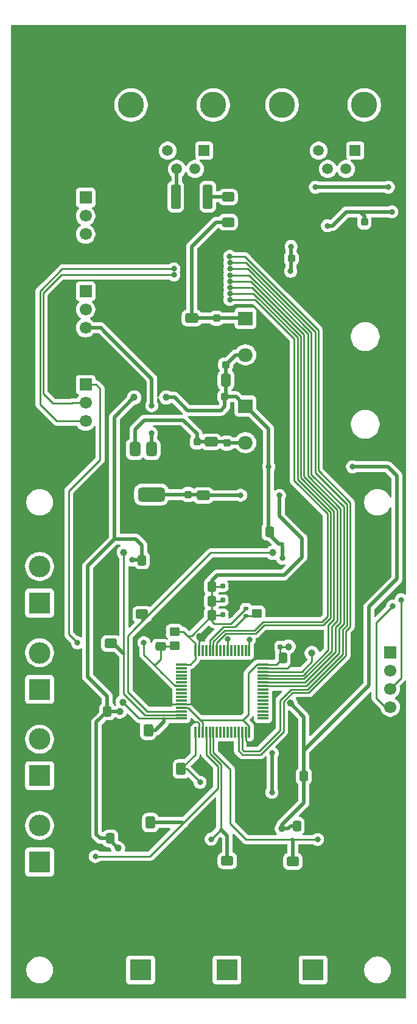
<source format=gbr>
%TF.GenerationSoftware,KiCad,Pcbnew,9.0.2-9.0.2-0~ubuntu24.04.1*%
%TF.CreationDate,2025-05-30T10:58:52-03:00*%
%TF.ProjectId,MSG25,4d534732-352e-46b6-9963-61645f706362,rev?*%
%TF.SameCoordinates,Original*%
%TF.FileFunction,Copper,L1,Top*%
%TF.FilePolarity,Positive*%
%FSLAX46Y46*%
G04 Gerber Fmt 4.6, Leading zero omitted, Abs format (unit mm)*
G04 Created by KiCad (PCBNEW 9.0.2-9.0.2-0~ubuntu24.04.1) date 2025-05-30 10:58:52*
%MOMM*%
%LPD*%
G01*
G04 APERTURE LIST*
G04 Aperture macros list*
%AMRoundRect*
0 Rectangle with rounded corners*
0 $1 Rounding radius*
0 $2 $3 $4 $5 $6 $7 $8 $9 X,Y pos of 4 corners*
0 Add a 4 corners polygon primitive as box body*
4,1,4,$2,$3,$4,$5,$6,$7,$8,$9,$2,$3,0*
0 Add four circle primitives for the rounded corners*
1,1,$1+$1,$2,$3*
1,1,$1+$1,$4,$5*
1,1,$1+$1,$6,$7*
1,1,$1+$1,$8,$9*
0 Add four rect primitives between the rounded corners*
20,1,$1+$1,$2,$3,$4,$5,0*
20,1,$1+$1,$4,$5,$6,$7,0*
20,1,$1+$1,$6,$7,$8,$9,0*
20,1,$1+$1,$8,$9,$2,$3,0*%
G04 Aperture macros list end*
%TA.AperFunction,SMDPad,CuDef*%
%ADD10RoundRect,0.250000X0.600000X-0.400000X0.600000X0.400000X-0.600000X0.400000X-0.600000X-0.400000X0*%
%TD*%
%TA.AperFunction,SMDPad,CuDef*%
%ADD11RoundRect,0.250000X0.337500X0.475000X-0.337500X0.475000X-0.337500X-0.475000X0.337500X-0.475000X0*%
%TD*%
%TA.AperFunction,SMDPad,CuDef*%
%ADD12RoundRect,0.250000X-0.337500X-0.475000X0.337500X-0.475000X0.337500X0.475000X-0.337500X0.475000X0*%
%TD*%
%TA.AperFunction,WasherPad*%
%ADD13C,3.650000*%
%TD*%
%TA.AperFunction,ComponentPad*%
%ADD14R,1.500000X1.500000*%
%TD*%
%TA.AperFunction,ComponentPad*%
%ADD15C,1.500000*%
%TD*%
%TA.AperFunction,ComponentPad*%
%ADD16C,2.500000*%
%TD*%
%TA.AperFunction,SMDPad,CuDef*%
%ADD17RoundRect,0.155000X-0.212500X-0.155000X0.212500X-0.155000X0.212500X0.155000X-0.212500X0.155000X0*%
%TD*%
%TA.AperFunction,SMDPad,CuDef*%
%ADD18RoundRect,0.250000X-0.412500X-0.650000X0.412500X-0.650000X0.412500X0.650000X-0.412500X0.650000X0*%
%TD*%
%TA.AperFunction,SMDPad,CuDef*%
%ADD19RoundRect,0.250000X0.650000X-0.412500X0.650000X0.412500X-0.650000X0.412500X-0.650000X-0.412500X0*%
%TD*%
%TA.AperFunction,SMDPad,CuDef*%
%ADD20RoundRect,0.237500X-0.300000X-0.237500X0.300000X-0.237500X0.300000X0.237500X-0.300000X0.237500X0*%
%TD*%
%TA.AperFunction,SMDPad,CuDef*%
%ADD21RoundRect,0.155000X-0.155000X0.212500X-0.155000X-0.212500X0.155000X-0.212500X0.155000X0.212500X0*%
%TD*%
%TA.AperFunction,ComponentPad*%
%ADD22R,1.700000X1.700000*%
%TD*%
%TA.AperFunction,ComponentPad*%
%ADD23C,1.700000*%
%TD*%
%TA.AperFunction,ComponentPad*%
%ADD24R,3.000000X3.000000*%
%TD*%
%TA.AperFunction,ComponentPad*%
%ADD25C,3.000000*%
%TD*%
%TA.AperFunction,ComponentPad*%
%ADD26R,2.000000X1.905000*%
%TD*%
%TA.AperFunction,ComponentPad*%
%ADD27O,2.000000X1.905000*%
%TD*%
%TA.AperFunction,SMDPad,CuDef*%
%ADD28RoundRect,0.250000X0.450000X-0.350000X0.450000X0.350000X-0.450000X0.350000X-0.450000X-0.350000X0*%
%TD*%
%TA.AperFunction,SMDPad,CuDef*%
%ADD29RoundRect,0.237500X0.237500X-0.300000X0.237500X0.300000X-0.237500X0.300000X-0.237500X-0.300000X0*%
%TD*%
%TA.AperFunction,SMDPad,CuDef*%
%ADD30RoundRect,0.237500X0.300000X0.237500X-0.300000X0.237500X-0.300000X-0.237500X0.300000X-0.237500X0*%
%TD*%
%TA.AperFunction,SMDPad,CuDef*%
%ADD31RoundRect,0.237500X-0.237500X0.300000X-0.237500X-0.300000X0.237500X-0.300000X0.237500X0.300000X0*%
%TD*%
%TA.AperFunction,SMDPad,CuDef*%
%ADD32RoundRect,0.375000X-0.375000X0.625000X-0.375000X-0.625000X0.375000X-0.625000X0.375000X0.625000X0*%
%TD*%
%TA.AperFunction,SMDPad,CuDef*%
%ADD33RoundRect,0.500000X-1.400000X0.500000X-1.400000X-0.500000X1.400000X-0.500000X1.400000X0.500000X0*%
%TD*%
%TA.AperFunction,SMDPad,CuDef*%
%ADD34RoundRect,0.250000X0.400000X0.600000X-0.400000X0.600000X-0.400000X-0.600000X0.400000X-0.600000X0*%
%TD*%
%TA.AperFunction,SMDPad,CuDef*%
%ADD35RoundRect,0.250000X-0.600000X0.400000X-0.600000X-0.400000X0.600000X-0.400000X0.600000X0.400000X0*%
%TD*%
%TA.AperFunction,SMDPad,CuDef*%
%ADD36RoundRect,0.250000X-0.475000X0.337500X-0.475000X-0.337500X0.475000X-0.337500X0.475000X0.337500X0*%
%TD*%
%TA.AperFunction,SMDPad,CuDef*%
%ADD37RoundRect,0.135000X-0.185000X0.135000X-0.185000X-0.135000X0.185000X-0.135000X0.185000X0.135000X0*%
%TD*%
%TA.AperFunction,SMDPad,CuDef*%
%ADD38RoundRect,0.075000X-0.700000X-0.075000X0.700000X-0.075000X0.700000X0.075000X-0.700000X0.075000X0*%
%TD*%
%TA.AperFunction,SMDPad,CuDef*%
%ADD39RoundRect,0.075000X-0.075000X-0.700000X0.075000X-0.700000X0.075000X0.700000X-0.075000X0.700000X0*%
%TD*%
%TA.AperFunction,SMDPad,CuDef*%
%ADD40RoundRect,0.250000X-0.400000X-1.450000X0.400000X-1.450000X0.400000X1.450000X-0.400000X1.450000X0*%
%TD*%
%TA.AperFunction,ViaPad*%
%ADD41C,1.000000*%
%TD*%
%TA.AperFunction,ViaPad*%
%ADD42C,0.800000*%
%TD*%
%TA.AperFunction,Conductor*%
%ADD43C,0.254000*%
%TD*%
%TA.AperFunction,Conductor*%
%ADD44C,0.508000*%
%TD*%
G04 APERTURE END LIST*
D10*
%TO.P,D3,1,K*%
%TO.N,/ANALOG/Vcell1_a*%
X125610000Y-112175000D03*
%TO.P,D3,2,A*%
%TO.N,GND*%
X125610000Y-108675000D03*
%TD*%
D11*
%TO.P,C212,1*%
%TO.N,+3V3*%
X139647500Y-108275000D03*
%TO.P,C212,2*%
%TO.N,GND*%
X137572500Y-108275000D03*
%TD*%
D12*
%TO.P,C207,1*%
%TO.N,GND*%
X137572500Y-106275000D03*
%TO.P,C207,2*%
%TO.N,+3V3*%
X139647500Y-106275000D03*
%TD*%
D13*
%TO.P,J106,*%
%TO.N,*%
X160860000Y-37325000D03*
X149430000Y-37325000D03*
D14*
%TO.P,J106,1*%
%TO.N,/CANBUS CONN/CAN_H*%
X159590000Y-43675000D03*
D15*
%TO.P,J106,2*%
%TO.N,/CANBUS CONN/CAN_L*%
X158320000Y-46215000D03*
%TO.P,J106,3*%
%TO.N,GND*%
X157050000Y-43675000D03*
%TO.P,J106,4*%
%TO.N,/CANBUS CONN/CAN_18V*%
X155780000Y-46215000D03*
%TO.P,J106,5*%
X154510000Y-43675000D03*
%TO.P,J106,6*%
%TO.N,GND*%
X153240000Y-46215000D03*
%TO.P,J106,7*%
X151970000Y-43675000D03*
%TO.P,J106,8*%
X150700000Y-46215000D03*
D16*
%TO.P,J106,9,SH*%
X162895000Y-40375000D03*
X147395000Y-40375000D03*
%TD*%
D17*
%TO.P,C209,1*%
%TO.N,+3V3*%
X141137500Y-106175000D03*
%TO.P,C209,2*%
%TO.N,GND*%
X142272500Y-106175000D03*
%TD*%
D18*
%TO.P,C122,1*%
%TO.N,GND*%
X138497500Y-75575000D03*
%TO.P,C122,2*%
%TO.N,+15V*%
X141622500Y-75575000D03*
%TD*%
D19*
%TO.P,C127,1*%
%TO.N,GND*%
X139560000Y-87287500D03*
%TO.P,C127,2*%
%TO.N,+5V*%
X139560000Y-84162500D03*
%TD*%
D20*
%TO.P,C121,1*%
%TO.N,GND*%
X139735000Y-77875000D03*
%TO.P,C121,2*%
%TO.N,+15V*%
X141460000Y-77875000D03*
%TD*%
D21*
%TO.P,C211,1*%
%TO.N,GND*%
X149160000Y-111507500D03*
%TO.P,C211,2*%
%TO.N,+3V3*%
X149160000Y-112642500D03*
%TD*%
D22*
%TO.P,J102,1,Pin_1*%
%TO.N,Net-(D109-A)*%
X164460000Y-113395000D03*
D23*
%TO.P,J102,2,Pin_2*%
%TO.N,/MCU/SWDIO*%
X164460000Y-115935000D03*
%TO.P,J102,3,Pin_3*%
%TO.N,/MCU/SWO*%
X164460000Y-118475000D03*
%TO.P,J102,4,Pin_4*%
%TO.N,/MCU/SWCLK*%
X164460000Y-121015000D03*
%TO.P,J102,5,Pin_5*%
%TO.N,GND*%
X164460000Y-123555000D03*
%TD*%
D20*
%TO.P,C124,1*%
%TO.N,GND*%
X139847500Y-73425000D03*
%TO.P,C124,2*%
%TO.N,+15V*%
X141572500Y-73425000D03*
%TD*%
D11*
%TO.P,C23,1*%
%TO.N,GND*%
X153547500Y-137525000D03*
%TO.P,C23,2*%
%TO.N,+15V*%
X151472500Y-137525000D03*
%TD*%
D24*
%TO.P,-Temp1+1,1,Pin_1*%
%TO.N,/ANALOG/Temp1*%
X129740000Y-157555000D03*
D25*
%TO.P,-Temp1+1,2,Pin_2*%
%TO.N,GND*%
X124660000Y-157555000D03*
%TD*%
D26*
%TO.P,U103,1,VI*%
%TO.N,/POWER SUPPLY/+18V*%
X144330000Y-66985000D03*
D27*
%TO.P,U103,2,GND*%
%TO.N,GND*%
X144330000Y-69525000D03*
%TO.P,U103,3,VO*%
%TO.N,+15V*%
X144330000Y-72065000D03*
%TD*%
D28*
%TO.P,R202,1*%
%TO.N,/MCU/BOOT0*%
X145910000Y-107975000D03*
%TO.P,R202,2*%
%TO.N,GND*%
X145910000Y-105975000D03*
%TD*%
D11*
%TO.P,C22,1*%
%TO.N,GND*%
X127617500Y-139275000D03*
%TO.P,C22,2*%
%TO.N,+15V*%
X125542500Y-139275000D03*
%TD*%
D29*
%TO.P,C119,1*%
%TO.N,GND*%
X140310000Y-68687500D03*
%TO.P,C119,2*%
%TO.N,/POWER SUPPLY/+18V*%
X140310000Y-66962500D03*
%TD*%
D12*
%TO.P,C20,1*%
%TO.N,GND*%
X145582500Y-96645000D03*
%TO.P,C20,2*%
%TO.N,+15V*%
X147657500Y-96645000D03*
%TD*%
D11*
%TO.P,C21,1*%
%TO.N,GND*%
X131997500Y-100625000D03*
%TO.P,C21,2*%
%TO.N,+15V*%
X129922500Y-100625000D03*
%TD*%
D30*
%TO.P,C131,1*%
%TO.N,GND*%
X152452500Y-58665000D03*
%TO.P,C131,2*%
%TO.N,+5V*%
X150727500Y-58665000D03*
%TD*%
D17*
%TO.P,C210,1*%
%TO.N,+3V3*%
X141137500Y-108145000D03*
%TO.P,C210,2*%
%TO.N,GND*%
X142272500Y-108145000D03*
%TD*%
D31*
%TO.P,C132,1*%
%TO.N,Net-(C132-Pad1)*%
X160880000Y-53592500D03*
%TO.P,C132,2*%
%TO.N,GND*%
X160880000Y-55317500D03*
%TD*%
D32*
%TO.P,U106,1,GND*%
%TO.N,GND*%
X133560000Y-85175000D03*
%TO.P,U106,2,VO*%
%TO.N,+3V3*%
X131260000Y-85175000D03*
D33*
X131260000Y-91475000D03*
D32*
%TO.P,U106,3,VI*%
%TO.N,+5V*%
X128960000Y-85175000D03*
%TD*%
D34*
%TO.P,D8,1,K*%
%TO.N,/ANALOG/Temp1_a*%
X131110000Y-137075000D03*
%TO.P,D8,2,A*%
%TO.N,GND*%
X127610000Y-137075000D03*
%TD*%
D10*
%TO.P,D4,1,K*%
%TO.N,/ANALOG/Vcell2_a*%
X129960000Y-108125000D03*
%TO.P,D4,2,A*%
%TO.N,GND*%
X129960000Y-104625000D03*
%TD*%
D26*
%TO.P,U502,1,VI*%
%TO.N,+15V*%
X144330000Y-79185000D03*
D27*
%TO.P,U502,2,GND*%
%TO.N,GND*%
X144330000Y-81725000D03*
%TO.P,U502,3,VO*%
%TO.N,+5V*%
X144330000Y-84265000D03*
%TD*%
D29*
%TO.P,C126,1*%
%TO.N,GND*%
X137610000Y-85887500D03*
%TO.P,C126,2*%
%TO.N,+5V*%
X137610000Y-84162500D03*
%TD*%
D12*
%TO.P,C25,1*%
%TO.N,GND*%
X150382500Y-130625000D03*
%TO.P,C25,2*%
%TO.N,+15V*%
X152457500Y-130625000D03*
%TD*%
D34*
%TO.P,D5,1,K*%
%TO.N,/ANALOG/Vcell3_a*%
X130810000Y-124225000D03*
%TO.P,D5,2,A*%
%TO.N,GND*%
X127310000Y-124225000D03*
%TD*%
D19*
%TO.P,C117,1*%
%TO.N,GND*%
X136860000Y-70087500D03*
%TO.P,C117,2*%
%TO.N,/POWER SUPPLY/+18V*%
X136860000Y-66962500D03*
%TD*%
D10*
%TO.P,D108,1,K*%
%TO.N,/POWER SUPPLY/+18V*%
X141910000Y-53625000D03*
%TO.P,D108,2,A*%
%TO.N,Net-(D108-A)*%
X141910000Y-50125000D03*
%TD*%
D35*
%TO.P,D7,1,K*%
%TO.N,/ANALOG/Temp2_a*%
X141810000Y-142375000D03*
%TO.P,D7,2,A*%
%TO.N,GND*%
X141810000Y-145875000D03*
%TD*%
D24*
%TO.P,Cell3,1,Pin_1*%
%TO.N,/ANALOG/Vcell3+*%
X115700000Y-130555000D03*
D25*
%TO.P,Cell3,2,Pin_2*%
%TO.N,/ANALOG/Vcell3-*%
X115700000Y-125475000D03*
%TD*%
D24*
%TO.P,-Temp3+1,1,Pin_1*%
%TO.N,/ANALOG/Temp3*%
X153740000Y-157555000D03*
D25*
%TO.P,-Temp3+1,2,Pin_2*%
%TO.N,GND*%
X148660000Y-157555000D03*
%TD*%
D36*
%TO.P,C205,1*%
%TO.N,GND*%
X132510000Y-110537500D03*
%TO.P,C205,2*%
%TO.N,/MCU/RESET*%
X132510000Y-112612500D03*
%TD*%
D28*
%TO.P,R203,1*%
%TO.N,/MCU/RESET*%
X134460000Y-112525000D03*
%TO.P,R203,2*%
%TO.N,+3V3*%
X134460000Y-110525000D03*
%TD*%
D22*
%TO.P,J9,1,Pin_1*%
%TO.N,/MCU/I2C_1_SCL*%
X122100000Y-63205000D03*
D23*
%TO.P,J9,2,Pin_2*%
%TO.N,/MCU/I2C_1_SDA*%
X122100000Y-65745000D03*
%TO.P,J9,3,Pin_3*%
%TO.N,+3V3*%
X122100000Y-68285000D03*
%TO.P,J9,4,Pin_4*%
%TO.N,GND*%
X122100000Y-70825000D03*
%TD*%
D24*
%TO.P,+Banco1-1,1,Pin_1*%
%TO.N,/ANALOG/Vbanco+*%
X115700000Y-142555000D03*
D25*
%TO.P,+Banco1-1,2,Pin_2*%
%TO.N,/ANALOG/Vbanco-*%
X115700000Y-137475000D03*
%TD*%
D37*
%TO.P,R201,1*%
%TO.N,+3V3*%
X144410000Y-107315000D03*
%TO.P,R201,2*%
%TO.N,/MCU/BOOT0*%
X144410000Y-108335000D03*
%TD*%
D24*
%TO.P,Cell2,1,Pin_1*%
%TO.N,/ANALOG/Vcell2+*%
X115700000Y-118555000D03*
D25*
%TO.P,Cell2,2,Pin_2*%
%TO.N,/ANALOG/Vcell2-*%
X115700000Y-113475000D03*
%TD*%
D38*
%TO.P,U202,1,VBAT*%
%TO.N,+3V3*%
X135435000Y-115100000D03*
%TO.P,U202,2,PC13*%
%TO.N,unconnected-(U202-PC13-Pad2)*%
X135435000Y-115600000D03*
%TO.P,U202,3,PC14*%
%TO.N,unconnected-(U202-PC14-Pad3)*%
X135435000Y-116100000D03*
%TO.P,U202,4,PC15*%
%TO.N,unconnected-(U202-PC15-Pad4)*%
X135435000Y-116600000D03*
%TO.P,U202,5,PH0*%
%TO.N,unconnected-(U202-PH0-Pad5)*%
X135435000Y-117100000D03*
%TO.P,U202,6,PH1*%
%TO.N,unconnected-(U202-PH1-Pad6)*%
X135435000Y-117600000D03*
%TO.P,U202,7,NRST*%
%TO.N,/MCU/RESET*%
X135435000Y-118100000D03*
%TO.P,U202,8,PC0*%
%TO.N,unconnected-(U202-PC0-Pad8)*%
X135435000Y-118600000D03*
%TO.P,U202,9,PC1*%
%TO.N,unconnected-(U202-PC1-Pad9)*%
X135435000Y-119100000D03*
%TO.P,U202,10,PC2*%
%TO.N,unconnected-(U202-PC2-Pad10)*%
X135435000Y-119600000D03*
%TO.P,U202,11,PC3*%
%TO.N,unconnected-(U202-PC3-Pad11)*%
X135435000Y-120100000D03*
%TO.P,U202,12,VSSA*%
%TO.N,GND*%
X135435000Y-120600000D03*
%TO.P,U202,13,VDDA*%
%TO.N,+3V3*%
X135435000Y-121100000D03*
%TO.P,U202,14,PA0*%
%TO.N,/ANALOG/Vcell2_a*%
X135435000Y-121600000D03*
%TO.P,U202,15,PA1*%
%TO.N,/ANALOG/Vcell1_a*%
X135435000Y-122100000D03*
%TO.P,U202,16,PA2*%
%TO.N,/ANALOG/Vcell3_a*%
X135435000Y-122600000D03*
D39*
%TO.P,U202,17,PA3*%
%TO.N,/ANALOG/Vbanco_a*%
X137360000Y-124525000D03*
%TO.P,U202,18,VSS*%
%TO.N,GND*%
X137860000Y-124525000D03*
%TO.P,U202,19,VDD*%
%TO.N,+3V3*%
X138360000Y-124525000D03*
%TO.P,U202,20,PA4*%
%TO.N,/ANALOG/Temp1_a*%
X138860000Y-124525000D03*
%TO.P,U202,21,PA5*%
%TO.N,/ANALOG/Temp2_a*%
X139360000Y-124525000D03*
%TO.P,U202,22,PA6*%
%TO.N,/ANALOG/Temp3_a*%
X139860000Y-124525000D03*
%TO.P,U202,23,PA7*%
%TO.N,unconnected-(U202-PA7-Pad23)*%
X140360000Y-124525000D03*
%TO.P,U202,24,PC4*%
%TO.N,unconnected-(U202-PC4-Pad24)*%
X140860000Y-124525000D03*
%TO.P,U202,25,PC5*%
%TO.N,unconnected-(U202-PC5-Pad25)*%
X141360000Y-124525000D03*
%TO.P,U202,26,PB0*%
%TO.N,unconnected-(U202-PB0-Pad26)*%
X141860000Y-124525000D03*
%TO.P,U202,27,PB1*%
%TO.N,unconnected-(U202-PB1-Pad27)*%
X142360000Y-124525000D03*
%TO.P,U202,28,PB2*%
%TO.N,unconnected-(U202-PB2-Pad28)*%
X142860000Y-124525000D03*
%TO.P,U202,29,PB10*%
%TO.N,/MCU/I2C_2_SCL*%
X143360000Y-124525000D03*
%TO.P,U202,30,PB11*%
%TO.N,/MCU/I2C_2_SDA*%
X143860000Y-124525000D03*
%TO.P,U202,31,VSS*%
%TO.N,GND*%
X144360000Y-124525000D03*
%TO.P,U202,32,VDD*%
%TO.N,+3V3*%
X144860000Y-124525000D03*
D38*
%TO.P,U202,33,PB12*%
%TO.N,unconnected-(U202-PB12-Pad33)*%
X146785000Y-122600000D03*
%TO.P,U202,34,PB13*%
%TO.N,unconnected-(U202-PB13-Pad34)*%
X146785000Y-122100000D03*
%TO.P,U202,35,PB14*%
%TO.N,unconnected-(U202-PB14-Pad35)*%
X146785000Y-121600000D03*
%TO.P,U202,36,PB15*%
%TO.N,unconnected-(U202-PB15-Pad36)*%
X146785000Y-121100000D03*
%TO.P,U202,37,PC6*%
%TO.N,unconnected-(U202-PC6-Pad37)*%
X146785000Y-120600000D03*
%TO.P,U202,38,PC7*%
%TO.N,unconnected-(U202-PC7-Pad38)*%
X146785000Y-120100000D03*
%TO.P,U202,39,PC8*%
%TO.N,unconnected-(U202-PC8-Pad39)*%
X146785000Y-119600000D03*
%TO.P,U202,40,PC9*%
%TO.N,unconnected-(U202-PC9-Pad40)*%
X146785000Y-119100000D03*
%TO.P,U202,41,PA8*%
%TO.N,unconnected-(U202-PA8-Pad41)*%
X146785000Y-118600000D03*
%TO.P,U202,42,PA9*%
%TO.N,/MCU/USART_TX*%
X146785000Y-118100000D03*
%TO.P,U202,43,PA10*%
%TO.N,/MCU/USART_RX*%
X146785000Y-117600000D03*
%TO.P,U202,44,PA11*%
%TO.N,/CANBUS/CAN_RX*%
X146785000Y-117100000D03*
%TO.P,U202,45,PA12*%
%TO.N,/CANBUS/CAN_TX*%
X146785000Y-116600000D03*
%TO.P,U202,46,PA13*%
%TO.N,/MCU/SWDIO*%
X146785000Y-116100000D03*
%TO.P,U202,47,VSS*%
%TO.N,GND*%
X146785000Y-115600000D03*
%TO.P,U202,48,VDD*%
%TO.N,+3V3*%
X146785000Y-115100000D03*
D39*
%TO.P,U202,49,PA14*%
%TO.N,/MCU/SWCLK*%
X144860000Y-113175000D03*
%TO.P,U202,50,PA15*%
%TO.N,unconnected-(U202-PA15-Pad50)*%
X144360000Y-113175000D03*
%TO.P,U202,51,PC10*%
%TO.N,unconnected-(U202-PC10-Pad51)*%
X143860000Y-113175000D03*
%TO.P,U202,52,PC11*%
%TO.N,unconnected-(U202-PC11-Pad52)*%
X143360000Y-113175000D03*
%TO.P,U202,53,PC12*%
%TO.N,unconnected-(U202-PC12-Pad53)*%
X142860000Y-113175000D03*
%TO.P,U202,54,PD2*%
%TO.N,unconnected-(U202-PD2-Pad54)*%
X142360000Y-113175000D03*
%TO.P,U202,55,PB3*%
%TO.N,/MCU/SWO*%
X141860000Y-113175000D03*
%TO.P,U202,56,PB4*%
%TO.N,unconnected-(U202-PB4-Pad56)*%
X141360000Y-113175000D03*
%TO.P,U202,57,PB5*%
%TO.N,unconnected-(U202-PB5-Pad57)*%
X140860000Y-113175000D03*
%TO.P,U202,58,PB6*%
%TO.N,/MCU/I2C_1_SCL*%
X140360000Y-113175000D03*
%TO.P,U202,59,PB7*%
%TO.N,/MCU/I2C_1_SDA*%
X139860000Y-113175000D03*
%TO.P,U202,60,PH3*%
%TO.N,/MCU/BOOT0*%
X139360000Y-113175000D03*
%TO.P,U202,61,PB8*%
%TO.N,unconnected-(U202-PB8-Pad61)*%
X138860000Y-113175000D03*
%TO.P,U202,62,PB9*%
%TO.N,unconnected-(U202-PB9-Pad62)*%
X138360000Y-113175000D03*
%TO.P,U202,63,VSS*%
%TO.N,GND*%
X137860000Y-113175000D03*
%TO.P,U202,64,VDD*%
%TO.N,+3V3*%
X137360000Y-113175000D03*
%TD*%
D22*
%TO.P,J101,1,Pin_1*%
%TO.N,/MCU/RESET*%
X122100000Y-76205000D03*
D23*
%TO.P,J101,2,Pin_2*%
%TO.N,/MCU/USART_RX*%
X122100000Y-78745000D03*
%TO.P,J101,3,Pin_3*%
%TO.N,/MCU/USART_TX*%
X122100000Y-81285000D03*
%TO.P,J101,4,Pin_4*%
%TO.N,GND*%
X122100000Y-83825000D03*
%TD*%
D19*
%TO.P,C130,1*%
%TO.N,GND*%
X138460000Y-94737500D03*
%TO.P,C130,2*%
%TO.N,+3V3*%
X138460000Y-91612500D03*
%TD*%
D22*
%TO.P,J8,1,Pin_1*%
%TO.N,/MCU/I2C_2_SCL*%
X122100000Y-50205000D03*
D23*
%TO.P,J8,2,Pin_2*%
%TO.N,/MCU/I2C_2_SDA*%
X122100000Y-52745000D03*
%TO.P,J8,3,Pin_3*%
%TO.N,+3V3*%
X122100000Y-55285000D03*
%TO.P,J8,4,Pin_4*%
%TO.N,GND*%
X122100000Y-57825000D03*
%TD*%
D12*
%TO.P,C24,1*%
%TO.N,GND*%
X123022500Y-121625000D03*
%TO.P,C24,2*%
%TO.N,+15V*%
X125097500Y-121625000D03*
%TD*%
%TO.P,C206,1*%
%TO.N,GND*%
X137572500Y-104275000D03*
%TO.P,C206,2*%
%TO.N,+3V3*%
X139647500Y-104275000D03*
%TD*%
D11*
%TO.P,C213,1*%
%TO.N,GND*%
X151597500Y-114175000D03*
%TO.P,C213,2*%
%TO.N,+3V3*%
X149522500Y-114175000D03*
%TD*%
D13*
%TO.P,J105,*%
%TO.N,*%
X139860000Y-37325000D03*
X128430000Y-37325000D03*
D14*
%TO.P,J105,1*%
%TO.N,/CANBUS CONN/CAN_H*%
X138590000Y-43675000D03*
D15*
%TO.P,J105,2*%
%TO.N,/CANBUS CONN/CAN_L*%
X137320000Y-46215000D03*
%TO.P,J105,3*%
%TO.N,GND*%
X136050000Y-43675000D03*
%TO.P,J105,4*%
%TO.N,/CANBUS CONN/CAN_18V*%
X134780000Y-46215000D03*
%TO.P,J105,5*%
X133510000Y-43675000D03*
%TO.P,J105,6*%
%TO.N,GND*%
X132240000Y-46215000D03*
%TO.P,J105,7*%
X130970000Y-43675000D03*
%TO.P,J105,8*%
X129700000Y-46215000D03*
D16*
%TO.P,J105,9,SH*%
X141895000Y-40375000D03*
X126395000Y-40375000D03*
%TD*%
D24*
%TO.P,Cell1,1,Pin_1*%
%TO.N,/ANALOG/Vcell1+*%
X115700000Y-106555000D03*
D25*
%TO.P,Cell1,2,Pin_2*%
%TO.N,/ANALOG/Vcell1-*%
X115700000Y-101475000D03*
%TD*%
D29*
%TO.P,C128,1*%
%TO.N,GND*%
X141760000Y-86050000D03*
%TO.P,C128,2*%
%TO.N,+5V*%
X141760000Y-84325000D03*
%TD*%
D34*
%TO.P,D6,1,K*%
%TO.N,/ANALOG/Vbanco_a*%
X135360000Y-129625000D03*
%TO.P,D6,2,A*%
%TO.N,GND*%
X131860000Y-129625000D03*
%TD*%
D24*
%TO.P,-Temp2+1,1,Pin_1*%
%TO.N,/ANALOG/Temp2*%
X141740000Y-157555000D03*
D25*
%TO.P,-Temp2+1,2,Pin_2*%
%TO.N,GND*%
X136660000Y-157555000D03*
%TD*%
D17*
%TO.P,C208,1*%
%TO.N,+3V3*%
X141137500Y-104205000D03*
%TO.P,C208,2*%
%TO.N,GND*%
X142272500Y-104205000D03*
%TD*%
D35*
%TO.P,D9,1,K*%
%TO.N,/ANALOG/Temp3_a*%
X150910000Y-142475000D03*
%TO.P,D9,2,A*%
%TO.N,GND*%
X150910000Y-145975000D03*
%TD*%
D40*
%TO.P,F101,1*%
%TO.N,/CANBUS CONN/CAN_18V*%
X134635000Y-50075000D03*
%TO.P,F101,2*%
%TO.N,Net-(D108-A)*%
X139085000Y-50075000D03*
%TD*%
D29*
%TO.P,C129,1*%
%TO.N,GND*%
X136360000Y-93187500D03*
%TO.P,C129,2*%
%TO.N,+3V3*%
X136360000Y-91462500D03*
%TD*%
D41*
%TO.N,GND*%
X134510000Y-127375000D03*
D42*
X150970000Y-61855000D03*
D41*
X149140000Y-134635000D03*
X155260000Y-127775000D03*
D42*
X154600000Y-100265000D03*
X144930000Y-45885000D03*
X133810000Y-107075000D03*
X135710000Y-99725000D03*
X137860000Y-111175000D03*
D41*
X155710000Y-134395000D03*
X147280000Y-124135000D03*
X149770000Y-127515000D03*
D42*
X158450000Y-50035000D03*
D41*
X123910000Y-110325000D03*
X145960000Y-132025000D03*
D42*
X154510000Y-107025000D03*
D41*
X125760000Y-133225000D03*
%TO.N,+3V3*%
X150310000Y-112625000D03*
D42*
X131310000Y-79125000D03*
X143660000Y-91575000D03*
X131260000Y-82975000D03*
X149050000Y-91615000D03*
%TO.N,Net-(C132-Pad1)*%
X155730000Y-54115000D03*
X164680000Y-52185000D03*
%TO.N,/MCU/RESET*%
X130210000Y-112075000D03*
X120960000Y-112075000D03*
%TO.N,/CANBUS CONN/CAN_H*%
X164200000Y-48765000D03*
X154050000Y-48765000D03*
%TO.N,/MCU/USART_RX*%
X142160000Y-60985000D03*
X134390000Y-60955000D03*
%TO.N,/MCU/USART_TX*%
X142160000Y-60115000D03*
X134380000Y-60115000D03*
%TO.N,/MCU/SWCLK*%
X164810000Y-106995000D03*
X144870000Y-111615000D03*
D41*
%TO.N,/MCU/SWDIO*%
X153560000Y-113525000D03*
D42*
%TO.N,/MCU/SWO*%
X165970000Y-106105000D03*
X141870000Y-111595000D03*
%TO.N,/CANBUS/CAN_TX*%
X142180000Y-62665000D03*
%TO.N,/CANBUS/CAN_RX*%
X142170000Y-61825000D03*
D41*
%TO.N,/ANALOG/Vcell1_a*%
X127410000Y-99525000D03*
%TO.N,/ANALOG/Vcell2_a*%
X148110000Y-99575000D03*
%TO.N,/ANALOG/Vcell3_a*%
X127260000Y-120325000D03*
D42*
%TO.N,/ANALOG/Vbanco_a*%
X148010000Y-132875000D03*
X148060000Y-127425000D03*
X138010000Y-131475000D03*
D41*
%TO.N,+15V*%
X126860000Y-121625000D03*
X149410000Y-137925000D03*
X128860000Y-77975000D03*
D42*
X147560000Y-87625000D03*
X128560000Y-100575000D03*
X159220000Y-87625000D03*
D41*
X150560000Y-120475000D03*
D42*
X149460000Y-100325000D03*
D41*
X133310000Y-77975000D03*
X126610000Y-140625000D03*
D42*
%TO.N,+5V*%
X150615000Y-60440000D03*
X150680000Y-57005000D03*
%TO.N,/ANALOG/Temp1_a*%
X123460000Y-141775000D03*
%TO.N,/ANALOG/Temp2_a*%
X139560000Y-139375000D03*
%TO.N,/ANALOG/Temp3_a*%
X154360000Y-139425000D03*
%TO.N,/MCU/I2C_2_SCL*%
X142150000Y-58385000D03*
%TO.N,/MCU/I2C_2_SDA*%
X142170000Y-59265000D03*
%TO.N,/MCU/I2C_1_SDA*%
X142170000Y-64375000D03*
%TO.N,/MCU/I2C_1_SCL*%
X142170000Y-63525000D03*
%TD*%
D43*
%TO.N,GND*%
X136210000Y-124025000D02*
X136210000Y-126025000D01*
X136210000Y-126025000D02*
X134860000Y-127375000D01*
X137860000Y-113175000D02*
X137860000Y-111175000D01*
X135435000Y-120600000D02*
X136985000Y-120600000D01*
X144360000Y-125675000D02*
X144660000Y-125975000D01*
X148185000Y-115600000D02*
X148210000Y-115625000D01*
X137160000Y-123075000D02*
X136210000Y-124025000D01*
X150147500Y-115625000D02*
X151597500Y-114175000D01*
X144360000Y-124525000D02*
X144360000Y-125675000D01*
X136985000Y-120600000D02*
X137260000Y-120325000D01*
X137860000Y-123275000D02*
X137660000Y-123075000D01*
X137860000Y-124525000D02*
X137860000Y-123275000D01*
X146785000Y-115600000D02*
X148185000Y-115600000D01*
X148210000Y-115625000D02*
X150147500Y-115625000D01*
X134860000Y-127375000D02*
X134510000Y-127375000D01*
X135435000Y-120600000D02*
X133305000Y-120600000D01*
X133305000Y-120600000D02*
X133280000Y-120575000D01*
X142272500Y-108145000D02*
X142272500Y-106175000D01*
X137660000Y-123075000D02*
X137160000Y-123075000D01*
D44*
%TO.N,/POWER SUPPLY/+18V*%
X136860000Y-57025000D02*
X136860000Y-66962500D01*
X140260000Y-53625000D02*
X136860000Y-57025000D01*
X141910000Y-53625000D02*
X140260000Y-53625000D01*
X140310000Y-66962500D02*
X144307500Y-66962500D01*
X144307500Y-66962500D02*
X144330000Y-66985000D01*
X136860000Y-66962500D02*
X140310000Y-66962500D01*
%TO.N,+3V3*%
X122100000Y-68285000D02*
X124220000Y-68285000D01*
X131310000Y-75375000D02*
X131310000Y-79125000D01*
D43*
X137581734Y-122353266D02*
X137206734Y-121978266D01*
X137360000Y-114425000D02*
X137060000Y-114725000D01*
X144860000Y-123677992D02*
X143985274Y-122803266D01*
D44*
X143622500Y-91612500D02*
X143660000Y-91575000D01*
D43*
X139647500Y-108275000D02*
X141007500Y-108275000D01*
X137360000Y-113175000D02*
X137360000Y-114425000D01*
D44*
X136347500Y-91475000D02*
X136360000Y-91462500D01*
D43*
X137060000Y-114725000D02*
X136685000Y-115100000D01*
D44*
X138460000Y-91612500D02*
X143622500Y-91612500D01*
X131260000Y-85175000D02*
X131260000Y-82975000D01*
D43*
X148597500Y-115100000D02*
X149522500Y-114175000D01*
X143985274Y-122803266D02*
X138031734Y-122803266D01*
X139960000Y-109425000D02*
X139647500Y-109112500D01*
X144713540Y-122075000D02*
X144713540Y-116321460D01*
X136328467Y-121100000D02*
X135435000Y-121100000D01*
X137360000Y-113175000D02*
X137360000Y-112175000D01*
X146785000Y-115100000D02*
X148597500Y-115100000D01*
X136685000Y-115100000D02*
X135435000Y-115100000D01*
D44*
X124710000Y-68775000D02*
X131310000Y-75375000D01*
D43*
X134460000Y-110525000D02*
X135710000Y-110525000D01*
X149160000Y-112642500D02*
X150292500Y-112642500D01*
X139647500Y-106275000D02*
X139647500Y-104275000D01*
X139647500Y-104275000D02*
X141067500Y-104275000D01*
X150292500Y-112642500D02*
X150310000Y-112625000D01*
D44*
X140410000Y-102645000D02*
X139647500Y-103407500D01*
X152170000Y-100175000D02*
X149700000Y-102645000D01*
X138310000Y-91462500D02*
X138460000Y-91612500D01*
X152170000Y-97575000D02*
X152170000Y-100175000D01*
D43*
X138360000Y-124525000D02*
X138360000Y-123131533D01*
X139647500Y-108275000D02*
X136822500Y-111100000D01*
X136285000Y-111100000D02*
X137360000Y-112175000D01*
X138031734Y-122803266D02*
X137581734Y-122353266D01*
X144860000Y-124525000D02*
X144860000Y-123677992D01*
X139647500Y-109112500D02*
X139647500Y-108275000D01*
X144410000Y-107315000D02*
X142300000Y-109425000D01*
X135710000Y-110525000D02*
X136285000Y-111100000D01*
D44*
X131260000Y-91475000D02*
X136347500Y-91475000D01*
D43*
X143985274Y-122803266D02*
X144713540Y-122075000D01*
D44*
X139647500Y-103407500D02*
X139647500Y-104275000D01*
X149050000Y-94455000D02*
X152170000Y-97575000D01*
D43*
X139647500Y-108275000D02*
X139647500Y-106275000D01*
X137206734Y-121978266D02*
X136328467Y-121100000D01*
X142300000Y-109425000D02*
X139960000Y-109425000D01*
D44*
X149050000Y-91615000D02*
X149050000Y-94455000D01*
X136360000Y-91462500D02*
X138310000Y-91462500D01*
D43*
X138360000Y-123131533D02*
X138031734Y-122803266D01*
D44*
X124220000Y-68285000D02*
X124710000Y-68775000D01*
D43*
X136822500Y-111100000D02*
X136285000Y-111100000D01*
D44*
X149700000Y-102645000D02*
X140410000Y-102645000D01*
D43*
X139647500Y-106275000D02*
X141037500Y-106275000D01*
X149160000Y-113812500D02*
X149522500Y-114175000D01*
X145935000Y-115100000D02*
X146785000Y-115100000D01*
X144713540Y-116321460D02*
X145935000Y-115100000D01*
X149160000Y-112642500D02*
X149160000Y-113812500D01*
D44*
%TO.N,Net-(C132-Pad1)*%
X160880000Y-52775000D02*
X160290000Y-52185000D01*
X160290000Y-52185000D02*
X164680000Y-52185000D01*
X156420000Y-54115000D02*
X158350000Y-52185000D01*
X160880000Y-53592500D02*
X160880000Y-52775000D01*
X158350000Y-52185000D02*
X160290000Y-52185000D01*
X155730000Y-54115000D02*
X156420000Y-54115000D01*
D43*
%TO.N,/MCU/RESET*%
X132661496Y-116173504D02*
X131686496Y-115198504D01*
X132510000Y-114375000D02*
X131686496Y-115198504D01*
X124110000Y-76775000D02*
X123540000Y-76205000D01*
X132510000Y-112612500D02*
X134372500Y-112612500D01*
X134587992Y-118100000D02*
X132661496Y-116173504D01*
X135435000Y-118100000D02*
X134587992Y-118100000D01*
X130210000Y-113722008D02*
X130210000Y-112075000D01*
X119760000Y-110875000D02*
X119760000Y-90985000D01*
X120960000Y-112075000D02*
X119760000Y-110875000D01*
X119760000Y-90985000D02*
X124110000Y-86635000D01*
X134372500Y-112612500D02*
X134460000Y-112525000D01*
X132510000Y-112612500D02*
X132510000Y-114375000D01*
X123540000Y-76205000D02*
X122100000Y-76205000D01*
X124110000Y-86635000D02*
X124110000Y-76775000D01*
X131686496Y-115198504D02*
X130210000Y-113722008D01*
D44*
%TO.N,/CANBUS CONN/CAN_H*%
X154050000Y-48765000D02*
X164200000Y-48765000D01*
X164200000Y-48765000D02*
X164260000Y-48765000D01*
%TO.N,Net-(D108-A)*%
X141860000Y-50075000D02*
X141910000Y-50125000D01*
X139085000Y-50075000D02*
X141860000Y-50075000D01*
%TO.N,/CANBUS CONN/CAN_18V*%
X134780000Y-46215000D02*
X134780000Y-49930000D01*
X134780000Y-49930000D02*
X134635000Y-50075000D01*
D43*
%TO.N,/MCU/USART_RX*%
X146785000Y-117600000D02*
X152621935Y-117600000D01*
X116195000Y-77415000D02*
X117575000Y-78795000D01*
X120180000Y-78795000D02*
X120230000Y-78745000D01*
X157540000Y-93401128D02*
X153010000Y-88871128D01*
X153010000Y-88871128D02*
X153010000Y-69151128D01*
X144843872Y-60985000D02*
X142160000Y-60985000D01*
X156860000Y-113361935D02*
X156860000Y-109938468D01*
X153010000Y-69151128D02*
X144843872Y-60985000D01*
X152621935Y-117600000D02*
X156860000Y-113361935D01*
X116195000Y-63490000D02*
X116195000Y-77415000D01*
X118730000Y-60955000D02*
X116195000Y-63490000D01*
X117575000Y-78795000D02*
X120180000Y-78795000D01*
X156860000Y-109938468D02*
X157540000Y-109258467D01*
X134390000Y-60955000D02*
X118730000Y-60955000D01*
X157540000Y-109258467D02*
X157540000Y-93401128D01*
X120230000Y-78745000D02*
X122100000Y-78745000D01*
%TO.N,/MCU/USART_TX*%
X157995000Y-93212660D02*
X153465000Y-88682660D01*
X157360000Y-110081935D02*
X157995000Y-109446934D01*
X153465000Y-88682660D02*
X153465000Y-68962661D01*
X118090000Y-81285000D02*
X122100000Y-81285000D01*
X153465000Y-68962661D02*
X144617340Y-60115000D01*
X144617340Y-60115000D02*
X142160000Y-60115000D01*
X152765402Y-118100000D02*
X157360000Y-113505402D01*
X157995000Y-109446934D02*
X157995000Y-93212660D01*
X146785000Y-118100000D02*
X152765402Y-118100000D01*
X115740000Y-78935000D02*
X118090000Y-81285000D01*
X134380000Y-60115000D02*
X118850000Y-60115000D01*
X118850000Y-60115000D02*
X115740000Y-63225000D01*
X115740000Y-63225000D02*
X115740000Y-78935000D01*
X157360000Y-113505402D02*
X157360000Y-110081935D01*
%TO.N,/MCU/SWCLK*%
X163780000Y-121015000D02*
X164460000Y-121015000D01*
X162500000Y-119735000D02*
X163780000Y-121015000D01*
X144860000Y-113175000D02*
X144860000Y-111625000D01*
X164810000Y-106995000D02*
X162500000Y-109305000D01*
X144860000Y-111625000D02*
X144870000Y-111615000D01*
X162500000Y-109305000D02*
X162500000Y-119735000D01*
%TO.N,/MCU/SWDIO*%
X164460000Y-115935000D02*
X164295000Y-116100000D01*
X152191532Y-116100000D02*
X153560000Y-114731532D01*
X146785000Y-116100000D02*
X152191532Y-116100000D01*
X153560000Y-114731532D02*
X153560000Y-113525000D01*
%TO.N,/MCU/SWO*%
X165970000Y-106105000D02*
X165970000Y-116965000D01*
X141860000Y-111605000D02*
X141870000Y-111595000D01*
X141860000Y-113175000D02*
X141860000Y-111605000D01*
X165970000Y-116965000D02*
X164460000Y-118475000D01*
%TO.N,/MCU/BOOT0*%
X145550000Y-108335000D02*
X145910000Y-107975000D01*
X141245000Y-109880000D02*
X142865000Y-109880000D01*
X139360000Y-111765000D02*
X141245000Y-109880000D01*
X139360000Y-113175000D02*
X139360000Y-111765000D01*
X142865000Y-109880000D02*
X144410000Y-108335000D01*
X144410000Y-108335000D02*
X145550000Y-108335000D01*
%TO.N,/CANBUS/CAN_TX*%
X155860000Y-113075000D02*
X155860000Y-109581935D01*
X146785000Y-116600000D02*
X152335000Y-116600000D01*
X156630000Y-108811934D02*
X156630000Y-93778064D01*
X152335000Y-116600000D02*
X155860000Y-113075000D01*
X145236936Y-62665000D02*
X142180000Y-62665000D01*
X155860000Y-109581935D02*
X156630000Y-108811934D01*
X152010000Y-89158064D02*
X152010000Y-69438064D01*
X156630000Y-93778064D02*
X152010000Y-89158064D01*
X152010000Y-69438064D02*
X145236936Y-62665000D01*
%TO.N,/CANBUS/CAN_RX*%
X156315000Y-113263467D02*
X156315000Y-113170000D01*
X156575201Y-109510201D02*
X157085000Y-109000401D01*
X157085000Y-93589596D02*
X152465000Y-88969596D01*
X156315000Y-113170000D02*
X156330000Y-113155000D01*
X152465000Y-69249596D02*
X145040404Y-61825000D01*
X146785000Y-117100000D02*
X152478468Y-117100000D01*
X156610000Y-109545000D02*
X156575201Y-109510201D01*
X157085000Y-109000401D02*
X157085000Y-93589596D01*
X156330000Y-109825000D02*
X156610000Y-109545000D01*
X156330000Y-113155000D02*
X156330000Y-109825000D01*
X152478468Y-117100000D02*
X156315000Y-113263467D01*
X152465000Y-88969596D02*
X152465000Y-69249596D01*
X145040404Y-61825000D02*
X142170000Y-61825000D01*
%TO.N,/ANALOG/Vcell1_a*%
X130335000Y-122100000D02*
X135435000Y-122100000D01*
D44*
X125960000Y-112175000D02*
X127410000Y-113625000D01*
D43*
X129010000Y-120775000D02*
X130335000Y-122100000D01*
X127410000Y-113625000D02*
X127410000Y-119175000D01*
D44*
X125610000Y-112175000D02*
X125960000Y-112175000D01*
D43*
X127410000Y-99525000D02*
X127410000Y-113625000D01*
X127410000Y-119175000D02*
X129010000Y-120775000D01*
%TO.N,/ANALOG/Vcell2_a*%
X135435000Y-121600000D02*
X130658072Y-121600000D01*
X139510000Y-99575000D02*
X128935000Y-110150000D01*
X148110000Y-99575000D02*
X139510000Y-99575000D01*
X130658072Y-121600000D02*
X130576072Y-121518000D01*
X128935000Y-110150000D02*
X127992000Y-111093000D01*
X129960000Y-109125000D02*
X129960000Y-108125000D01*
X128935000Y-110150000D02*
X129960000Y-109125000D01*
X127992000Y-118933928D02*
X130571536Y-121513464D01*
X127992000Y-111093000D02*
X127992000Y-118933928D01*
D44*
%TO.N,/ANALOG/Vcell3_a*%
X131810000Y-124225000D02*
X132960000Y-123075000D01*
X132960000Y-123075000D02*
X132960000Y-122682000D01*
D43*
X129535000Y-122600000D02*
X127260000Y-120325000D01*
D44*
X131810000Y-124225000D02*
X130810000Y-124225000D01*
D43*
X135435000Y-122600000D02*
X129535000Y-122600000D01*
D44*
%TO.N,/ANALOG/Vbanco_a*%
X148060000Y-127425000D02*
X148060000Y-132825000D01*
D43*
X137360000Y-124525000D02*
X137360000Y-127625000D01*
X138010000Y-131475000D02*
X136160000Y-129625000D01*
D44*
X148060000Y-132825000D02*
X148010000Y-132875000D01*
D43*
X136160000Y-129625000D02*
X135360000Y-129625000D01*
X138010000Y-131475000D02*
X138010000Y-131275000D01*
X137360000Y-127625000D02*
X135360000Y-129625000D01*
D44*
%TO.N,+15V*%
X126110000Y-80725000D02*
X126110000Y-97675000D01*
X129872500Y-100575000D02*
X129922500Y-100625000D01*
X144330000Y-72065000D02*
X142932500Y-72065000D01*
X164110000Y-87625000D02*
X165390000Y-88905000D01*
X122360000Y-116775000D02*
X122360000Y-101425000D01*
X152457500Y-122372500D02*
X152457500Y-127025000D01*
X141460000Y-79225000D02*
X140910000Y-79775000D01*
X165390000Y-88905000D02*
X165390000Y-103205000D01*
X129060000Y-97675000D02*
X129922500Y-98537500D01*
X161500000Y-107095000D02*
X161500000Y-117985000D01*
X128560000Y-100575000D02*
X129872500Y-100575000D01*
X129922500Y-98537500D02*
X129922500Y-100625000D01*
X136260000Y-79775000D02*
X134460000Y-77975000D01*
X141572500Y-73425000D02*
X141572500Y-75525000D01*
X159220000Y-87625000D02*
X164110000Y-87625000D01*
X124135000Y-139275000D02*
X125542500Y-139275000D01*
X133310000Y-77975000D02*
X133260000Y-77975000D01*
X143020000Y-77875000D02*
X144330000Y-79185000D01*
X141572500Y-75525000D02*
X141622500Y-75575000D01*
X140910000Y-79775000D02*
X136260000Y-79775000D01*
X141622500Y-75575000D02*
X141622500Y-77712500D01*
X126860000Y-121625000D02*
X125097500Y-121625000D01*
X144330000Y-79185000D02*
X144377500Y-79185000D01*
X150260000Y-137925000D02*
X150660000Y-137525000D01*
X152457500Y-127025000D02*
X152457500Y-130625000D01*
X149410000Y-137925000D02*
X150260000Y-137925000D01*
X123610000Y-123112500D02*
X125097500Y-121625000D01*
X147560000Y-96925000D02*
X149007500Y-98372500D01*
X149410000Y-137375000D02*
X152457500Y-134327500D01*
X154200000Y-125255000D02*
X154200000Y-125282500D01*
X149007500Y-98372500D02*
X149480000Y-98372500D01*
X149460000Y-100325000D02*
X149460000Y-98662500D01*
X123610000Y-138750000D02*
X124135000Y-139275000D01*
X134460000Y-77975000D02*
X133310000Y-77975000D01*
X142932500Y-72065000D02*
X141572500Y-73425000D01*
X123610000Y-138750000D02*
X123610000Y-123112500D01*
X161500000Y-117985000D02*
X154230000Y-125255000D01*
X125542500Y-139275000D02*
X125542500Y-139557500D01*
X122360000Y-101425000D02*
X126110000Y-97675000D01*
X147560000Y-82367500D02*
X147560000Y-87625000D01*
X154200000Y-125282500D02*
X152457500Y-127025000D01*
X141622500Y-77712500D02*
X141460000Y-77875000D01*
X150660000Y-137525000D02*
X151472500Y-137525000D01*
X149410000Y-137925000D02*
X149410000Y-137375000D01*
X147560000Y-87625000D02*
X147560000Y-96925000D01*
X152457500Y-134327500D02*
X152457500Y-130625000D01*
X141460000Y-77875000D02*
X143020000Y-77875000D01*
X128860000Y-77975000D02*
X126110000Y-80725000D01*
X144377500Y-79185000D02*
X147560000Y-82367500D01*
X154230000Y-125255000D02*
X154200000Y-125255000D01*
X125097500Y-119512500D02*
X122360000Y-116775000D01*
X141460000Y-77875000D02*
X141460000Y-79225000D01*
X125097500Y-121625000D02*
X125097500Y-119512500D01*
X126110000Y-97675000D02*
X129060000Y-97675000D01*
X165390000Y-103205000D02*
X161500000Y-107095000D01*
X150560000Y-120475000D02*
X152457500Y-122372500D01*
X125542500Y-139557500D02*
X126610000Y-140625000D01*
D43*
%TO.N,+5V*%
X150727500Y-58665000D02*
X150727500Y-57942500D01*
D44*
X137610000Y-84162500D02*
X139560000Y-84162500D01*
X137610000Y-83025000D02*
X135710000Y-81125000D01*
X135710000Y-81125000D02*
X130260000Y-81125000D01*
X144270000Y-84325000D02*
X144330000Y-84265000D01*
X141760000Y-84325000D02*
X144270000Y-84325000D01*
X150680000Y-57895000D02*
X150680000Y-60375000D01*
X139560000Y-84162500D02*
X141597500Y-84162500D01*
X128960000Y-82425000D02*
X128960000Y-85175000D01*
X150680000Y-60375000D02*
X150615000Y-60440000D01*
D43*
X150727500Y-57942500D02*
X150680000Y-57895000D01*
D44*
X130260000Y-81125000D02*
X128960000Y-82425000D01*
X141597500Y-84162500D02*
X141760000Y-84325000D01*
X150680000Y-57005000D02*
X150680000Y-57895000D01*
X137610000Y-84162500D02*
X137610000Y-83025000D01*
D43*
%TO.N,/ANALOG/Temp1_a*%
X138860000Y-127625000D02*
X140460000Y-129225000D01*
X138860000Y-124525000D02*
X138860000Y-127625000D01*
X140460000Y-129225000D02*
X140460000Y-132325000D01*
D44*
X135610000Y-137175000D02*
X135510000Y-137075000D01*
D43*
X131010000Y-141775000D02*
X123460000Y-141775000D01*
X140460000Y-132325000D02*
X135610000Y-137175000D01*
D44*
X135510000Y-137075000D02*
X131110000Y-137075000D01*
D43*
X135610000Y-137175000D02*
X131010000Y-141775000D01*
D44*
%TO.N,/ANALOG/Temp2_a*%
X141810000Y-141005000D02*
X141810000Y-142375000D01*
D43*
X140915000Y-129036533D02*
X140915000Y-138020000D01*
X139360000Y-127481532D02*
X140915000Y-129036533D01*
X139360000Y-124525000D02*
X139360000Y-127481532D01*
D44*
X141810000Y-141005000D02*
X141810000Y-138915000D01*
X141810000Y-138915000D02*
X140915000Y-138020000D01*
D43*
X140915000Y-138020000D02*
X139560000Y-139375000D01*
%TO.N,/ANALOG/Temp3_a*%
X144410000Y-139425000D02*
X150860000Y-139425000D01*
D44*
X150910000Y-139475000D02*
X150910000Y-142475000D01*
D43*
X150860000Y-139425000D02*
X154360000Y-139425000D01*
D44*
X150860000Y-139425000D02*
X150910000Y-139475000D01*
D43*
X142210000Y-129688065D02*
X142210000Y-137225000D01*
X139860000Y-127338065D02*
X142210000Y-129688065D01*
X142210000Y-137225000D02*
X144410000Y-139425000D01*
X139860000Y-124525000D02*
X139860000Y-127338065D01*
%TO.N,/MCU/I2C_2_SCL*%
X149620000Y-120244031D02*
X150854031Y-119010000D01*
X158905000Y-92565000D02*
X154465000Y-88125000D01*
X149620000Y-124415000D02*
X149620000Y-120244031D01*
X153142338Y-119010000D02*
X158295000Y-113857337D01*
X150854031Y-119010000D02*
X153142338Y-119010000D01*
X158295000Y-110433869D02*
X158905000Y-109823868D01*
X154465000Y-88125000D02*
X154465000Y-68640000D01*
X143360000Y-127065000D02*
X143900001Y-127605000D01*
X158905000Y-109823868D02*
X158905000Y-92565000D01*
X146430000Y-127605000D02*
X149620000Y-124415000D01*
X143360000Y-124525000D02*
X143360000Y-127065000D01*
X143900001Y-127605000D02*
X146430000Y-127605000D01*
X154465000Y-68640000D02*
X144210000Y-58385000D01*
X144210000Y-58385000D02*
X142150000Y-58385000D01*
X158295000Y-113857337D02*
X158295000Y-110433869D01*
%TO.N,/MCU/I2C_2_SDA*%
X144410808Y-59265000D02*
X142170000Y-59265000D01*
X152953870Y-118555000D02*
X157840000Y-113668870D01*
X143860000Y-124525000D02*
X143860000Y-126921532D01*
X158450000Y-92865000D02*
X154010000Y-88425000D01*
X158450000Y-109635401D02*
X158450000Y-92865000D01*
X146241532Y-127150000D02*
X149153266Y-124238266D01*
X157840000Y-113668870D02*
X157840000Y-110245402D01*
X154010000Y-88425000D02*
X154010000Y-68864193D01*
X149153266Y-120067298D02*
X150665564Y-118555000D01*
X149153266Y-124238266D02*
X149153266Y-120067298D01*
X143860000Y-126921532D02*
X144088468Y-127150000D01*
X144088468Y-127150000D02*
X146241532Y-127150000D01*
X157840000Y-110245402D02*
X158450000Y-109635401D01*
X150665564Y-118555000D02*
X152953870Y-118555000D01*
X154010000Y-68864193D02*
X144410808Y-59265000D01*
%TO.N,/MCU/I2C_1_SDA*%
X145680000Y-64395000D02*
X142190000Y-64395000D01*
X142190000Y-64395000D02*
X142170000Y-64375000D01*
X139860000Y-111908468D02*
X141433468Y-110335000D01*
X155720000Y-108435000D02*
X155720000Y-94155000D01*
X155720000Y-94155000D02*
X151100000Y-89535000D01*
X145560000Y-110335000D02*
X146730000Y-109165000D01*
X141433468Y-110335000D02*
X145560000Y-110335000D01*
X146730000Y-109165000D02*
X154990000Y-109165000D01*
X151100000Y-69815000D02*
X145680000Y-64395000D01*
X151100000Y-89535000D02*
X151100000Y-69815000D01*
X139860000Y-113175000D02*
X139860000Y-111908468D01*
X154990000Y-109165000D02*
X155720000Y-108435000D01*
%TO.N,/MCU/I2C_1_SCL*%
X156175000Y-93966532D02*
X151555000Y-89346532D01*
X146918468Y-109620000D02*
X155178468Y-109620000D01*
X145453468Y-63525000D02*
X142170000Y-63525000D01*
X155178468Y-109620000D02*
X156175000Y-108623467D01*
X140360000Y-113175000D02*
X140360000Y-112051936D01*
X140360000Y-112051936D02*
X141621936Y-110790000D01*
X151555000Y-69626532D02*
X145453468Y-63525000D01*
X156175000Y-108623467D02*
X156175000Y-93966532D01*
X145748468Y-110790000D02*
X146918468Y-109620000D01*
X141621936Y-110790000D02*
X145748468Y-110790000D01*
X151555000Y-89346532D02*
X151555000Y-69626532D01*
%TD*%
%TA.AperFunction,Conductor*%
%TO.N,GND*%
G36*
X166642539Y-26250185D02*
G01*
X166688294Y-26302989D01*
X166699500Y-26354500D01*
X166699500Y-105277426D01*
X166679815Y-105344465D01*
X166627011Y-105390220D01*
X166557853Y-105400164D01*
X166506609Y-105380528D01*
X166396553Y-105306990D01*
X166396540Y-105306983D01*
X166232667Y-105239106D01*
X166232658Y-105239103D01*
X166058694Y-105204500D01*
X166058691Y-105204500D01*
X165881309Y-105204500D01*
X165881306Y-105204500D01*
X165707341Y-105239103D01*
X165707332Y-105239106D01*
X165543459Y-105306983D01*
X165543446Y-105306990D01*
X165395965Y-105405535D01*
X165395961Y-105405538D01*
X165270538Y-105530961D01*
X165270535Y-105530965D01*
X165171990Y-105678446D01*
X165171983Y-105678459D01*
X165104106Y-105842332D01*
X165104104Y-105842340D01*
X165072228Y-106002590D01*
X165039843Y-106064501D01*
X164979127Y-106099075D01*
X164926420Y-106100015D01*
X164898694Y-106094500D01*
X164898691Y-106094500D01*
X164721309Y-106094500D01*
X164721306Y-106094500D01*
X164547341Y-106129103D01*
X164547332Y-106129106D01*
X164383459Y-106196983D01*
X164383446Y-106196990D01*
X164235965Y-106295535D01*
X164235961Y-106295538D01*
X164110538Y-106420961D01*
X164110535Y-106420965D01*
X164011990Y-106568446D01*
X164011983Y-106568459D01*
X163944106Y-106732332D01*
X163944103Y-106732341D01*
X163909500Y-106906304D01*
X163909500Y-106956719D01*
X163889815Y-107023758D01*
X163873181Y-107044400D01*
X162466181Y-108451400D01*
X162404858Y-108484885D01*
X162335166Y-108479901D01*
X162279233Y-108438029D01*
X162254816Y-108372565D01*
X162254500Y-108363719D01*
X162254500Y-107458885D01*
X162274185Y-107391846D01*
X162290814Y-107371209D01*
X165870963Y-103791060D01*
X165870966Y-103791059D01*
X165976059Y-103685966D01*
X166058629Y-103562390D01*
X166058630Y-103562389D01*
X166058633Y-103562385D01*
X166107821Y-103443630D01*
X166115505Y-103425079D01*
X166134151Y-103331342D01*
X166144501Y-103279314D01*
X166144501Y-103125578D01*
X166144500Y-103125552D01*
X166144500Y-88830687D01*
X166144499Y-88830683D01*
X166115506Y-88684927D01*
X166115505Y-88684920D01*
X166058629Y-88547610D01*
X166020734Y-88490896D01*
X165976060Y-88424035D01*
X165976054Y-88424028D01*
X165866647Y-88314621D01*
X165866624Y-88314600D01*
X164590969Y-87038943D01*
X164590968Y-87038942D01*
X164549773Y-87011417D01*
X164467389Y-86956370D01*
X164467386Y-86956368D01*
X164467385Y-86956368D01*
X164386955Y-86923053D01*
X164330080Y-86899495D01*
X164305894Y-86894684D01*
X164184314Y-86870499D01*
X164184312Y-86870499D01*
X164035688Y-86870499D01*
X164029574Y-86870499D01*
X164029554Y-86870500D01*
X159749283Y-86870500D01*
X159682244Y-86850815D01*
X159680392Y-86849602D01*
X159646547Y-86826987D01*
X159646544Y-86826985D01*
X159646543Y-86826985D01*
X159646542Y-86826984D01*
X159482667Y-86759106D01*
X159482658Y-86759103D01*
X159308694Y-86724500D01*
X159308691Y-86724500D01*
X159131309Y-86724500D01*
X159131306Y-86724500D01*
X158957341Y-86759103D01*
X158957332Y-86759106D01*
X158793459Y-86826983D01*
X158793446Y-86826990D01*
X158645965Y-86925535D01*
X158645961Y-86925538D01*
X158520538Y-87050961D01*
X158520535Y-87050965D01*
X158421990Y-87198446D01*
X158421983Y-87198459D01*
X158354106Y-87362332D01*
X158354103Y-87362341D01*
X158319500Y-87536304D01*
X158319500Y-87713695D01*
X158354103Y-87887658D01*
X158354106Y-87887667D01*
X158421983Y-88051540D01*
X158421990Y-88051553D01*
X158520535Y-88199034D01*
X158520538Y-88199038D01*
X158645961Y-88324461D01*
X158645965Y-88324464D01*
X158793446Y-88423009D01*
X158793459Y-88423016D01*
X158916363Y-88473923D01*
X158957334Y-88490894D01*
X158957336Y-88490894D01*
X158957341Y-88490896D01*
X159131304Y-88525499D01*
X159131307Y-88525500D01*
X159131309Y-88525500D01*
X159308693Y-88525500D01*
X159308694Y-88525499D01*
X159366682Y-88513964D01*
X159482658Y-88490896D01*
X159482661Y-88490894D01*
X159482666Y-88490894D01*
X159646547Y-88423013D01*
X159680392Y-88400397D01*
X159747069Y-88379520D01*
X159749283Y-88379500D01*
X163746113Y-88379500D01*
X163813152Y-88399185D01*
X163833794Y-88415819D01*
X164599181Y-89181205D01*
X164632666Y-89242528D01*
X164635500Y-89268886D01*
X164635500Y-91758278D01*
X164615815Y-91825317D01*
X164563011Y-91871072D01*
X164493853Y-91881016D01*
X164430297Y-91851991D01*
X164396939Y-91805731D01*
X164366822Y-91733022D01*
X164366817Y-91733012D01*
X164245269Y-91522483D01*
X164131709Y-91374492D01*
X164097278Y-91329620D01*
X164097277Y-91329619D01*
X164097270Y-91329611D01*
X163925389Y-91157730D01*
X163925380Y-91157722D01*
X163732516Y-91009730D01*
X163521987Y-90888182D01*
X163521972Y-90888175D01*
X163297386Y-90795149D01*
X163062569Y-90732230D01*
X162821559Y-90700501D01*
X162821556Y-90700500D01*
X162821550Y-90700500D01*
X162578450Y-90700500D01*
X162578444Y-90700500D01*
X162578440Y-90700501D01*
X162337430Y-90732230D01*
X162102613Y-90795149D01*
X161878027Y-90888175D01*
X161878012Y-90888182D01*
X161667483Y-91009730D01*
X161474619Y-91157722D01*
X161302722Y-91329619D01*
X161154730Y-91522483D01*
X161033182Y-91733012D01*
X161033175Y-91733027D01*
X160940149Y-91957613D01*
X160877230Y-92192430D01*
X160845501Y-92433440D01*
X160845500Y-92433456D01*
X160845500Y-92676543D01*
X160845501Y-92676559D01*
X160877230Y-92917569D01*
X160940149Y-93152386D01*
X161033175Y-93376972D01*
X161033182Y-93376987D01*
X161154730Y-93587516D01*
X161302722Y-93780380D01*
X161302730Y-93780389D01*
X161474611Y-93952270D01*
X161474619Y-93952277D01*
X161667483Y-94100269D01*
X161878012Y-94221817D01*
X161878027Y-94221824D01*
X161994171Y-94269932D01*
X162102612Y-94314850D01*
X162337429Y-94377769D01*
X162578450Y-94409500D01*
X162578457Y-94409500D01*
X162821543Y-94409500D01*
X162821550Y-94409500D01*
X163062571Y-94377769D01*
X163297388Y-94314850D01*
X163521984Y-94221819D01*
X163732516Y-94100269D01*
X163925380Y-93952278D01*
X163925384Y-93952273D01*
X163925389Y-93952270D01*
X164097270Y-93780389D01*
X164097273Y-93780384D01*
X164097278Y-93780380D01*
X164245269Y-93587516D01*
X164366819Y-93376984D01*
X164396939Y-93304269D01*
X164440780Y-93249865D01*
X164507074Y-93227800D01*
X164574773Y-93245079D01*
X164622384Y-93296216D01*
X164635500Y-93351721D01*
X164635500Y-102841112D01*
X164615815Y-102908151D01*
X164599181Y-102928793D01*
X160913943Y-106614030D01*
X160913942Y-106614031D01*
X160831372Y-106737607D01*
X160831366Y-106737618D01*
X160774496Y-106874916D01*
X160774493Y-106874926D01*
X160745499Y-107020685D01*
X160745499Y-107175425D01*
X160745500Y-107175446D01*
X160745500Y-117621112D01*
X160725815Y-117688151D01*
X160709181Y-117708793D01*
X153818078Y-124599895D01*
X153799288Y-124615316D01*
X153719034Y-124668940D01*
X153719030Y-124668943D01*
X153613947Y-124774027D01*
X153613942Y-124774032D01*
X153565344Y-124846761D01*
X153549925Y-124865548D01*
X153423680Y-124991793D01*
X153362359Y-125025278D01*
X153292667Y-125020294D01*
X153236733Y-124978423D01*
X153212316Y-124912959D01*
X153212000Y-124904112D01*
X153212000Y-122298187D01*
X153211999Y-122298183D01*
X153194998Y-122212713D01*
X153183005Y-122152420D01*
X153126129Y-122015110D01*
X153071410Y-121933217D01*
X153043560Y-121891535D01*
X153043554Y-121891528D01*
X152934147Y-121782121D01*
X152934124Y-121782100D01*
X151595048Y-120443023D01*
X151561563Y-120381700D01*
X151561112Y-120379533D01*
X151530662Y-120226456D01*
X151522051Y-120183165D01*
X151502104Y-120135008D01*
X151446635Y-120001092D01*
X151446628Y-120001079D01*
X151333755Y-119832153D01*
X151335624Y-119830903D01*
X151312245Y-119775853D01*
X151324037Y-119706986D01*
X151371190Y-119655426D01*
X151435411Y-119637500D01*
X153204142Y-119637500D01*
X153204143Y-119637499D01*
X153325373Y-119613386D01*
X153418024Y-119575008D01*
X153439571Y-119566083D01*
X153542346Y-119497411D01*
X153629749Y-119410008D01*
X153629749Y-119410007D01*
X158782411Y-114257345D01*
X158791247Y-114244121D01*
X158851083Y-114154570D01*
X158898385Y-114040372D01*
X158922500Y-113919140D01*
X158922500Y-110745149D01*
X158942185Y-110678110D01*
X158958819Y-110657468D01*
X159392406Y-110223881D01*
X159392411Y-110223876D01*
X159402060Y-110209435D01*
X159461083Y-110121101D01*
X159490402Y-110050319D01*
X159508386Y-110006902D01*
X159532500Y-109885671D01*
X159532500Y-109762064D01*
X159532500Y-92503197D01*
X159532500Y-92503194D01*
X159508386Y-92381970D01*
X159508385Y-92381969D01*
X159508385Y-92381965D01*
X159494337Y-92348049D01*
X159461086Y-92267773D01*
X159461079Y-92267760D01*
X159392412Y-92164993D01*
X159371702Y-92144283D01*
X159305008Y-92077589D01*
X155128819Y-87901400D01*
X155095334Y-87840077D01*
X155092500Y-87813719D01*
X155092500Y-81593610D01*
X158985500Y-81593610D01*
X158985500Y-81856389D01*
X159005738Y-82010105D01*
X159019798Y-82116898D01*
X159087806Y-82370708D01*
X159087807Y-82370711D01*
X159087809Y-82370717D01*
X159188359Y-82613466D01*
X159188361Y-82613471D01*
X159201080Y-82635500D01*
X159319743Y-82841030D01*
X159319745Y-82841033D01*
X159319746Y-82841034D01*
X159479701Y-83049493D01*
X159479707Y-83049500D01*
X159665499Y-83235292D01*
X159665506Y-83235298D01*
X159687189Y-83251936D01*
X159873970Y-83395257D01*
X160002299Y-83469348D01*
X160101522Y-83526635D01*
X160101527Y-83526637D01*
X160101530Y-83526639D01*
X160344292Y-83627194D01*
X160598102Y-83695202D01*
X160858618Y-83729500D01*
X160858625Y-83729500D01*
X161121375Y-83729500D01*
X161121382Y-83729500D01*
X161381898Y-83695202D01*
X161635708Y-83627194D01*
X161878470Y-83526639D01*
X162106030Y-83395257D01*
X162314495Y-83235297D01*
X162500297Y-83049495D01*
X162660257Y-82841030D01*
X162778920Y-82635500D01*
X162791639Y-82613471D01*
X162791639Y-82613469D01*
X162892194Y-82370708D01*
X162960202Y-82116898D01*
X162994500Y-81856382D01*
X162994500Y-81593618D01*
X162960202Y-81333102D01*
X162892194Y-81079292D01*
X162791639Y-80836530D01*
X162791637Y-80836527D01*
X162791635Y-80836522D01*
X162701184Y-80679858D01*
X162660257Y-80608970D01*
X162572841Y-80495047D01*
X162500298Y-80400506D01*
X162500292Y-80400499D01*
X162314500Y-80214707D01*
X162314493Y-80214701D01*
X162106034Y-80054746D01*
X162106033Y-80054745D01*
X162106030Y-80054743D01*
X161995444Y-79990896D01*
X161878477Y-79923364D01*
X161878466Y-79923359D01*
X161635717Y-79822809D01*
X161635711Y-79822807D01*
X161635708Y-79822806D01*
X161381898Y-79754798D01*
X161324005Y-79747176D01*
X161121389Y-79720500D01*
X161121382Y-79720500D01*
X160858618Y-79720500D01*
X160858610Y-79720500D01*
X160627048Y-79750987D01*
X160598102Y-79754798D01*
X160344292Y-79822806D01*
X160344290Y-79822806D01*
X160344282Y-79822809D01*
X160101533Y-79923359D01*
X160101522Y-79923364D01*
X159873965Y-80054746D01*
X159665506Y-80214701D01*
X159665499Y-80214707D01*
X159479707Y-80400499D01*
X159479701Y-80400506D01*
X159319746Y-80608965D01*
X159319743Y-80608969D01*
X159319743Y-80608970D01*
X159312693Y-80621181D01*
X159188364Y-80836522D01*
X159188359Y-80836533D01*
X159087809Y-81079282D01*
X159087806Y-81079290D01*
X159087806Y-81079292D01*
X159061167Y-81178713D01*
X159019798Y-81333103D01*
X158985500Y-81593610D01*
X155092500Y-81593610D01*
X155092500Y-69393610D01*
X158985500Y-69393610D01*
X158985500Y-69656389D01*
X159012176Y-69859005D01*
X159019798Y-69916898D01*
X159087806Y-70170708D01*
X159087807Y-70170711D01*
X159087809Y-70170717D01*
X159188359Y-70413466D01*
X159188364Y-70413477D01*
X159267362Y-70550303D01*
X159319743Y-70641030D01*
X159319745Y-70641033D01*
X159319746Y-70641034D01*
X159479701Y-70849493D01*
X159479707Y-70849500D01*
X159665499Y-71035292D01*
X159665505Y-71035297D01*
X159873970Y-71195257D01*
X159985045Y-71259386D01*
X160101522Y-71326635D01*
X160101527Y-71326637D01*
X160101530Y-71326639D01*
X160344292Y-71427194D01*
X160598102Y-71495202D01*
X160858618Y-71529500D01*
X160858625Y-71529500D01*
X161121375Y-71529500D01*
X161121382Y-71529500D01*
X161381898Y-71495202D01*
X161635708Y-71427194D01*
X161878470Y-71326639D01*
X162106030Y-71195257D01*
X162314495Y-71035297D01*
X162500297Y-70849495D01*
X162660257Y-70641030D01*
X162791639Y-70413470D01*
X162892194Y-70170708D01*
X162960202Y-69916898D01*
X162994500Y-69656382D01*
X162994500Y-69393618D01*
X162960202Y-69133102D01*
X162892194Y-68879292D01*
X162791639Y-68636530D01*
X162791637Y-68636527D01*
X162791635Y-68636522D01*
X162744696Y-68555223D01*
X162660257Y-68408970D01*
X162572841Y-68295047D01*
X162500298Y-68200506D01*
X162500292Y-68200499D01*
X162314500Y-68014707D01*
X162314493Y-68014701D01*
X162106034Y-67854746D01*
X162106033Y-67854745D01*
X162106030Y-67854743D01*
X161993007Y-67789489D01*
X161878477Y-67723364D01*
X161878466Y-67723359D01*
X161635717Y-67622809D01*
X161635711Y-67622807D01*
X161635708Y-67622806D01*
X161381898Y-67554798D01*
X161324005Y-67547176D01*
X161121389Y-67520500D01*
X161121382Y-67520500D01*
X160858618Y-67520500D01*
X160858610Y-67520500D01*
X160627048Y-67550987D01*
X160598102Y-67554798D01*
X160344292Y-67622806D01*
X160344290Y-67622806D01*
X160344282Y-67622809D01*
X160101533Y-67723359D01*
X160101522Y-67723364D01*
X159873965Y-67854746D01*
X159665506Y-68014701D01*
X159665499Y-68014707D01*
X159479707Y-68200499D01*
X159479701Y-68200506D01*
X159319746Y-68408965D01*
X159188364Y-68636522D01*
X159188359Y-68636533D01*
X159087809Y-68879282D01*
X159087806Y-68879290D01*
X159087806Y-68879292D01*
X159031183Y-69090615D01*
X159019798Y-69133103D01*
X158985500Y-69393610D01*
X155092500Y-69393610D01*
X155092500Y-68578194D01*
X155068386Y-68456970D01*
X155068385Y-68456969D01*
X155068385Y-68456965D01*
X155068383Y-68456960D01*
X155021086Y-68342773D01*
X155021079Y-68342760D01*
X154952412Y-68239993D01*
X154912918Y-68200499D01*
X154865008Y-68152589D01*
X150148723Y-63436304D01*
X145175267Y-58462847D01*
X145090735Y-58378315D01*
X149689500Y-58378315D01*
X149689500Y-58951669D01*
X149689501Y-58951687D01*
X149699825Y-59052752D01*
X149736109Y-59162249D01*
X149754092Y-59216516D01*
X149838702Y-59353691D01*
X149844661Y-59363351D01*
X149889181Y-59407871D01*
X149922666Y-59469194D01*
X149925500Y-59495552D01*
X149925500Y-59813437D01*
X149905815Y-59880476D01*
X149904602Y-59882328D01*
X149816990Y-60013446D01*
X149816983Y-60013459D01*
X149749106Y-60177332D01*
X149749103Y-60177341D01*
X149714500Y-60351304D01*
X149714500Y-60528695D01*
X149749103Y-60702658D01*
X149749106Y-60702667D01*
X149816983Y-60866540D01*
X149816990Y-60866553D01*
X149915535Y-61014034D01*
X149915538Y-61014038D01*
X150040961Y-61139461D01*
X150040965Y-61139464D01*
X150188446Y-61238009D01*
X150188459Y-61238016D01*
X150311363Y-61288923D01*
X150352334Y-61305894D01*
X150352336Y-61305894D01*
X150352341Y-61305896D01*
X150526304Y-61340499D01*
X150526307Y-61340500D01*
X150526309Y-61340500D01*
X150703693Y-61340500D01*
X150703694Y-61340499D01*
X150761682Y-61328964D01*
X150877658Y-61305896D01*
X150877661Y-61305894D01*
X150877666Y-61305894D01*
X151041547Y-61238013D01*
X151189035Y-61139464D01*
X151314464Y-61014035D01*
X151413013Y-60866547D01*
X151480894Y-60702666D01*
X151482950Y-60692334D01*
X151515499Y-60528695D01*
X151515500Y-60528693D01*
X151515500Y-60351306D01*
X151515499Y-60351304D01*
X151480896Y-60177341D01*
X151480893Y-60177332D01*
X151443939Y-60088115D01*
X151434500Y-60040663D01*
X151434500Y-59587762D01*
X151454185Y-59520723D01*
X151483985Y-59491472D01*
X151482681Y-59489823D01*
X151488348Y-59485341D01*
X151488347Y-59485341D01*
X151488350Y-59485340D01*
X151610340Y-59363350D01*
X151700908Y-59216516D01*
X151755174Y-59052753D01*
X151765500Y-58951677D01*
X151765499Y-58378324D01*
X151755174Y-58277247D01*
X151700908Y-58113484D01*
X151610340Y-57966650D01*
X151488350Y-57844660D01*
X151482683Y-57840179D01*
X151483710Y-57838879D01*
X151477297Y-57835951D01*
X151463604Y-57814644D01*
X151446671Y-57795813D01*
X151444029Y-57784185D01*
X151439523Y-57777173D01*
X151434500Y-57742238D01*
X151434500Y-57534283D01*
X151454185Y-57467244D01*
X151455398Y-57465392D01*
X151478013Y-57431547D01*
X151545894Y-57267666D01*
X151580500Y-57093691D01*
X151580500Y-56916309D01*
X151580500Y-56916306D01*
X151580499Y-56916304D01*
X151545896Y-56742341D01*
X151545893Y-56742332D01*
X151478016Y-56578459D01*
X151478009Y-56578446D01*
X151379464Y-56430965D01*
X151379461Y-56430961D01*
X151254038Y-56305538D01*
X151254034Y-56305535D01*
X151106553Y-56206990D01*
X151106540Y-56206983D01*
X150942667Y-56139106D01*
X150942658Y-56139103D01*
X150768694Y-56104500D01*
X150768691Y-56104500D01*
X150591309Y-56104500D01*
X150591306Y-56104500D01*
X150417341Y-56139103D01*
X150417332Y-56139106D01*
X150253459Y-56206983D01*
X150253446Y-56206990D01*
X150105965Y-56305535D01*
X150105961Y-56305538D01*
X149980538Y-56430961D01*
X149980535Y-56430965D01*
X149881990Y-56578446D01*
X149881983Y-56578459D01*
X149814106Y-56742332D01*
X149814103Y-56742341D01*
X149779500Y-56916304D01*
X149779500Y-57093695D01*
X149814103Y-57267658D01*
X149814106Y-57267667D01*
X149881984Y-57431542D01*
X149881985Y-57431543D01*
X149881987Y-57431547D01*
X149904602Y-57465392D01*
X149925480Y-57532069D01*
X149925500Y-57534283D01*
X149925500Y-57834448D01*
X149905815Y-57901487D01*
X149889181Y-57922129D01*
X149844661Y-57966648D01*
X149754093Y-58113481D01*
X149754092Y-58113484D01*
X149699826Y-58277247D01*
X149699826Y-58277248D01*
X149699825Y-58277248D01*
X149689500Y-58378315D01*
X145090735Y-58378315D01*
X144610010Y-57897590D01*
X144574133Y-57873618D01*
X144574131Y-57873617D01*
X144570056Y-57870894D01*
X144507233Y-57828917D01*
X144463893Y-57810965D01*
X144457157Y-57808175D01*
X144457154Y-57808173D01*
X144393035Y-57781614D01*
X144393027Y-57781612D01*
X144271807Y-57757500D01*
X144271803Y-57757500D01*
X142847361Y-57757500D01*
X142780322Y-57737815D01*
X142759679Y-57721180D01*
X142724038Y-57685538D01*
X142724034Y-57685535D01*
X142576553Y-57586990D01*
X142576540Y-57586983D01*
X142412667Y-57519106D01*
X142412658Y-57519103D01*
X142238694Y-57484500D01*
X142238691Y-57484500D01*
X142061309Y-57484500D01*
X142061306Y-57484500D01*
X141887341Y-57519103D01*
X141887332Y-57519106D01*
X141723459Y-57586983D01*
X141723446Y-57586990D01*
X141575965Y-57685535D01*
X141575961Y-57685538D01*
X141450538Y-57810961D01*
X141450535Y-57810965D01*
X141351990Y-57958446D01*
X141351983Y-57958459D01*
X141284106Y-58122332D01*
X141284103Y-58122341D01*
X141249500Y-58296304D01*
X141249500Y-58473695D01*
X141284103Y-58647658D01*
X141347904Y-58801690D01*
X141355372Y-58871160D01*
X141347904Y-58896593D01*
X141304105Y-59002337D01*
X141304103Y-59002341D01*
X141269500Y-59176304D01*
X141269500Y-59353695D01*
X141304103Y-59527658D01*
X141304106Y-59527667D01*
X141328998Y-59587762D01*
X141345495Y-59627590D01*
X141346691Y-59630476D01*
X141354160Y-59699945D01*
X141346691Y-59725380D01*
X141294106Y-59852332D01*
X141294103Y-59852341D01*
X141259500Y-60026304D01*
X141259500Y-60203695D01*
X141294103Y-60377658D01*
X141294106Y-60377667D01*
X141345833Y-60502548D01*
X141353302Y-60572017D01*
X141345833Y-60597452D01*
X141294106Y-60722332D01*
X141294103Y-60722341D01*
X141259500Y-60896304D01*
X141259500Y-61073695D01*
X141294103Y-61247658D01*
X141294105Y-61247662D01*
X141294106Y-61247666D01*
X141323935Y-61319681D01*
X141344620Y-61369620D01*
X141352088Y-61439089D01*
X141344620Y-61464522D01*
X141304105Y-61562337D01*
X141304103Y-61562341D01*
X141269500Y-61736304D01*
X141269500Y-61913695D01*
X141304103Y-62087658D01*
X141304105Y-62087662D01*
X141304106Y-62087666D01*
X141333935Y-62159681D01*
X141354620Y-62209620D01*
X141362088Y-62279089D01*
X141354620Y-62304522D01*
X141314105Y-62402337D01*
X141314103Y-62402341D01*
X141279500Y-62576304D01*
X141279500Y-62753695D01*
X141314103Y-62927658D01*
X141314106Y-62927667D01*
X141358762Y-63035476D01*
X141366231Y-63104945D01*
X141358762Y-63130380D01*
X141304106Y-63262332D01*
X141304103Y-63262341D01*
X141269500Y-63436304D01*
X141269500Y-63613695D01*
X141304103Y-63787658D01*
X141304106Y-63787667D01*
X141351691Y-63902548D01*
X141359160Y-63972017D01*
X141351691Y-63997452D01*
X141304106Y-64112332D01*
X141304103Y-64112341D01*
X141269500Y-64286304D01*
X141269500Y-64463695D01*
X141304103Y-64637658D01*
X141304106Y-64637667D01*
X141371983Y-64801540D01*
X141371990Y-64801553D01*
X141470535Y-64949034D01*
X141470538Y-64949038D01*
X141595961Y-65074461D01*
X141595965Y-65074464D01*
X141743446Y-65173009D01*
X141743459Y-65173016D01*
X141866363Y-65223923D01*
X141907334Y-65240894D01*
X141907336Y-65240894D01*
X141907341Y-65240896D01*
X142081304Y-65275499D01*
X142081307Y-65275500D01*
X142081309Y-65275500D01*
X142258693Y-65275500D01*
X142258694Y-65275499D01*
X142316682Y-65263964D01*
X142432658Y-65240896D01*
X142432661Y-65240894D01*
X142432666Y-65240894D01*
X142596547Y-65173013D01*
X142744035Y-65074464D01*
X142744038Y-65074461D01*
X142759681Y-65058819D01*
X142821004Y-65025334D01*
X142847362Y-65022500D01*
X145368719Y-65022500D01*
X145435758Y-65042185D01*
X145456400Y-65058819D01*
X150436181Y-70038600D01*
X150469666Y-70099923D01*
X150472500Y-70126281D01*
X150472500Y-89596807D01*
X150496612Y-89718027D01*
X150496614Y-89718035D01*
X150524586Y-89785565D01*
X150543916Y-89832232D01*
X150545061Y-89833945D01*
X150545059Y-89833945D01*
X150545069Y-89833956D01*
X150589355Y-89900235D01*
X150612590Y-89935010D01*
X150612591Y-89935011D01*
X155056181Y-94378600D01*
X155089666Y-94439923D01*
X155092500Y-94466281D01*
X155092500Y-108123719D01*
X155072815Y-108190758D01*
X155056181Y-108211400D01*
X154766400Y-108501181D01*
X154705077Y-108534666D01*
X154678719Y-108537500D01*
X147231213Y-108537500D01*
X147164174Y-108517815D01*
X147118419Y-108465011D01*
X147107855Y-108400896D01*
X147110500Y-108375009D01*
X147110499Y-107574992D01*
X147099999Y-107472203D01*
X147044814Y-107305666D01*
X146952712Y-107156344D01*
X146828656Y-107032288D01*
X146734966Y-106974500D01*
X146679336Y-106940187D01*
X146679331Y-106940185D01*
X146636973Y-106926149D01*
X146512797Y-106885001D01*
X146512795Y-106885000D01*
X146410010Y-106874500D01*
X145409998Y-106874500D01*
X145409980Y-106874501D01*
X145307203Y-106885000D01*
X145307201Y-106885001D01*
X145278025Y-106894669D01*
X145208196Y-106897069D01*
X145148155Y-106861336D01*
X145132291Y-106840084D01*
X145131331Y-106838461D01*
X145101135Y-106787402D01*
X145101132Y-106787399D01*
X145101130Y-106787396D01*
X144987603Y-106673869D01*
X144987595Y-106673863D01*
X144849393Y-106592131D01*
X144849388Y-106592129D01*
X144695208Y-106547335D01*
X144695202Y-106547334D01*
X144659181Y-106544500D01*
X144160830Y-106544500D01*
X144160808Y-106544501D01*
X144124794Y-106547335D01*
X143970611Y-106592129D01*
X143970606Y-106592131D01*
X143832404Y-106673863D01*
X143832396Y-106673869D01*
X143718869Y-106787396D01*
X143718863Y-106787404D01*
X143637131Y-106925606D01*
X143637129Y-106925611D01*
X143592335Y-107079791D01*
X143592334Y-107079797D01*
X143589500Y-107115811D01*
X143589500Y-107196718D01*
X143569815Y-107263757D01*
X143553181Y-107284399D01*
X142167313Y-108670267D01*
X142105990Y-108703752D01*
X142036298Y-108698768D01*
X141980365Y-108656896D01*
X141955948Y-108591432D01*
X141960556Y-108547991D01*
X141974850Y-108498793D01*
X142002576Y-108403358D01*
X142005500Y-108366203D01*
X142005499Y-107923798D01*
X142002576Y-107886642D01*
X141956370Y-107727600D01*
X141872063Y-107585046D01*
X141872061Y-107585044D01*
X141872058Y-107585040D01*
X141754959Y-107467941D01*
X141754950Y-107467934D01*
X141612398Y-107383629D01*
X141612395Y-107383628D01*
X141453362Y-107337424D01*
X141453356Y-107337423D01*
X141416203Y-107334500D01*
X140858809Y-107334500D01*
X140858784Y-107334501D01*
X140821644Y-107337423D01*
X140744333Y-107359884D01*
X140720984Y-107359817D01*
X140698067Y-107364256D01*
X140686703Y-107359719D01*
X140674463Y-107359684D01*
X140654857Y-107347004D01*
X140633178Y-107338349D01*
X140626070Y-107328386D01*
X140615794Y-107321741D01*
X140606156Y-107300475D01*
X140592597Y-107281472D01*
X140592003Y-107269249D01*
X140586951Y-107258102D01*
X140590339Y-107235003D01*
X140589207Y-107211685D01*
X140596234Y-107194822D01*
X140597093Y-107188972D01*
X140602294Y-107178907D01*
X140603211Y-107177315D01*
X140669814Y-107069334D01*
X140675762Y-107051383D01*
X140682053Y-107040464D01*
X140698561Y-107024693D01*
X140711557Y-107005921D01*
X140723345Y-107001018D01*
X140732576Y-106992201D01*
X140754989Y-106987859D01*
X140776071Y-106979093D01*
X140792731Y-106980549D01*
X140801170Y-106978915D01*
X140808776Y-106981951D01*
X140815215Y-106982514D01*
X140815412Y-106981438D01*
X140821640Y-106982575D01*
X140821642Y-106982576D01*
X140858797Y-106985500D01*
X141416202Y-106985499D01*
X141453358Y-106982576D01*
X141612400Y-106936370D01*
X141754954Y-106852063D01*
X141872063Y-106734954D01*
X141956370Y-106592400D01*
X142002576Y-106433358D01*
X142005500Y-106396203D01*
X142005499Y-105953798D01*
X142002576Y-105916642D01*
X141956370Y-105757600D01*
X141872063Y-105615046D01*
X141872061Y-105615044D01*
X141872058Y-105615040D01*
X141754959Y-105497941D01*
X141754950Y-105497934D01*
X141612398Y-105413629D01*
X141612395Y-105413628D01*
X141453362Y-105367424D01*
X141453356Y-105367423D01*
X141416203Y-105364500D01*
X140858809Y-105364500D01*
X140858784Y-105364501D01*
X140821644Y-105367423D01*
X140776145Y-105380642D01*
X140724253Y-105395717D01*
X140696859Y-105395639D01*
X140669680Y-105399021D01*
X140662428Y-105395541D01*
X140654385Y-105395518D01*
X140631383Y-105380642D01*
X140606688Y-105368791D01*
X140599235Y-105359851D01*
X140595715Y-105357575D01*
X140584094Y-105341692D01*
X140583077Y-105340042D01*
X140564671Y-105272640D01*
X140583110Y-105209904D01*
X140669814Y-105069334D01*
X140669814Y-105069331D01*
X140673044Y-105064096D01*
X140724992Y-105017372D01*
X140793954Y-105006149D01*
X140813171Y-105010115D01*
X140821642Y-105012576D01*
X140858797Y-105015500D01*
X141416202Y-105015499D01*
X141453358Y-105012576D01*
X141612400Y-104966370D01*
X141754954Y-104882063D01*
X141872063Y-104764954D01*
X141956370Y-104622400D01*
X142002576Y-104463358D01*
X142005500Y-104426203D01*
X142005499Y-103983798D01*
X142002576Y-103946642D01*
X141956370Y-103787600D01*
X141872063Y-103645046D01*
X141872061Y-103645044D01*
X141872058Y-103645040D01*
X141838199Y-103611181D01*
X141804714Y-103549858D01*
X141809698Y-103480166D01*
X141851570Y-103424233D01*
X141917034Y-103399816D01*
X141925880Y-103399500D01*
X149619554Y-103399500D01*
X149619574Y-103399501D01*
X149625688Y-103399501D01*
X149774314Y-103399501D01*
X149806793Y-103393039D01*
X149895894Y-103375315D01*
X149920080Y-103370505D01*
X150010171Y-103333188D01*
X150057389Y-103313630D01*
X150180966Y-103231059D01*
X152650963Y-100761060D01*
X152650966Y-100761059D01*
X152756059Y-100655966D01*
X152838629Y-100532390D01*
X152895505Y-100395080D01*
X152924500Y-100249312D01*
X152924500Y-97500688D01*
X152895505Y-97354920D01*
X152838629Y-97217610D01*
X152756059Y-97094034D01*
X152756054Y-97094028D01*
X152646647Y-96984621D01*
X152646624Y-96984600D01*
X149840819Y-94178794D01*
X149807334Y-94117471D01*
X149804500Y-94091113D01*
X149804500Y-92144283D01*
X149824185Y-92077244D01*
X149825398Y-92075392D01*
X149848013Y-92041547D01*
X149915894Y-91877666D01*
X149923851Y-91837667D01*
X149950499Y-91703695D01*
X149950500Y-91703693D01*
X149950500Y-91526306D01*
X149950499Y-91526304D01*
X149915896Y-91352341D01*
X149915893Y-91352332D01*
X149848016Y-91188459D01*
X149848009Y-91188446D01*
X149749464Y-91040965D01*
X149749461Y-91040961D01*
X149624038Y-90915538D01*
X149624034Y-90915535D01*
X149476553Y-90816990D01*
X149476540Y-90816983D01*
X149312667Y-90749106D01*
X149312658Y-90749103D01*
X149138694Y-90714500D01*
X149138691Y-90714500D01*
X148961309Y-90714500D01*
X148961306Y-90714500D01*
X148787341Y-90749103D01*
X148787332Y-90749106D01*
X148623459Y-90816983D01*
X148623446Y-90816990D01*
X148507391Y-90894537D01*
X148440714Y-90915415D01*
X148373333Y-90896931D01*
X148326643Y-90844952D01*
X148314500Y-90791435D01*
X148314500Y-88154283D01*
X148334185Y-88087244D01*
X148335398Y-88085392D01*
X148358013Y-88051547D01*
X148425894Y-87887666D01*
X148430387Y-87865081D01*
X148460499Y-87713695D01*
X148460500Y-87713693D01*
X148460500Y-87536306D01*
X148460499Y-87536304D01*
X148425896Y-87362341D01*
X148425893Y-87362332D01*
X148358016Y-87198460D01*
X148358015Y-87198459D01*
X148358013Y-87198453D01*
X148358006Y-87198442D01*
X148335398Y-87164606D01*
X148314520Y-87097929D01*
X148314500Y-87095716D01*
X148314500Y-82447946D01*
X148314501Y-82447925D01*
X148314501Y-82293185D01*
X148285506Y-82147426D01*
X148285505Y-82147425D01*
X148285505Y-82147421D01*
X148259527Y-82084703D01*
X148228633Y-82010118D01*
X148228632Y-82010117D01*
X148228630Y-82010111D01*
X148170279Y-81922782D01*
X148146059Y-81886534D01*
X148040966Y-81781441D01*
X148040963Y-81781439D01*
X147000705Y-80741181D01*
X145866818Y-79607293D01*
X145833333Y-79545970D01*
X145830499Y-79519612D01*
X145830499Y-78184629D01*
X145830498Y-78184623D01*
X145828657Y-78167500D01*
X145824091Y-78125017D01*
X145821287Y-78117500D01*
X145773797Y-77990171D01*
X145773793Y-77990164D01*
X145687547Y-77874955D01*
X145687544Y-77874952D01*
X145572335Y-77788706D01*
X145572328Y-77788702D01*
X145437482Y-77738408D01*
X145437483Y-77738408D01*
X145377883Y-77732001D01*
X145377881Y-77732000D01*
X145377873Y-77732000D01*
X145377865Y-77732000D01*
X143995387Y-77732000D01*
X143928348Y-77712315D01*
X143907706Y-77695681D01*
X143500969Y-77288943D01*
X143500968Y-77288942D01*
X143459773Y-77261417D01*
X143377389Y-77206370D01*
X143377386Y-77206368D01*
X143377385Y-77206368D01*
X143296955Y-77173053D01*
X143240080Y-77149495D01*
X143215894Y-77144684D01*
X143094314Y-77120499D01*
X143094312Y-77120499D01*
X142945688Y-77120499D01*
X142939574Y-77120499D01*
X142939554Y-77120500D01*
X142501000Y-77120500D01*
X142492314Y-77117949D01*
X142483353Y-77119238D01*
X142459312Y-77108259D01*
X142433961Y-77100815D01*
X142428033Y-77093974D01*
X142419797Y-77090213D01*
X142405507Y-77067978D01*
X142388206Y-77048011D01*
X142385918Y-77037496D01*
X142382023Y-77031435D01*
X142377000Y-76996500D01*
X142377000Y-76965039D01*
X142396685Y-76898000D01*
X142435903Y-76859501D01*
X142503656Y-76817712D01*
X142627712Y-76693656D01*
X142719814Y-76544334D01*
X142774999Y-76377797D01*
X142785500Y-76275009D01*
X142785499Y-74874992D01*
X142784060Y-74860909D01*
X142774999Y-74772203D01*
X142774998Y-74772200D01*
X142719814Y-74605666D01*
X142627712Y-74456344D01*
X142503656Y-74332288D01*
X142503655Y-74332287D01*
X142478018Y-74316474D01*
X142431294Y-74264526D01*
X142420073Y-74195563D01*
X142447917Y-74131481D01*
X142455286Y-74123418D01*
X142455336Y-74123355D01*
X142455337Y-74123352D01*
X142455340Y-74123350D01*
X142545908Y-73976516D01*
X142600174Y-73812753D01*
X142610500Y-73711677D01*
X142610499Y-73505386D01*
X142630183Y-73438347D01*
X142646814Y-73417709D01*
X143025906Y-73038616D01*
X143087227Y-73005133D01*
X143156918Y-73010117D01*
X143201266Y-73038618D01*
X143335934Y-73173286D01*
X143520962Y-73307717D01*
X143724742Y-73411548D01*
X143724744Y-73411549D01*
X143942251Y-73482221D01*
X143942252Y-73482221D01*
X143942255Y-73482222D01*
X144168146Y-73518000D01*
X144168147Y-73518000D01*
X144491853Y-73518000D01*
X144491854Y-73518000D01*
X144717745Y-73482222D01*
X144717748Y-73482221D01*
X144717749Y-73482221D01*
X144935255Y-73411549D01*
X144935255Y-73411548D01*
X144935258Y-73411548D01*
X145139038Y-73307717D01*
X145324066Y-73173286D01*
X145485786Y-73011566D01*
X145620217Y-72826538D01*
X145724048Y-72622758D01*
X145776988Y-72459825D01*
X145794721Y-72405249D01*
X145794721Y-72405248D01*
X145794722Y-72405245D01*
X145830500Y-72179354D01*
X145830500Y-71950646D01*
X145794722Y-71724755D01*
X145794721Y-71724751D01*
X145794721Y-71724750D01*
X145724049Y-71507244D01*
X145709627Y-71478939D01*
X145620217Y-71303462D01*
X145485786Y-71118434D01*
X145324066Y-70956714D01*
X145139038Y-70822283D01*
X144935255Y-70718450D01*
X144717748Y-70647778D01*
X144548326Y-70620944D01*
X144491854Y-70612000D01*
X144168146Y-70612000D01*
X144092849Y-70623926D01*
X143942253Y-70647778D01*
X143942250Y-70647778D01*
X143724744Y-70718450D01*
X143520961Y-70822283D01*
X143415396Y-70898980D01*
X143335934Y-70956714D01*
X143335932Y-70956716D01*
X143335931Y-70956716D01*
X143174216Y-71118431D01*
X143174216Y-71118432D01*
X143174214Y-71118434D01*
X143118402Y-71195253D01*
X143071806Y-71259386D01*
X143016476Y-71302051D01*
X142971488Y-71310500D01*
X142858183Y-71310500D01*
X142712427Y-71339493D01*
X142712419Y-71339495D01*
X142575108Y-71396371D01*
X142451535Y-71478939D01*
X142451534Y-71478940D01*
X142423233Y-71507242D01*
X142346441Y-71584034D01*
X142346439Y-71584036D01*
X141517292Y-72413181D01*
X141455969Y-72446666D01*
X141429612Y-72449500D01*
X141223331Y-72449500D01*
X141223312Y-72449501D01*
X141122247Y-72459825D01*
X140958484Y-72514092D01*
X140958481Y-72514093D01*
X140811648Y-72604661D01*
X140689661Y-72726648D01*
X140599093Y-72873481D01*
X140599092Y-72873484D01*
X140544826Y-73037247D01*
X140544826Y-73037248D01*
X140544825Y-73037248D01*
X140534500Y-73138315D01*
X140534500Y-73711669D01*
X140534501Y-73711687D01*
X140544825Y-73812752D01*
X140599092Y-73976515D01*
X140599093Y-73976518D01*
X140689661Y-74123351D01*
X140732290Y-74165981D01*
X140765774Y-74227304D01*
X140760789Y-74296996D01*
X140732290Y-74341342D01*
X140617287Y-74456345D01*
X140525187Y-74605663D01*
X140525186Y-74605666D01*
X140470001Y-74772203D01*
X140470001Y-74772204D01*
X140470000Y-74772204D01*
X140459500Y-74874983D01*
X140459500Y-76275001D01*
X140459501Y-76275018D01*
X140470000Y-76377796D01*
X140470001Y-76377799D01*
X140503124Y-76477756D01*
X140525186Y-76544334D01*
X140617288Y-76693656D01*
X140741344Y-76817712D01*
X140741346Y-76817713D01*
X140747008Y-76822190D01*
X140746215Y-76823192D01*
X140787938Y-76869571D01*
X140799167Y-76938532D01*
X140771330Y-77002617D01*
X140741221Y-77028710D01*
X140699148Y-77054661D01*
X140577161Y-77176648D01*
X140486593Y-77323481D01*
X140486592Y-77323484D01*
X140432326Y-77487247D01*
X140432326Y-77487248D01*
X140432325Y-77487248D01*
X140422000Y-77588315D01*
X140422000Y-78161669D01*
X140422001Y-78161687D01*
X140432325Y-78262752D01*
X140486592Y-78426515D01*
X140486593Y-78426518D01*
X140577161Y-78573351D01*
X140669181Y-78665371D01*
X140683884Y-78692298D01*
X140700477Y-78718117D01*
X140701368Y-78724317D01*
X140702666Y-78726694D01*
X140705500Y-78753052D01*
X140705500Y-78861113D01*
X140685815Y-78928152D01*
X140669181Y-78948794D01*
X140633794Y-78984181D01*
X140572471Y-79017666D01*
X140546113Y-79020500D01*
X136623886Y-79020500D01*
X136556847Y-79000815D01*
X136536205Y-78984181D01*
X134940969Y-77388943D01*
X134940968Y-77388942D01*
X134899773Y-77361417D01*
X134817389Y-77306370D01*
X134817386Y-77306368D01*
X134817385Y-77306368D01*
X134736955Y-77273053D01*
X134680080Y-77249495D01*
X134655894Y-77244684D01*
X134534314Y-77220499D01*
X134534312Y-77220499D01*
X134385688Y-77220499D01*
X134379574Y-77220499D01*
X134379554Y-77220500D01*
X134019279Y-77220500D01*
X133952240Y-77200815D01*
X133950388Y-77199602D01*
X133783920Y-77088371D01*
X133783907Y-77088364D01*
X133601839Y-77012950D01*
X133601829Y-77012947D01*
X133408543Y-76974500D01*
X133408541Y-76974500D01*
X133211459Y-76974500D01*
X133211457Y-76974500D01*
X133018170Y-77012947D01*
X133018160Y-77012950D01*
X132836092Y-77088364D01*
X132836079Y-77088371D01*
X132672218Y-77197860D01*
X132672214Y-77197863D01*
X132532863Y-77337214D01*
X132532860Y-77337218D01*
X132423371Y-77501079D01*
X132423364Y-77501092D01*
X132347950Y-77683160D01*
X132347947Y-77683170D01*
X132310117Y-77873354D01*
X132277732Y-77935265D01*
X132217016Y-77969839D01*
X132147247Y-77966099D01*
X132090575Y-77925232D01*
X132064993Y-77860214D01*
X132064500Y-77849162D01*
X132064500Y-75455446D01*
X132064501Y-75455425D01*
X132064501Y-75300685D01*
X132035506Y-75154926D01*
X132035505Y-75154925D01*
X132035505Y-75154921D01*
X131978630Y-75017611D01*
X131951230Y-74976605D01*
X131896059Y-74894034D01*
X131896057Y-74894032D01*
X131896055Y-74894029D01*
X131786647Y-74784621D01*
X131786624Y-74784600D01*
X125186646Y-68184620D01*
X125186625Y-68184600D01*
X124700969Y-67698943D01*
X124700968Y-67698942D01*
X124577392Y-67616372D01*
X124577391Y-67616371D01*
X124577389Y-67616370D01*
X124577386Y-67616368D01*
X124577381Y-67616366D01*
X124485608Y-67578353D01*
X124485603Y-67578351D01*
X124481172Y-67576516D01*
X124440080Y-67559495D01*
X124415894Y-67554684D01*
X124408650Y-67553243D01*
X124408644Y-67553241D01*
X124294314Y-67530499D01*
X124294312Y-67530499D01*
X124145688Y-67530499D01*
X124139574Y-67530499D01*
X124139554Y-67530500D01*
X123284315Y-67530500D01*
X123217276Y-67510815D01*
X123183996Y-67479385D01*
X123144484Y-67425001D01*
X123130104Y-67405208D01*
X122979792Y-67254896D01*
X122979786Y-67254890D01*
X122807820Y-67129951D01*
X122807115Y-67129591D01*
X122799054Y-67125485D01*
X122748259Y-67077512D01*
X122731463Y-67009692D01*
X122753999Y-66943556D01*
X122799054Y-66904515D01*
X122807816Y-66900051D01*
X122829789Y-66884086D01*
X122979786Y-66775109D01*
X122979788Y-66775106D01*
X122979792Y-66775104D01*
X123130104Y-66624792D01*
X123130106Y-66624788D01*
X123130109Y-66624786D01*
X123220783Y-66499983D01*
X135459500Y-66499983D01*
X135459500Y-67425001D01*
X135459501Y-67425019D01*
X135470000Y-67527796D01*
X135470001Y-67527799D01*
X135525185Y-67694331D01*
X135525187Y-67694336D01*
X135528028Y-67698942D01*
X135617288Y-67843656D01*
X135741344Y-67967712D01*
X135890666Y-68059814D01*
X136057203Y-68114999D01*
X136159991Y-68125500D01*
X137560008Y-68125499D01*
X137662797Y-68114999D01*
X137829334Y-68059814D01*
X137978656Y-67967712D01*
X138102712Y-67843656D01*
X138144502Y-67775902D01*
X138196450Y-67729179D01*
X138250041Y-67717000D01*
X139431948Y-67717000D01*
X139498987Y-67736685D01*
X139519629Y-67753319D01*
X139611650Y-67845340D01*
X139758484Y-67935908D01*
X139922247Y-67990174D01*
X140023323Y-68000500D01*
X140596676Y-68000499D01*
X140596684Y-68000498D01*
X140596687Y-68000498D01*
X140652030Y-67994844D01*
X140697753Y-67990174D01*
X140861516Y-67935908D01*
X141008350Y-67845340D01*
X141100371Y-67753319D01*
X141161694Y-67719834D01*
X141188052Y-67717000D01*
X142705501Y-67717000D01*
X142772540Y-67736685D01*
X142818295Y-67789489D01*
X142829501Y-67841000D01*
X142829501Y-67985376D01*
X142835908Y-68044983D01*
X142886202Y-68179828D01*
X142886206Y-68179835D01*
X142972452Y-68295044D01*
X142972455Y-68295047D01*
X143087664Y-68381293D01*
X143087671Y-68381297D01*
X143222517Y-68431591D01*
X143222516Y-68431591D01*
X143229444Y-68432335D01*
X143282127Y-68438000D01*
X145377872Y-68437999D01*
X145437483Y-68431591D01*
X145572331Y-68381296D01*
X145687546Y-68295046D01*
X145773796Y-68179831D01*
X145824091Y-68044983D01*
X145830500Y-67985373D01*
X145830499Y-65984628D01*
X145824091Y-65925017D01*
X145823898Y-65924500D01*
X145773797Y-65790171D01*
X145773793Y-65790164D01*
X145687547Y-65674955D01*
X145687544Y-65674952D01*
X145572335Y-65588706D01*
X145572328Y-65588702D01*
X145437482Y-65538408D01*
X145437483Y-65538408D01*
X145377883Y-65532001D01*
X145377881Y-65532000D01*
X145377873Y-65532000D01*
X145377864Y-65532000D01*
X143282129Y-65532000D01*
X143282123Y-65532001D01*
X143222516Y-65538408D01*
X143087671Y-65588702D01*
X143087664Y-65588706D01*
X142972455Y-65674952D01*
X142972452Y-65674955D01*
X142886206Y-65790164D01*
X142886202Y-65790171D01*
X142835908Y-65925017D01*
X142834854Y-65934825D01*
X142829501Y-65984623D01*
X142829500Y-65984635D01*
X142829500Y-66084000D01*
X142809815Y-66151039D01*
X142757011Y-66196794D01*
X142705500Y-66208000D01*
X141188052Y-66208000D01*
X141121013Y-66188315D01*
X141100371Y-66171681D01*
X141008351Y-66079661D01*
X141008350Y-66079660D01*
X140861516Y-65989092D01*
X140697753Y-65934826D01*
X140697751Y-65934825D01*
X140596678Y-65924500D01*
X140023330Y-65924500D01*
X140023312Y-65924501D01*
X139922247Y-65934825D01*
X139758484Y-65989092D01*
X139758481Y-65989093D01*
X139611648Y-66079661D01*
X139519629Y-66171681D01*
X139458306Y-66205166D01*
X139431948Y-66208000D01*
X138250041Y-66208000D01*
X138183002Y-66188315D01*
X138144502Y-66149097D01*
X138102712Y-66081344D01*
X137978656Y-65957288D01*
X137829334Y-65865186D01*
X137699495Y-65822161D01*
X137642051Y-65782389D01*
X137615228Y-65717873D01*
X137614500Y-65704456D01*
X137614500Y-57388887D01*
X137634185Y-57321848D01*
X137650819Y-57301206D01*
X138959209Y-55992816D01*
X140507622Y-54444402D01*
X140568943Y-54410919D01*
X140638635Y-54415903D01*
X140694568Y-54457775D01*
X140700836Y-54466983D01*
X140717288Y-54493656D01*
X140841344Y-54617712D01*
X140990666Y-54709814D01*
X141157203Y-54764999D01*
X141259991Y-54775500D01*
X142560008Y-54775499D01*
X142662797Y-54764999D01*
X142829334Y-54709814D01*
X142978656Y-54617712D01*
X143102712Y-54493656D01*
X143194814Y-54344334D01*
X143249999Y-54177797D01*
X143260500Y-54075009D01*
X143260500Y-54026304D01*
X154829500Y-54026304D01*
X154829500Y-54203695D01*
X154864103Y-54377658D01*
X154864106Y-54377667D01*
X154931983Y-54541540D01*
X154931990Y-54541553D01*
X155030535Y-54689034D01*
X155030538Y-54689038D01*
X155155961Y-54814461D01*
X155155965Y-54814464D01*
X155303446Y-54913009D01*
X155303459Y-54913016D01*
X155426363Y-54963923D01*
X155467334Y-54980894D01*
X155467336Y-54980894D01*
X155467341Y-54980896D01*
X155641304Y-55015499D01*
X155641307Y-55015500D01*
X155641309Y-55015500D01*
X155818693Y-55015500D01*
X155818694Y-55015499D01*
X155876682Y-55003964D01*
X155992658Y-54980896D01*
X155992661Y-54980894D01*
X155992666Y-54980894D01*
X156156547Y-54913013D01*
X156190392Y-54890397D01*
X156208438Y-54884747D01*
X156224348Y-54874523D01*
X156255307Y-54870071D01*
X156257069Y-54869520D01*
X156259283Y-54869500D01*
X156339554Y-54869500D01*
X156339574Y-54869501D01*
X156345688Y-54869501D01*
X156494314Y-54869501D01*
X156539861Y-54860439D01*
X156615894Y-54845315D01*
X156640080Y-54840505D01*
X156702948Y-54814464D01*
X156777389Y-54783630D01*
X156900966Y-54701059D01*
X158626205Y-52975818D01*
X158687528Y-52942334D01*
X158713886Y-52939500D01*
X159810290Y-52939500D01*
X159877329Y-52959185D01*
X159923084Y-53011989D01*
X159933028Y-53081147D01*
X159927996Y-53102499D01*
X159914826Y-53142247D01*
X159914826Y-53142248D01*
X159914825Y-53142248D01*
X159904500Y-53243315D01*
X159904500Y-53941669D01*
X159904501Y-53941687D01*
X159914825Y-54042752D01*
X159942240Y-54125484D01*
X159969092Y-54206516D01*
X160059660Y-54353350D01*
X160181650Y-54475340D01*
X160328484Y-54565908D01*
X160492247Y-54620174D01*
X160593323Y-54630500D01*
X161166676Y-54630499D01*
X161166684Y-54630498D01*
X161166687Y-54630498D01*
X161222030Y-54624844D01*
X161267753Y-54620174D01*
X161431516Y-54565908D01*
X161578350Y-54475340D01*
X161700340Y-54353350D01*
X161790908Y-54206516D01*
X161845174Y-54042753D01*
X161855500Y-53941677D01*
X161855499Y-53243324D01*
X161845174Y-53142247D01*
X161845007Y-53141745D01*
X161832005Y-53102503D01*
X161829603Y-53032675D01*
X161865335Y-52972633D01*
X161927856Y-52941441D01*
X161949711Y-52939500D01*
X164150717Y-52939500D01*
X164217756Y-52959185D01*
X164219591Y-52960387D01*
X164253453Y-52983013D01*
X164253456Y-52983014D01*
X164253457Y-52983015D01*
X164323408Y-53011989D01*
X164417334Y-53050894D01*
X164417336Y-53050894D01*
X164417341Y-53050896D01*
X164591304Y-53085499D01*
X164591307Y-53085500D01*
X164591309Y-53085500D01*
X164768693Y-53085500D01*
X164768694Y-53085499D01*
X164835554Y-53072200D01*
X164942658Y-53050896D01*
X164942661Y-53050894D01*
X164942666Y-53050894D01*
X165106547Y-52983013D01*
X165254035Y-52884464D01*
X165379464Y-52759035D01*
X165478013Y-52611547D01*
X165545894Y-52447666D01*
X165549656Y-52428757D01*
X165580140Y-52275499D01*
X165580500Y-52273691D01*
X165580500Y-52096309D01*
X165580500Y-52096306D01*
X165580499Y-52096304D01*
X165545896Y-51922341D01*
X165545893Y-51922332D01*
X165478016Y-51758459D01*
X165478009Y-51758446D01*
X165379464Y-51610965D01*
X165379461Y-51610961D01*
X165254038Y-51485538D01*
X165254034Y-51485535D01*
X165106553Y-51386990D01*
X165106540Y-51386983D01*
X164942667Y-51319106D01*
X164942658Y-51319103D01*
X164768694Y-51284500D01*
X164768691Y-51284500D01*
X164591309Y-51284500D01*
X164591306Y-51284500D01*
X164417341Y-51319103D01*
X164417332Y-51319106D01*
X164253457Y-51386984D01*
X164253456Y-51386985D01*
X164219608Y-51409602D01*
X164152931Y-51430480D01*
X164150717Y-51430500D01*
X160364317Y-51430500D01*
X160364312Y-51430499D01*
X160215688Y-51430499D01*
X160215683Y-51430500D01*
X158275683Y-51430500D01*
X158129927Y-51459493D01*
X158129919Y-51459495D01*
X157992608Y-51516371D01*
X157869035Y-51598939D01*
X157869034Y-51598940D01*
X157816488Y-51651487D01*
X157763941Y-51704034D01*
X157763939Y-51704036D01*
X156211202Y-53256771D01*
X156149879Y-53290256D01*
X156080187Y-53285272D01*
X156076070Y-53283652D01*
X156027204Y-53263412D01*
X155992666Y-53249106D01*
X155992662Y-53249105D01*
X155992658Y-53249103D01*
X155818694Y-53214500D01*
X155818691Y-53214500D01*
X155641309Y-53214500D01*
X155641306Y-53214500D01*
X155467341Y-53249103D01*
X155467332Y-53249106D01*
X155303459Y-53316983D01*
X155303446Y-53316990D01*
X155155965Y-53415535D01*
X155155961Y-53415538D01*
X155030538Y-53540961D01*
X155030535Y-53540965D01*
X154931990Y-53688446D01*
X154931983Y-53688459D01*
X154864106Y-53852332D01*
X154864103Y-53852341D01*
X154829500Y-54026304D01*
X143260500Y-54026304D01*
X143260499Y-53624792D01*
X143260499Y-53174998D01*
X143260498Y-53174980D01*
X143249999Y-53072203D01*
X143249998Y-53072200D01*
X143246366Y-53061239D01*
X143194814Y-52905666D01*
X143102712Y-52756344D01*
X142978656Y-52632288D01*
X142829334Y-52540186D01*
X142662797Y-52485001D01*
X142662795Y-52485000D01*
X142560010Y-52474500D01*
X141259998Y-52474500D01*
X141259981Y-52474501D01*
X141157203Y-52485000D01*
X141157200Y-52485001D01*
X140990668Y-52540185D01*
X140990663Y-52540187D01*
X140841342Y-52632289D01*
X140717289Y-52756342D01*
X140683208Y-52811597D01*
X140675620Y-52818421D01*
X140671382Y-52827703D01*
X140650085Y-52841389D01*
X140631260Y-52858322D01*
X140619622Y-52860966D01*
X140612604Y-52865477D01*
X140577669Y-52870500D01*
X140340446Y-52870500D01*
X140340426Y-52870499D01*
X140334312Y-52870499D01*
X140185688Y-52870499D01*
X140185686Y-52870499D01*
X140070400Y-52893431D01*
X140070392Y-52893433D01*
X140064105Y-52894684D01*
X140039920Y-52899495D01*
X140013340Y-52910505D01*
X140008013Y-52912711D01*
X140008008Y-52912713D01*
X139902608Y-52956371D01*
X139779035Y-53038939D01*
X139779028Y-53038945D01*
X136273942Y-56544031D01*
X136191368Y-56667614D01*
X136191366Y-56667617D01*
X136189059Y-56673190D01*
X136189057Y-56673194D01*
X136142780Y-56784920D01*
X136142779Y-56784923D01*
X136134495Y-56804918D01*
X136134493Y-56804925D01*
X136105499Y-56950685D01*
X136105499Y-57105425D01*
X136105500Y-57105446D01*
X136105500Y-65704456D01*
X136085815Y-65771495D01*
X136033011Y-65817250D01*
X136020504Y-65822162D01*
X135890668Y-65865185D01*
X135890663Y-65865187D01*
X135741342Y-65957289D01*
X135617289Y-66081342D01*
X135525187Y-66230663D01*
X135525186Y-66230666D01*
X135470001Y-66397203D01*
X135470001Y-66397204D01*
X135470000Y-66397204D01*
X135459500Y-66499983D01*
X123220783Y-66499983D01*
X123255048Y-66452820D01*
X123255047Y-66452820D01*
X123255051Y-66452816D01*
X123351557Y-66263412D01*
X123417246Y-66061243D01*
X123450500Y-65851287D01*
X123450500Y-65638713D01*
X123417246Y-65428757D01*
X123351557Y-65226588D01*
X123255051Y-65037184D01*
X123255049Y-65037181D01*
X123255048Y-65037179D01*
X123130109Y-64865213D01*
X123016569Y-64751673D01*
X122983084Y-64690350D01*
X122988068Y-64620658D01*
X123029940Y-64564725D01*
X123060915Y-64547810D01*
X123192331Y-64498796D01*
X123307546Y-64412546D01*
X123393796Y-64297331D01*
X123444091Y-64162483D01*
X123450500Y-64102873D01*
X123450499Y-62307128D01*
X123444091Y-62247517D01*
X123429956Y-62209620D01*
X123393797Y-62112671D01*
X123393793Y-62112664D01*
X123307547Y-61997455D01*
X123307544Y-61997452D01*
X123192335Y-61911206D01*
X123192328Y-61911202D01*
X123057482Y-61860908D01*
X123057483Y-61860908D01*
X122997883Y-61854501D01*
X122997881Y-61854500D01*
X122997873Y-61854500D01*
X122997864Y-61854500D01*
X121202129Y-61854500D01*
X121202123Y-61854501D01*
X121142516Y-61860908D01*
X121007671Y-61911202D01*
X121007664Y-61911206D01*
X120892455Y-61997452D01*
X120892452Y-61997455D01*
X120806206Y-62112664D01*
X120806202Y-62112671D01*
X120755908Y-62247517D01*
X120749780Y-62304522D01*
X120749501Y-62307123D01*
X120749500Y-62307135D01*
X120749500Y-64102870D01*
X120749501Y-64102876D01*
X120755908Y-64162483D01*
X120806202Y-64297328D01*
X120806206Y-64297335D01*
X120892452Y-64412544D01*
X120892455Y-64412547D01*
X121007664Y-64498793D01*
X121007671Y-64498797D01*
X121139082Y-64547810D01*
X121195016Y-64589681D01*
X121219433Y-64655145D01*
X121204582Y-64723418D01*
X121183431Y-64751673D01*
X121069889Y-64865215D01*
X120944951Y-65037179D01*
X120848444Y-65226585D01*
X120782753Y-65428760D01*
X120757421Y-65588702D01*
X120749500Y-65638713D01*
X120749500Y-65851287D01*
X120782754Y-66061243D01*
X120830438Y-66208000D01*
X120848444Y-66263414D01*
X120944951Y-66452820D01*
X121069890Y-66624786D01*
X121220213Y-66775109D01*
X121392182Y-66900050D01*
X121400946Y-66904516D01*
X121451742Y-66952491D01*
X121468536Y-67020312D01*
X121445998Y-67086447D01*
X121400946Y-67125484D01*
X121392182Y-67129949D01*
X121220213Y-67254890D01*
X121069890Y-67405213D01*
X120944951Y-67577179D01*
X120848444Y-67766585D01*
X120782753Y-67968760D01*
X120749500Y-68178713D01*
X120749500Y-68391287D01*
X120782754Y-68601243D01*
X120794220Y-68636533D01*
X120848444Y-68803414D01*
X120944951Y-68992820D01*
X121069890Y-69164786D01*
X121220213Y-69315109D01*
X121392179Y-69440048D01*
X121392181Y-69440049D01*
X121392184Y-69440051D01*
X121581588Y-69536557D01*
X121783757Y-69602246D01*
X121993713Y-69635500D01*
X121993714Y-69635500D01*
X122206286Y-69635500D01*
X122206287Y-69635500D01*
X122416243Y-69602246D01*
X122618412Y-69536557D01*
X122807816Y-69440051D01*
X122871737Y-69393610D01*
X122979786Y-69315109D01*
X122979788Y-69315106D01*
X122979792Y-69315104D01*
X123130104Y-69164792D01*
X123183996Y-69090614D01*
X123239326Y-69047949D01*
X123284315Y-69039500D01*
X123856113Y-69039500D01*
X123885553Y-69048144D01*
X123915540Y-69054668D01*
X123920555Y-69058422D01*
X123923152Y-69059185D01*
X123943794Y-69075819D01*
X124119600Y-69251625D01*
X124119610Y-69251636D01*
X130519181Y-75651205D01*
X130552666Y-75712528D01*
X130555500Y-75738886D01*
X130555500Y-78595716D01*
X130535815Y-78662755D01*
X130534602Y-78664606D01*
X130511993Y-78698442D01*
X130511983Y-78698460D01*
X130444106Y-78862332D01*
X130444103Y-78862341D01*
X130409500Y-79036304D01*
X130409500Y-79213695D01*
X130444103Y-79387658D01*
X130444106Y-79387667D01*
X130511983Y-79551540D01*
X130511990Y-79551553D01*
X130610535Y-79699034D01*
X130610538Y-79699038D01*
X130735961Y-79824461D01*
X130735965Y-79824464D01*
X130883446Y-79923009D01*
X130883459Y-79923016D01*
X131006363Y-79973923D01*
X131047334Y-79990894D01*
X131047336Y-79990894D01*
X131047341Y-79990896D01*
X131221304Y-80025499D01*
X131221307Y-80025500D01*
X131221309Y-80025500D01*
X131398693Y-80025500D01*
X131398694Y-80025499D01*
X131478163Y-80009692D01*
X131572658Y-79990896D01*
X131572661Y-79990894D01*
X131572666Y-79990894D01*
X131736547Y-79923013D01*
X131884035Y-79824464D01*
X132009464Y-79699035D01*
X132108013Y-79551547D01*
X132175894Y-79387666D01*
X132177034Y-79381939D01*
X132210499Y-79213695D01*
X132210500Y-79213693D01*
X132210500Y-79036306D01*
X132210499Y-79036304D01*
X132175896Y-78862341D01*
X132175893Y-78862332D01*
X132175601Y-78861628D01*
X132122954Y-78734523D01*
X132108016Y-78698460D01*
X132108015Y-78698459D01*
X132108013Y-78698453D01*
X132105933Y-78695340D01*
X132085398Y-78664606D01*
X132064520Y-78597929D01*
X132064500Y-78595716D01*
X132064500Y-78100837D01*
X132084185Y-78033798D01*
X132136989Y-77988043D01*
X132206147Y-77978099D01*
X132269703Y-78007124D01*
X132307477Y-78065902D01*
X132310117Y-78076645D01*
X132347947Y-78266829D01*
X132347950Y-78266839D01*
X132423364Y-78448907D01*
X132423371Y-78448920D01*
X132532860Y-78612781D01*
X132532863Y-78612785D01*
X132672214Y-78752136D01*
X132672218Y-78752139D01*
X132836079Y-78861628D01*
X132836092Y-78861635D01*
X133018160Y-78937049D01*
X133018165Y-78937051D01*
X133018169Y-78937051D01*
X133018170Y-78937052D01*
X133211456Y-78975500D01*
X133211459Y-78975500D01*
X133408543Y-78975500D01*
X133542800Y-78948794D01*
X133601835Y-78937051D01*
X133755993Y-78873197D01*
X133783907Y-78861635D01*
X133783907Y-78861634D01*
X133783914Y-78861632D01*
X133911280Y-78776529D01*
X133950388Y-78750398D01*
X133968434Y-78744747D01*
X133984344Y-78734523D01*
X134015305Y-78730071D01*
X134017066Y-78729520D01*
X134019279Y-78729500D01*
X134096113Y-78729500D01*
X134163152Y-78749185D01*
X134183794Y-78765819D01*
X134901788Y-79483813D01*
X135576795Y-80158819D01*
X135610280Y-80220142D01*
X135605296Y-80289834D01*
X135563424Y-80345767D01*
X135497960Y-80370184D01*
X135489114Y-80370500D01*
X130340446Y-80370500D01*
X130340426Y-80370499D01*
X130334312Y-80370499D01*
X130185688Y-80370499D01*
X130185686Y-80370499D01*
X130069168Y-80393676D01*
X130069158Y-80393678D01*
X130064105Y-80394684D01*
X130039920Y-80399495D01*
X130026128Y-80405208D01*
X130019652Y-80407890D01*
X130019636Y-80407895D01*
X129902613Y-80456367D01*
X129902611Y-80456370D01*
X129779033Y-80538941D01*
X129742261Y-80575714D01*
X129673941Y-80644034D01*
X129673939Y-80644036D01*
X128373943Y-81944030D01*
X128373942Y-81944031D01*
X128291372Y-82067607D01*
X128291366Y-82067617D01*
X128270955Y-82116896D01*
X128270955Y-82116898D01*
X128258510Y-82146942D01*
X128246066Y-82176986D01*
X128234495Y-82204919D01*
X128234493Y-82204925D01*
X128205499Y-82350685D01*
X128205499Y-82505425D01*
X128205500Y-82505446D01*
X128205500Y-83684040D01*
X128185815Y-83751079D01*
X128136598Y-83795127D01*
X128110703Y-83807970D01*
X127962278Y-83927277D01*
X127962277Y-83927278D01*
X127842969Y-84075704D01*
X127842967Y-84075707D01*
X127758360Y-84246302D01*
X127712400Y-84431107D01*
X127709500Y-84473879D01*
X127709500Y-85876122D01*
X127709501Y-85876125D01*
X127712399Y-85918886D01*
X127712399Y-85918887D01*
X127758360Y-86103696D01*
X127842967Y-86274292D01*
X127842969Y-86274295D01*
X127962277Y-86422721D01*
X127962278Y-86422722D01*
X128110704Y-86542030D01*
X128110707Y-86542032D01*
X128281302Y-86626639D01*
X128281303Y-86626639D01*
X128281307Y-86626641D01*
X128466111Y-86672600D01*
X128508877Y-86675500D01*
X129411122Y-86675499D01*
X129453889Y-86672600D01*
X129638693Y-86626641D01*
X129809296Y-86542030D01*
X129957722Y-86422722D01*
X130013353Y-86353514D01*
X130070696Y-86313595D01*
X130140518Y-86311015D01*
X130200651Y-86346594D01*
X130206647Y-86353514D01*
X130262277Y-86422721D01*
X130262278Y-86422722D01*
X130410704Y-86542030D01*
X130410707Y-86542032D01*
X130581302Y-86626639D01*
X130581303Y-86626639D01*
X130581307Y-86626641D01*
X130766111Y-86672600D01*
X130808877Y-86675500D01*
X131711122Y-86675499D01*
X131753889Y-86672600D01*
X131938693Y-86626641D01*
X132109296Y-86542030D01*
X132257722Y-86422722D01*
X132377030Y-86274296D01*
X132461641Y-86103693D01*
X132507600Y-85918889D01*
X132510500Y-85876123D01*
X132510499Y-84473878D01*
X132507600Y-84431111D01*
X132461641Y-84246307D01*
X132410000Y-84142182D01*
X132377032Y-84075707D01*
X132377030Y-84075704D01*
X132257722Y-83927278D01*
X132257721Y-83927277D01*
X132109296Y-83807970D01*
X132083402Y-83795127D01*
X132071740Y-83784349D01*
X132057297Y-83777753D01*
X132046608Y-83761121D01*
X132032091Y-83747704D01*
X132027644Y-83731613D01*
X132019523Y-83718975D01*
X132014500Y-83684040D01*
X132014500Y-83504283D01*
X132034185Y-83437244D01*
X132035398Y-83435392D01*
X132058013Y-83401547D01*
X132125894Y-83237666D01*
X132126366Y-83235297D01*
X132151987Y-83106490D01*
X132160500Y-83063691D01*
X132160500Y-82886309D01*
X132160500Y-82886306D01*
X132160499Y-82886304D01*
X132125896Y-82712341D01*
X132125893Y-82712332D01*
X132058016Y-82548459D01*
X132058009Y-82548446D01*
X131959464Y-82400965D01*
X131959461Y-82400961D01*
X131834038Y-82275538D01*
X131834034Y-82275535D01*
X131686553Y-82176990D01*
X131686541Y-82176983D01*
X131561870Y-82125344D01*
X131544284Y-82118060D01*
X131489881Y-82074221D01*
X131467816Y-82007927D01*
X131485095Y-81940227D01*
X131536232Y-81892617D01*
X131591737Y-81879500D01*
X135346113Y-81879500D01*
X135413152Y-81899185D01*
X135433794Y-81915819D01*
X136769911Y-83251936D01*
X136803396Y-83313259D01*
X136798412Y-83382951D01*
X136787769Y-83404713D01*
X136699095Y-83548477D01*
X136699091Y-83548486D01*
X136673011Y-83627190D01*
X136644826Y-83712247D01*
X136644826Y-83712248D01*
X136644825Y-83712248D01*
X136634500Y-83813315D01*
X136634500Y-84511669D01*
X136634501Y-84511687D01*
X136644825Y-84612752D01*
X136681109Y-84722249D01*
X136699092Y-84776516D01*
X136789660Y-84923350D01*
X136911650Y-85045340D01*
X137058484Y-85135908D01*
X137222247Y-85190174D01*
X137323323Y-85200500D01*
X137896676Y-85200499D01*
X137896684Y-85200498D01*
X137896687Y-85200498D01*
X137952030Y-85194844D01*
X137997753Y-85190174D01*
X138161516Y-85135908D01*
X138231470Y-85092760D01*
X138298862Y-85074319D01*
X138365526Y-85095241D01*
X138384248Y-85110616D01*
X138441344Y-85167712D01*
X138590666Y-85259814D01*
X138757203Y-85314999D01*
X138859991Y-85325500D01*
X140260008Y-85325499D01*
X140362797Y-85314999D01*
X140529334Y-85259814D01*
X140678656Y-85167712D01*
X140762408Y-85083960D01*
X140823731Y-85050475D01*
X140893423Y-85055459D01*
X140937770Y-85083960D01*
X140939660Y-85085850D01*
X141061650Y-85207840D01*
X141208484Y-85298408D01*
X141372247Y-85352674D01*
X141473323Y-85363000D01*
X142046676Y-85362999D01*
X142046684Y-85362998D01*
X142046687Y-85362998D01*
X142102030Y-85357344D01*
X142147753Y-85352674D01*
X142311516Y-85298408D01*
X142458350Y-85207840D01*
X142550371Y-85115819D01*
X142611694Y-85082334D01*
X142638052Y-85079500D01*
X143015081Y-85079500D01*
X143082120Y-85099185D01*
X143115397Y-85130612D01*
X143174214Y-85211566D01*
X143335934Y-85373286D01*
X143520962Y-85507717D01*
X143724742Y-85611548D01*
X143724744Y-85611549D01*
X143942251Y-85682221D01*
X143942252Y-85682221D01*
X143942255Y-85682222D01*
X144168146Y-85718000D01*
X144168147Y-85718000D01*
X144491853Y-85718000D01*
X144491854Y-85718000D01*
X144717745Y-85682222D01*
X144717748Y-85682221D01*
X144717749Y-85682221D01*
X144935255Y-85611549D01*
X144935255Y-85611548D01*
X144935258Y-85611548D01*
X145139038Y-85507717D01*
X145324066Y-85373286D01*
X145485786Y-85211566D01*
X145620217Y-85026538D01*
X145724048Y-84822758D01*
X145794722Y-84605245D01*
X145830500Y-84379354D01*
X145830500Y-84150646D01*
X145794722Y-83924755D01*
X145794721Y-83924751D01*
X145794721Y-83924750D01*
X145724049Y-83707244D01*
X145712226Y-83684040D01*
X145620217Y-83503462D01*
X145485786Y-83318434D01*
X145324066Y-83156714D01*
X145139038Y-83022283D01*
X144998525Y-82950688D01*
X144935255Y-82918450D01*
X144717748Y-82847778D01*
X144548326Y-82820944D01*
X144491854Y-82812000D01*
X144168146Y-82812000D01*
X144092849Y-82823926D01*
X143942253Y-82847778D01*
X143942250Y-82847778D01*
X143724744Y-82918450D01*
X143520961Y-83022283D01*
X143461907Y-83065189D01*
X143335934Y-83156714D01*
X143335932Y-83156716D01*
X143335931Y-83156716D01*
X143174216Y-83318431D01*
X143174216Y-83318432D01*
X143174214Y-83318434D01*
X143150123Y-83351593D01*
X143039778Y-83503468D01*
X143037238Y-83507614D01*
X143036182Y-83506967D01*
X142992148Y-83553591D01*
X142929638Y-83570500D01*
X142638052Y-83570500D01*
X142571013Y-83550815D01*
X142550371Y-83534181D01*
X142458351Y-83442161D01*
X142458350Y-83442160D01*
X142311516Y-83351592D01*
X142147753Y-83297326D01*
X142147751Y-83297325D01*
X142046678Y-83287000D01*
X141473330Y-83287000D01*
X141473312Y-83287001D01*
X141372247Y-83297325D01*
X141208484Y-83351592D01*
X141208477Y-83351595D01*
X141146961Y-83389539D01*
X141130403Y-83394234D01*
X141116800Y-83402977D01*
X141081865Y-83408000D01*
X140950041Y-83408000D01*
X140883002Y-83388315D01*
X140844502Y-83349097D01*
X140822397Y-83313259D01*
X140802712Y-83281344D01*
X140678656Y-83157288D01*
X140529334Y-83065186D01*
X140362797Y-83010001D01*
X140362795Y-83010000D01*
X140260010Y-82999500D01*
X138859998Y-82999500D01*
X138859981Y-82999501D01*
X138757203Y-83010000D01*
X138757200Y-83010001D01*
X138590668Y-83065185D01*
X138590659Y-83065189D01*
X138553597Y-83088050D01*
X138486205Y-83106490D01*
X138419541Y-83085567D01*
X138374772Y-83031925D01*
X138364501Y-82982511D01*
X138364501Y-82950685D01*
X138335506Y-82804926D01*
X138335505Y-82804925D01*
X138335505Y-82804921D01*
X138278630Y-82667611D01*
X138242454Y-82613470D01*
X138242454Y-82613469D01*
X138196060Y-82544035D01*
X138196054Y-82544028D01*
X138086647Y-82434621D01*
X138086624Y-82434600D01*
X136393206Y-80741181D01*
X136359721Y-80679858D01*
X136364705Y-80610166D01*
X136406577Y-80554233D01*
X136472041Y-80529816D01*
X136480887Y-80529500D01*
X140829554Y-80529500D01*
X140829574Y-80529501D01*
X140835688Y-80529501D01*
X140984313Y-80529501D01*
X141006965Y-80524994D01*
X141107884Y-80504920D01*
X141130080Y-80500505D01*
X141186955Y-80476946D01*
X141267389Y-80443630D01*
X141390966Y-80361059D01*
X141940963Y-79811060D01*
X141940966Y-79811059D01*
X142046059Y-79705966D01*
X142128629Y-79582390D01*
X142185505Y-79445080D01*
X142214500Y-79299312D01*
X142214500Y-78753500D01*
X142234185Y-78686461D01*
X142286989Y-78640706D01*
X142338500Y-78629500D01*
X142656113Y-78629500D01*
X142685553Y-78638144D01*
X142715540Y-78644668D01*
X142720555Y-78648422D01*
X142723152Y-78649185D01*
X142743794Y-78665819D01*
X142793181Y-78715206D01*
X142826666Y-78776529D01*
X142829500Y-78802887D01*
X142829500Y-80185370D01*
X142829501Y-80185376D01*
X142835908Y-80244983D01*
X142886202Y-80379828D01*
X142886206Y-80379835D01*
X142972452Y-80495044D01*
X142972455Y-80495047D01*
X143087664Y-80581293D01*
X143087671Y-80581297D01*
X143222517Y-80631591D01*
X143222516Y-80631591D01*
X143229444Y-80632335D01*
X143282127Y-80638000D01*
X144712112Y-80637999D01*
X144779151Y-80657684D01*
X144799793Y-80674318D01*
X146769181Y-82643705D01*
X146802666Y-82705028D01*
X146805500Y-82731386D01*
X146805500Y-87095716D01*
X146785815Y-87162755D01*
X146784602Y-87164606D01*
X146761993Y-87198442D01*
X146761983Y-87198460D01*
X146694106Y-87362332D01*
X146694103Y-87362341D01*
X146659500Y-87536304D01*
X146659500Y-87713695D01*
X146694103Y-87887658D01*
X146694106Y-87887667D01*
X146761984Y-88051542D01*
X146761985Y-88051543D01*
X146761987Y-88051547D01*
X146784602Y-88085392D01*
X146805480Y-88152069D01*
X146805500Y-88154283D01*
X146805500Y-95571770D01*
X146785815Y-95638809D01*
X146769181Y-95659451D01*
X146727289Y-95701342D01*
X146635187Y-95850663D01*
X146635186Y-95850666D01*
X146580001Y-96017203D01*
X146580001Y-96017204D01*
X146580000Y-96017204D01*
X146569500Y-96119983D01*
X146569500Y-97170001D01*
X146569501Y-97170019D01*
X146580000Y-97272796D01*
X146580001Y-97272799D01*
X146607214Y-97354920D01*
X146635186Y-97439334D01*
X146727288Y-97588656D01*
X146851344Y-97712712D01*
X147000666Y-97804814D01*
X147167203Y-97859999D01*
X147269991Y-97870500D01*
X147387113Y-97870499D01*
X147454152Y-97890183D01*
X147474794Y-97906818D01*
X147956699Y-98388723D01*
X147990184Y-98450046D01*
X147985200Y-98519738D01*
X147943328Y-98575671D01*
X147893210Y-98598021D01*
X147818170Y-98612947D01*
X147818160Y-98612950D01*
X147636092Y-98688364D01*
X147636079Y-98688371D01*
X147472219Y-98797859D01*
X147420055Y-98850024D01*
X147358896Y-98911182D01*
X147297576Y-98944666D01*
X147271217Y-98947500D01*
X139448194Y-98947500D01*
X139326970Y-98971613D01*
X139326960Y-98971616D01*
X139212773Y-99018913D01*
X139212760Y-99018920D01*
X139109992Y-99087588D01*
X139109988Y-99087591D01*
X131120644Y-107076935D01*
X131059321Y-107110420D01*
X130989629Y-107105436D01*
X130967867Y-107094793D01*
X130879340Y-107040189D01*
X130879335Y-107040187D01*
X130879334Y-107040186D01*
X130712797Y-106985001D01*
X130712795Y-106985000D01*
X130610010Y-106974500D01*
X129309998Y-106974500D01*
X129309981Y-106974501D01*
X129207203Y-106985000D01*
X129207200Y-106985001D01*
X129040668Y-107040185D01*
X129040663Y-107040187D01*
X128891342Y-107132289D01*
X128767289Y-107256342D01*
X128675187Y-107405663D01*
X128675186Y-107405666D01*
X128620001Y-107572203D01*
X128620001Y-107572204D01*
X128620000Y-107572204D01*
X128609500Y-107674983D01*
X128609500Y-108575001D01*
X128609501Y-108575019D01*
X128620000Y-108677796D01*
X128620001Y-108677799D01*
X128659667Y-108797500D01*
X128675186Y-108844334D01*
X128751062Y-108967350D01*
X128767289Y-108993657D01*
X128896451Y-109122819D01*
X128894540Y-109124729D01*
X128927696Y-109171533D01*
X128930848Y-109241332D01*
X128898097Y-109299482D01*
X128534992Y-109662589D01*
X128249181Y-109948400D01*
X128187858Y-109981885D01*
X128118166Y-109976901D01*
X128062233Y-109935029D01*
X128037816Y-109869565D01*
X128037500Y-109860719D01*
X128037500Y-101518846D01*
X128057185Y-101451807D01*
X128109989Y-101406052D01*
X128179147Y-101396108D01*
X128208947Y-101404283D01*
X128297334Y-101440894D01*
X128297337Y-101440894D01*
X128297341Y-101440896D01*
X128471304Y-101475499D01*
X128471307Y-101475500D01*
X128471309Y-101475500D01*
X128648693Y-101475500D01*
X128711551Y-101462996D01*
X128819060Y-101441611D01*
X128888650Y-101447838D01*
X128943827Y-101490700D01*
X128948785Y-101498126D01*
X128992288Y-101568656D01*
X129116344Y-101692712D01*
X129265666Y-101784814D01*
X129432203Y-101839999D01*
X129534991Y-101850500D01*
X130310008Y-101850499D01*
X130310016Y-101850498D01*
X130310019Y-101850498D01*
X130366302Y-101844748D01*
X130412797Y-101839999D01*
X130579334Y-101784814D01*
X130728656Y-101692712D01*
X130852712Y-101568656D01*
X130944814Y-101419334D01*
X130999999Y-101252797D01*
X131010500Y-101150009D01*
X131010499Y-100099992D01*
X130999999Y-99997203D01*
X130944814Y-99830666D01*
X130852712Y-99681344D01*
X130728656Y-99557288D01*
X130728654Y-99557286D01*
X130724084Y-99553672D01*
X130683710Y-99496648D01*
X130677000Y-99456410D01*
X130677000Y-98463187D01*
X130676999Y-98463183D01*
X130648006Y-98317427D01*
X130648005Y-98317420D01*
X130591129Y-98180110D01*
X130572627Y-98152420D01*
X130508560Y-98056535D01*
X130508554Y-98056528D01*
X130399147Y-97947121D01*
X130399124Y-97947100D01*
X129540969Y-97088943D01*
X129540968Y-97088942D01*
X129472921Y-97043475D01*
X129417389Y-97006370D01*
X129417386Y-97006368D01*
X129417385Y-97006368D01*
X129336955Y-96973053D01*
X129280080Y-96949495D01*
X129255894Y-96944684D01*
X129134314Y-96920499D01*
X129134312Y-96920499D01*
X128985688Y-96920499D01*
X128979574Y-96920499D01*
X128979554Y-96920500D01*
X126988500Y-96920500D01*
X126921461Y-96900815D01*
X126875706Y-96848011D01*
X126864500Y-96796500D01*
X126864500Y-90916966D01*
X128859500Y-90916966D01*
X128859500Y-92033028D01*
X128859501Y-92033034D01*
X128870113Y-92152415D01*
X128926089Y-92348045D01*
X128926090Y-92348046D01*
X128926091Y-92348049D01*
X129020302Y-92528407D01*
X129020304Y-92528409D01*
X129148890Y-92686109D01*
X129242803Y-92762684D01*
X129306593Y-92814698D01*
X129486951Y-92908909D01*
X129682582Y-92964886D01*
X129801963Y-92975500D01*
X132718036Y-92975499D01*
X132837418Y-92964886D01*
X133033049Y-92908909D01*
X133213407Y-92814698D01*
X133371109Y-92686109D01*
X133499698Y-92528407D01*
X133593909Y-92348049D01*
X133602110Y-92319388D01*
X133639478Y-92260350D01*
X133702832Y-92230887D01*
X133721326Y-92229500D01*
X135494448Y-92229500D01*
X135561487Y-92249185D01*
X135582129Y-92265819D01*
X135661650Y-92345340D01*
X135808484Y-92435908D01*
X135972247Y-92490174D01*
X136073323Y-92500500D01*
X136646676Y-92500499D01*
X136646684Y-92500498D01*
X136646687Y-92500498D01*
X136713685Y-92493654D01*
X136747753Y-92490174D01*
X136911516Y-92435908D01*
X137001679Y-92380294D01*
X137069067Y-92361855D01*
X137135731Y-92382777D01*
X137172312Y-92420738D01*
X137217288Y-92493656D01*
X137341344Y-92617712D01*
X137490666Y-92709814D01*
X137657203Y-92764999D01*
X137759991Y-92775500D01*
X139160008Y-92775499D01*
X139262797Y-92764999D01*
X139429334Y-92709814D01*
X139578656Y-92617712D01*
X139702712Y-92493656D01*
X139744502Y-92425902D01*
X139796450Y-92379179D01*
X139850041Y-92367000D01*
X143194271Y-92367000D01*
X143241723Y-92376439D01*
X143348673Y-92420738D01*
X143397334Y-92440894D01*
X143397336Y-92440894D01*
X143397341Y-92440896D01*
X143571304Y-92475499D01*
X143571307Y-92475500D01*
X143571309Y-92475500D01*
X143748693Y-92475500D01*
X143748694Y-92475499D01*
X143806682Y-92463964D01*
X143922658Y-92440896D01*
X143922661Y-92440894D01*
X143922666Y-92440894D01*
X144086547Y-92373013D01*
X144234035Y-92274464D01*
X144359464Y-92149035D01*
X144458013Y-92001547D01*
X144525894Y-91837666D01*
X144528351Y-91825317D01*
X144560499Y-91663695D01*
X144560500Y-91663693D01*
X144560500Y-91486306D01*
X144560499Y-91486304D01*
X144525896Y-91312341D01*
X144525893Y-91312332D01*
X144458016Y-91148459D01*
X144458009Y-91148446D01*
X144359464Y-91000965D01*
X144359461Y-91000961D01*
X144234038Y-90875538D01*
X144234034Y-90875535D01*
X144086553Y-90776990D01*
X144086540Y-90776983D01*
X143922667Y-90709106D01*
X143922658Y-90709103D01*
X143748694Y-90674500D01*
X143748691Y-90674500D01*
X143571309Y-90674500D01*
X143571306Y-90674500D01*
X143397341Y-90709103D01*
X143397332Y-90709106D01*
X143233459Y-90776983D01*
X143233447Y-90776990D01*
X143143485Y-90837102D01*
X143076808Y-90857980D01*
X143074594Y-90858000D01*
X139850041Y-90858000D01*
X139783002Y-90838315D01*
X139744502Y-90799097D01*
X139743570Y-90797586D01*
X139702712Y-90731344D01*
X139578656Y-90607288D01*
X139429334Y-90515186D01*
X139262797Y-90460001D01*
X139262795Y-90460000D01*
X139160010Y-90449500D01*
X137759998Y-90449500D01*
X137759981Y-90449501D01*
X137657203Y-90460000D01*
X137657200Y-90460001D01*
X137490668Y-90515185D01*
X137490663Y-90515187D01*
X137341342Y-90607289D01*
X137301342Y-90647290D01*
X137240019Y-90680775D01*
X137170327Y-90675791D01*
X137125980Y-90647290D01*
X137058351Y-90579661D01*
X137058350Y-90579660D01*
X136953821Y-90515186D01*
X136911518Y-90489093D01*
X136911513Y-90489091D01*
X136910069Y-90488612D01*
X136747753Y-90434826D01*
X136747751Y-90434825D01*
X136646678Y-90424500D01*
X136073330Y-90424500D01*
X136073312Y-90424501D01*
X135972247Y-90434825D01*
X135808484Y-90489092D01*
X135808481Y-90489093D01*
X135661651Y-90579659D01*
X135557128Y-90684182D01*
X135495805Y-90717666D01*
X135469447Y-90720500D01*
X133721326Y-90720500D01*
X133654287Y-90700815D01*
X133608532Y-90648011D01*
X133602110Y-90630612D01*
X133595436Y-90607288D01*
X133593909Y-90601951D01*
X133499698Y-90421593D01*
X133475958Y-90392479D01*
X133371109Y-90263890D01*
X133213409Y-90135304D01*
X133213410Y-90135304D01*
X133213407Y-90135302D01*
X133033049Y-90041091D01*
X133033048Y-90041090D01*
X133033045Y-90041089D01*
X132915829Y-90007550D01*
X132837418Y-89985114D01*
X132837415Y-89985113D01*
X132837413Y-89985113D01*
X132771102Y-89979217D01*
X132718037Y-89974500D01*
X132718032Y-89974500D01*
X129801971Y-89974500D01*
X129801965Y-89974500D01*
X129801964Y-89974501D01*
X129790316Y-89975536D01*
X129682584Y-89985113D01*
X129486954Y-90041089D01*
X129396772Y-90088196D01*
X129306593Y-90135302D01*
X129306591Y-90135303D01*
X129306590Y-90135304D01*
X129148890Y-90263890D01*
X129020304Y-90421590D01*
X129020302Y-90421593D01*
X128985044Y-90489091D01*
X128926089Y-90601954D01*
X128870114Y-90797583D01*
X128870113Y-90797586D01*
X128859500Y-90916966D01*
X126864500Y-90916966D01*
X126864500Y-81088886D01*
X126884185Y-81021847D01*
X126900819Y-81001205D01*
X127892332Y-80009692D01*
X128891977Y-79010046D01*
X128953298Y-78976563D01*
X128955465Y-78976112D01*
X128992766Y-78968692D01*
X129151835Y-78937051D01*
X129305993Y-78873197D01*
X129333907Y-78861635D01*
X129333907Y-78861634D01*
X129333914Y-78861632D01*
X129497782Y-78752139D01*
X129637139Y-78612782D01*
X129746632Y-78448914D01*
X129755910Y-78426516D01*
X129822049Y-78266839D01*
X129822051Y-78266835D01*
X129841810Y-78167500D01*
X129860500Y-78073543D01*
X129860500Y-77876456D01*
X129822052Y-77683170D01*
X129822051Y-77683169D01*
X129822051Y-77683165D01*
X129783329Y-77589681D01*
X129746635Y-77501092D01*
X129746628Y-77501079D01*
X129637139Y-77337218D01*
X129637136Y-77337214D01*
X129497785Y-77197863D01*
X129497781Y-77197860D01*
X129333920Y-77088371D01*
X129333907Y-77088364D01*
X129151839Y-77012950D01*
X129151829Y-77012947D01*
X128958543Y-76974500D01*
X128958541Y-76974500D01*
X128761459Y-76974500D01*
X128761457Y-76974500D01*
X128568170Y-77012947D01*
X128568160Y-77012950D01*
X128386092Y-77088364D01*
X128386079Y-77088371D01*
X128222218Y-77197860D01*
X128222214Y-77197863D01*
X128082863Y-77337214D01*
X128082860Y-77337218D01*
X127973371Y-77501079D01*
X127973364Y-77501092D01*
X127897950Y-77683160D01*
X127897947Y-77683170D01*
X127858887Y-77879534D01*
X127826502Y-77941445D01*
X127824951Y-77943023D01*
X125523943Y-80244030D01*
X125523942Y-80244031D01*
X125441372Y-80367607D01*
X125441366Y-80367618D01*
X125384496Y-80504916D01*
X125384493Y-80504926D01*
X125355499Y-80650685D01*
X125355499Y-80805425D01*
X125355500Y-80805446D01*
X125355500Y-97311112D01*
X125335815Y-97378151D01*
X125319181Y-97398793D01*
X121773943Y-100944030D01*
X121773942Y-100944031D01*
X121691372Y-101067607D01*
X121691366Y-101067618D01*
X121634496Y-101204916D01*
X121634493Y-101204926D01*
X121605499Y-101350685D01*
X121605499Y-101505425D01*
X121605500Y-101505446D01*
X121605500Y-111191298D01*
X121585815Y-111258337D01*
X121533011Y-111304092D01*
X121463853Y-111314036D01*
X121412610Y-111294401D01*
X121386551Y-111276989D01*
X121386540Y-111276983D01*
X121222667Y-111209106D01*
X121222658Y-111209103D01*
X121048694Y-111174500D01*
X121048691Y-111174500D01*
X120998281Y-111174500D01*
X120931242Y-111154815D01*
X120910600Y-111138181D01*
X120423819Y-110651400D01*
X120390334Y-110590077D01*
X120387500Y-110563719D01*
X120387500Y-91296281D01*
X120407185Y-91229242D01*
X120423819Y-91208600D01*
X124597408Y-87035011D01*
X124597411Y-87035008D01*
X124666083Y-86932233D01*
X124679937Y-86898784D01*
X124713386Y-86818035D01*
X124737500Y-86696803D01*
X124737500Y-86573197D01*
X124737500Y-76713197D01*
X124730681Y-76678914D01*
X124713386Y-76591966D01*
X124676217Y-76502233D01*
X124666083Y-76477767D01*
X124599285Y-76377797D01*
X124597414Y-76374996D01*
X124597413Y-76374994D01*
X124597411Y-76374992D01*
X124510008Y-76287589D01*
X124497420Y-76275001D01*
X123940011Y-75717591D01*
X123940007Y-75717588D01*
X123837239Y-75648920D01*
X123837226Y-75648913D01*
X123803785Y-75635062D01*
X123723035Y-75601614D01*
X123723027Y-75601612D01*
X123601807Y-75577500D01*
X123601803Y-75577500D01*
X123574499Y-75577500D01*
X123507460Y-75557815D01*
X123461705Y-75505011D01*
X123450499Y-75453500D01*
X123450499Y-75307129D01*
X123450498Y-75307123D01*
X123450497Y-75307116D01*
X123444091Y-75247517D01*
X123393796Y-75112669D01*
X123393795Y-75112668D01*
X123393793Y-75112664D01*
X123307547Y-74997455D01*
X123307544Y-74997452D01*
X123192335Y-74911206D01*
X123192328Y-74911202D01*
X123057482Y-74860908D01*
X123057483Y-74860908D01*
X122997883Y-74854501D01*
X122997881Y-74854500D01*
X122997873Y-74854500D01*
X122997864Y-74854500D01*
X121202129Y-74854500D01*
X121202123Y-74854501D01*
X121142516Y-74860908D01*
X121007671Y-74911202D01*
X121007664Y-74911206D01*
X120892455Y-74997452D01*
X120892452Y-74997455D01*
X120806206Y-75112664D01*
X120806202Y-75112671D01*
X120755908Y-75247517D01*
X120750192Y-75300688D01*
X120749501Y-75307123D01*
X120749500Y-75307135D01*
X120749500Y-77102870D01*
X120749501Y-77102876D01*
X120755908Y-77162483D01*
X120806202Y-77297328D01*
X120806206Y-77297335D01*
X120892452Y-77412544D01*
X120892455Y-77412547D01*
X121007664Y-77498793D01*
X121007671Y-77498797D01*
X121139082Y-77547810D01*
X121195016Y-77589681D01*
X121219433Y-77655145D01*
X121204582Y-77723418D01*
X121183431Y-77751673D01*
X121069889Y-77865215D01*
X120944949Y-78037181D01*
X120938525Y-78049792D01*
X120890552Y-78100589D01*
X120828039Y-78117500D01*
X120168192Y-78117500D01*
X120046973Y-78141612D01*
X120046965Y-78141614D01*
X120007260Y-78158061D01*
X119959807Y-78167500D01*
X117886281Y-78167500D01*
X117819242Y-78147815D01*
X117798600Y-78131181D01*
X116858819Y-77191400D01*
X116825334Y-77130077D01*
X116822500Y-77103719D01*
X116822500Y-63801281D01*
X116842185Y-63734242D01*
X116858819Y-63713600D01*
X118953600Y-61618819D01*
X119014923Y-61585334D01*
X119041281Y-61582500D01*
X133692639Y-61582500D01*
X133759678Y-61602185D01*
X133780321Y-61618820D01*
X133815961Y-61654461D01*
X133815965Y-61654464D01*
X133963446Y-61753009D01*
X133963459Y-61753016D01*
X134086363Y-61803923D01*
X134127334Y-61820894D01*
X134127336Y-61820894D01*
X134127341Y-61820896D01*
X134301304Y-61855499D01*
X134301307Y-61855500D01*
X134301309Y-61855500D01*
X134478693Y-61855500D01*
X134478694Y-61855499D01*
X134536682Y-61843964D01*
X134652658Y-61820896D01*
X134652661Y-61820894D01*
X134652666Y-61820894D01*
X134816547Y-61753013D01*
X134964035Y-61654464D01*
X135089464Y-61529035D01*
X135188013Y-61381547D01*
X135255894Y-61217666D01*
X135271450Y-61139464D01*
X135284532Y-61073695D01*
X135290500Y-61043691D01*
X135290500Y-60866309D01*
X135290500Y-60866306D01*
X135290499Y-60866304D01*
X135255896Y-60692341D01*
X135255894Y-60692336D01*
X135255894Y-60692334D01*
X135205378Y-60570377D01*
X135197910Y-60500911D01*
X135205375Y-60475485D01*
X135245894Y-60377666D01*
X135280500Y-60203691D01*
X135280500Y-60026309D01*
X135280500Y-60026306D01*
X135280499Y-60026304D01*
X135245896Y-59852341D01*
X135245893Y-59852332D01*
X135178016Y-59688459D01*
X135178009Y-59688446D01*
X135079464Y-59540965D01*
X135079461Y-59540961D01*
X134954038Y-59415538D01*
X134954034Y-59415535D01*
X134806553Y-59316990D01*
X134806540Y-59316983D01*
X134642667Y-59249106D01*
X134642658Y-59249103D01*
X134468694Y-59214500D01*
X134468691Y-59214500D01*
X134291309Y-59214500D01*
X134291306Y-59214500D01*
X134117341Y-59249103D01*
X134117332Y-59249106D01*
X133953459Y-59316983D01*
X133953446Y-59316990D01*
X133805965Y-59415535D01*
X133805961Y-59415538D01*
X133770321Y-59451180D01*
X133708999Y-59484666D01*
X133682639Y-59487500D01*
X118788195Y-59487500D01*
X118666970Y-59511613D01*
X118666960Y-59511616D01*
X118552773Y-59558913D01*
X118552761Y-59558920D01*
X118496056Y-59596810D01*
X118449989Y-59627590D01*
X118449986Y-59627593D01*
X116080129Y-61997452D01*
X115339992Y-62737589D01*
X115296289Y-62781292D01*
X115252586Y-62824994D01*
X115252585Y-62824996D01*
X115183233Y-62928789D01*
X115181586Y-62933393D01*
X115136614Y-63041964D01*
X115136612Y-63041972D01*
X115112500Y-63163192D01*
X115112500Y-78996807D01*
X115136612Y-79118028D01*
X115136613Y-79118032D01*
X115136614Y-79118035D01*
X115147787Y-79145008D01*
X115183917Y-79232233D01*
X115217445Y-79282411D01*
X115229538Y-79300509D01*
X115252587Y-79335006D01*
X115252591Y-79335011D01*
X117602589Y-81685008D01*
X117689992Y-81772411D01*
X117689994Y-81772413D01*
X117689996Y-81772414D01*
X117792756Y-81841076D01*
X117792758Y-81841077D01*
X117792767Y-81841083D01*
X117817772Y-81851440D01*
X117840071Y-81860677D01*
X117882254Y-81878149D01*
X117906966Y-81888386D01*
X118028192Y-81912499D01*
X118028196Y-81912500D01*
X118028197Y-81912500D01*
X118151803Y-81912500D01*
X120828039Y-81912500D01*
X120895078Y-81932185D01*
X120938525Y-81980208D01*
X120944949Y-81992818D01*
X121069890Y-82164786D01*
X121220213Y-82315109D01*
X121392179Y-82440048D01*
X121392181Y-82440049D01*
X121392184Y-82440051D01*
X121581588Y-82536557D01*
X121783757Y-82602246D01*
X121993713Y-82635500D01*
X121993714Y-82635500D01*
X122206286Y-82635500D01*
X122206287Y-82635500D01*
X122416243Y-82602246D01*
X122618412Y-82536557D01*
X122807816Y-82440051D01*
X122903247Y-82370717D01*
X122979786Y-82315109D01*
X122979788Y-82315106D01*
X122979792Y-82315104D01*
X123130104Y-82164792D01*
X123130106Y-82164788D01*
X123130109Y-82164786D01*
X123257915Y-81988875D01*
X123259764Y-81990218D01*
X123304551Y-81949675D01*
X123373477Y-81938232D01*
X123437648Y-81965869D01*
X123476690Y-82023813D01*
X123482500Y-82061324D01*
X123482500Y-86323719D01*
X123462815Y-86390758D01*
X123446181Y-86411400D01*
X119359992Y-90497589D01*
X119316289Y-90541292D01*
X119272586Y-90584994D01*
X119272585Y-90584996D01*
X119203747Y-90688019D01*
X119203518Y-90688730D01*
X119156614Y-90801965D01*
X119140960Y-90880666D01*
X119139572Y-90887640D01*
X119139568Y-90887655D01*
X119132500Y-90923192D01*
X119132500Y-110936807D01*
X119156612Y-111058028D01*
X119156614Y-111058035D01*
X119181283Y-111117589D01*
X119203917Y-111172233D01*
X119264692Y-111263189D01*
X119267188Y-111266925D01*
X119267190Y-111266928D01*
X119272588Y-111275007D01*
X120023181Y-112025600D01*
X120056666Y-112086923D01*
X120059500Y-112113281D01*
X120059500Y-112163695D01*
X120094103Y-112337658D01*
X120094106Y-112337667D01*
X120161983Y-112501540D01*
X120161990Y-112501553D01*
X120260535Y-112649034D01*
X120260538Y-112649038D01*
X120385961Y-112774461D01*
X120385965Y-112774464D01*
X120533446Y-112873009D01*
X120533459Y-112873016D01*
X120611119Y-112905183D01*
X120697334Y-112940894D01*
X120697336Y-112940894D01*
X120697341Y-112940896D01*
X120871304Y-112975499D01*
X120871307Y-112975500D01*
X120871309Y-112975500D01*
X121048693Y-112975500D01*
X121048694Y-112975499D01*
X121133145Y-112958701D01*
X121222658Y-112940896D01*
X121222661Y-112940894D01*
X121222666Y-112940894D01*
X121386547Y-112873013D01*
X121386552Y-112873009D01*
X121386555Y-112873008D01*
X121412608Y-112855600D01*
X121479285Y-112834721D01*
X121546665Y-112853205D01*
X121593356Y-112905183D01*
X121605500Y-112958701D01*
X121605500Y-116695552D01*
X121605499Y-116695578D01*
X121605499Y-116700688D01*
X121605499Y-116849312D01*
X121628375Y-116964313D01*
X121634495Y-116995080D01*
X121645771Y-117022302D01*
X121648150Y-117028046D01*
X121648153Y-117028055D01*
X121691366Y-117132381D01*
X121691372Y-117132392D01*
X121773942Y-117255968D01*
X121773943Y-117255969D01*
X124306681Y-119788705D01*
X124340166Y-119850028D01*
X124343000Y-119876386D01*
X124343000Y-120456410D01*
X124323315Y-120523449D01*
X124295916Y-120553672D01*
X124291345Y-120557286D01*
X124167289Y-120681342D01*
X124075187Y-120830663D01*
X124075185Y-120830668D01*
X124069488Y-120847861D01*
X124020001Y-120997203D01*
X124020001Y-120997204D01*
X124020000Y-120997204D01*
X124009500Y-121099983D01*
X124009500Y-121594612D01*
X123989815Y-121661651D01*
X123973181Y-121682293D01*
X123023943Y-122631530D01*
X123023942Y-122631531D01*
X122941369Y-122755112D01*
X122929804Y-122783035D01*
X122891918Y-122874501D01*
X122891917Y-122874504D01*
X122884495Y-122892418D01*
X122884493Y-122892425D01*
X122855499Y-123038185D01*
X122855499Y-123192925D01*
X122855500Y-123192946D01*
X122855500Y-138670552D01*
X122855499Y-138670578D01*
X122855499Y-138824313D01*
X122860800Y-138850961D01*
X122876216Y-138928458D01*
X122884495Y-138970080D01*
X122892461Y-138989312D01*
X122895369Y-138996334D01*
X122895371Y-138996339D01*
X122941368Y-139107385D01*
X122941370Y-139107389D01*
X122978082Y-139162332D01*
X123023942Y-139230968D01*
X123023943Y-139230969D01*
X123300187Y-139507212D01*
X123548940Y-139755965D01*
X123548941Y-139755966D01*
X123617983Y-139825008D01*
X123654034Y-139861059D01*
X123654035Y-139861060D01*
X123777608Y-139943628D01*
X123777609Y-139943628D01*
X123777610Y-139943629D01*
X123914920Y-140000505D01*
X123922691Y-140002050D01*
X123924924Y-140002495D01*
X123924930Y-140002496D01*
X123924950Y-140002500D01*
X124026753Y-140022750D01*
X124060687Y-140029501D01*
X124060688Y-140029501D01*
X124215426Y-140029501D01*
X124215446Y-140029500D01*
X124426409Y-140029500D01*
X124493448Y-140049185D01*
X124531947Y-140088402D01*
X124612288Y-140218656D01*
X124736344Y-140342712D01*
X124885666Y-140434814D01*
X125052203Y-140489999D01*
X125154991Y-140500500D01*
X125367111Y-140500499D01*
X125396556Y-140509144D01*
X125426539Y-140515667D01*
X125431552Y-140519419D01*
X125434151Y-140520183D01*
X125454793Y-140536818D01*
X125574951Y-140656976D01*
X125608436Y-140718299D01*
X125608887Y-140720465D01*
X125647947Y-140916829D01*
X125647950Y-140916839D01*
X125672475Y-140976048D01*
X125679944Y-141045518D01*
X125648668Y-141107997D01*
X125588579Y-141143648D01*
X125557914Y-141147500D01*
X124157361Y-141147500D01*
X124090322Y-141127815D01*
X124069679Y-141111180D01*
X124034038Y-141075538D01*
X124034034Y-141075535D01*
X123886553Y-140976990D01*
X123886540Y-140976983D01*
X123722667Y-140909106D01*
X123722658Y-140909103D01*
X123548694Y-140874500D01*
X123548691Y-140874500D01*
X123371309Y-140874500D01*
X123371306Y-140874500D01*
X123197341Y-140909103D01*
X123197332Y-140909106D01*
X123033459Y-140976983D01*
X123033446Y-140976990D01*
X122885965Y-141075535D01*
X122885961Y-141075538D01*
X122760538Y-141200961D01*
X122760535Y-141200965D01*
X122661990Y-141348446D01*
X122661983Y-141348459D01*
X122594106Y-141512332D01*
X122594103Y-141512341D01*
X122559500Y-141686304D01*
X122559500Y-141863695D01*
X122594103Y-142037658D01*
X122594106Y-142037667D01*
X122661983Y-142201540D01*
X122661990Y-142201553D01*
X122760535Y-142349034D01*
X122760538Y-142349038D01*
X122885961Y-142474461D01*
X122885965Y-142474464D01*
X123033446Y-142573009D01*
X123033459Y-142573016D01*
X123156363Y-142623923D01*
X123197334Y-142640894D01*
X123197336Y-142640894D01*
X123197341Y-142640896D01*
X123371304Y-142675499D01*
X123371307Y-142675500D01*
X123371309Y-142675500D01*
X123548693Y-142675500D01*
X123548694Y-142675499D01*
X123606682Y-142663964D01*
X123722658Y-142640896D01*
X123722661Y-142640894D01*
X123722666Y-142640894D01*
X123886547Y-142573013D01*
X124034035Y-142474464D01*
X124069679Y-142438820D01*
X124131001Y-142405334D01*
X124157361Y-142402500D01*
X131071804Y-142402500D01*
X131071805Y-142402499D01*
X131193035Y-142378386D01*
X131273784Y-142344937D01*
X131307233Y-142331083D01*
X131410008Y-142262411D01*
X131497411Y-142175008D01*
X135730874Y-137941543D01*
X135792195Y-137908060D01*
X135794274Y-137907626D01*
X135830079Y-137900505D01*
X135967389Y-137843629D01*
X136090965Y-137761058D01*
X136196058Y-137655965D01*
X136278629Y-137532389D01*
X136335505Y-137395079D01*
X136342609Y-137359361D01*
X136374992Y-137297453D01*
X136376489Y-137295928D01*
X140075821Y-133596597D01*
X140137142Y-133563114D01*
X140206834Y-133568098D01*
X140262767Y-133609970D01*
X140287184Y-133675434D01*
X140287500Y-133684280D01*
X140287500Y-137563440D01*
X140267815Y-137630479D01*
X140266603Y-137632330D01*
X140246372Y-137662607D01*
X140246366Y-137662618D01*
X140189495Y-137799918D01*
X140189494Y-137799923D01*
X140182389Y-137835639D01*
X140150002Y-137897550D01*
X140148453Y-137899126D01*
X139609400Y-138438181D01*
X139548077Y-138471666D01*
X139521719Y-138474500D01*
X139471306Y-138474500D01*
X139297341Y-138509103D01*
X139297332Y-138509106D01*
X139133459Y-138576983D01*
X139133446Y-138576990D01*
X138985965Y-138675535D01*
X138985961Y-138675538D01*
X138860538Y-138800961D01*
X138860535Y-138800965D01*
X138761990Y-138948446D01*
X138761983Y-138948459D01*
X138694106Y-139112332D01*
X138694103Y-139112341D01*
X138659500Y-139286304D01*
X138659500Y-139463695D01*
X138694103Y-139637658D01*
X138694106Y-139637667D01*
X138761983Y-139801540D01*
X138761990Y-139801553D01*
X138860535Y-139949034D01*
X138860538Y-139949038D01*
X138985961Y-140074461D01*
X138985965Y-140074464D01*
X139133446Y-140173009D01*
X139133459Y-140173016D01*
X139254155Y-140223009D01*
X139297334Y-140240894D01*
X139297336Y-140240894D01*
X139297341Y-140240896D01*
X139471304Y-140275499D01*
X139471307Y-140275500D01*
X139471309Y-140275500D01*
X139648693Y-140275500D01*
X139648694Y-140275499D01*
X139706682Y-140263964D01*
X139822658Y-140240896D01*
X139822661Y-140240894D01*
X139822666Y-140240894D01*
X139986547Y-140173013D01*
X140134035Y-140074464D01*
X140259464Y-139949035D01*
X140358013Y-139801547D01*
X140425894Y-139637666D01*
X140460500Y-139463691D01*
X140460500Y-139413280D01*
X140480185Y-139346241D01*
X140496815Y-139325603D01*
X140737516Y-139084901D01*
X140745461Y-139080563D01*
X140750887Y-139073316D01*
X140775646Y-139064081D01*
X140798839Y-139051417D01*
X140807868Y-139052062D01*
X140816351Y-139048899D01*
X140842171Y-139054515D01*
X140868531Y-139056401D01*
X140877584Y-139062219D01*
X140884624Y-139063751D01*
X140912878Y-139084902D01*
X141019181Y-139191205D01*
X141052666Y-139252528D01*
X141055500Y-139278886D01*
X141055500Y-141146024D01*
X141035815Y-141213063D01*
X140983011Y-141258818D01*
X140970508Y-141263728D01*
X140890666Y-141290186D01*
X140890663Y-141290187D01*
X140741342Y-141382289D01*
X140617289Y-141506342D01*
X140525187Y-141655663D01*
X140525185Y-141655668D01*
X140515032Y-141686309D01*
X140470001Y-141822203D01*
X140470001Y-141822204D01*
X140470000Y-141822204D01*
X140459500Y-141924983D01*
X140459500Y-142825001D01*
X140459501Y-142825019D01*
X140470000Y-142927796D01*
X140470001Y-142927799D01*
X140503137Y-143027795D01*
X140525186Y-143094334D01*
X140617288Y-143243656D01*
X140741344Y-143367712D01*
X140890666Y-143459814D01*
X141057203Y-143514999D01*
X141159991Y-143525500D01*
X142460008Y-143525499D01*
X142562797Y-143514999D01*
X142729334Y-143459814D01*
X142878656Y-143367712D01*
X143002712Y-143243656D01*
X143094814Y-143094334D01*
X143149999Y-142927797D01*
X143160500Y-142825009D01*
X143160499Y-141924992D01*
X143154237Y-141863695D01*
X143149999Y-141822203D01*
X143149998Y-141822200D01*
X143104966Y-141686304D01*
X143094814Y-141655666D01*
X143002712Y-141506344D01*
X142878656Y-141382288D01*
X142729334Y-141290186D01*
X142649494Y-141263729D01*
X142592051Y-141223957D01*
X142565228Y-141159441D01*
X142564500Y-141146024D01*
X142564500Y-138999362D01*
X142564500Y-138989317D01*
X142564501Y-138989312D01*
X142564501Y-138840688D01*
X142549824Y-138766905D01*
X142549303Y-138758651D01*
X142555260Y-138732324D01*
X142557666Y-138705440D01*
X142562857Y-138698757D01*
X142564725Y-138690504D01*
X142583970Y-138671577D01*
X142600528Y-138650262D01*
X142608507Y-138647446D01*
X142614541Y-138641513D01*
X142640966Y-138635995D01*
X142666418Y-138627016D01*
X142674651Y-138628961D01*
X142682935Y-138627232D01*
X142708146Y-138636876D01*
X142734415Y-138643083D01*
X142744521Y-138650790D01*
X142748194Y-138652195D01*
X142750533Y-138655374D01*
X142760738Y-138663157D01*
X143922589Y-139825008D01*
X144009992Y-139912411D01*
X144009994Y-139912413D01*
X144009996Y-139912414D01*
X144112756Y-139981076D01*
X144112760Y-139981078D01*
X144112767Y-139981083D01*
X144148237Y-139995775D01*
X144226966Y-140028386D01*
X144331531Y-140049185D01*
X144348192Y-140052499D01*
X144348196Y-140052500D01*
X144348197Y-140052500D01*
X144471803Y-140052500D01*
X150031500Y-140052500D01*
X150098539Y-140072185D01*
X150144294Y-140124989D01*
X150155500Y-140176500D01*
X150155500Y-141246024D01*
X150135815Y-141313063D01*
X150083011Y-141358818D01*
X150070508Y-141363728D01*
X149990666Y-141390186D01*
X149990663Y-141390187D01*
X149841342Y-141482289D01*
X149717289Y-141606342D01*
X149625187Y-141755663D01*
X149625186Y-141755666D01*
X149570001Y-141922203D01*
X149570001Y-141922204D01*
X149570000Y-141922204D01*
X149559500Y-142024983D01*
X149559500Y-142925001D01*
X149559501Y-142925019D01*
X149570000Y-143027796D01*
X149570001Y-143027799D01*
X149625185Y-143194331D01*
X149625186Y-143194334D01*
X149717288Y-143343656D01*
X149841344Y-143467712D01*
X149990666Y-143559814D01*
X150157203Y-143614999D01*
X150259991Y-143625500D01*
X151560008Y-143625499D01*
X151662797Y-143614999D01*
X151829334Y-143559814D01*
X151978656Y-143467712D01*
X152102712Y-143343656D01*
X152194814Y-143194334D01*
X152249999Y-143027797D01*
X152260500Y-142925009D01*
X152260499Y-142024992D01*
X152249999Y-141922203D01*
X152194814Y-141755666D01*
X152102712Y-141606344D01*
X151978656Y-141482288D01*
X151829334Y-141390186D01*
X151749494Y-141363729D01*
X151692051Y-141323957D01*
X151665228Y-141259441D01*
X151664500Y-141246024D01*
X151664500Y-140176500D01*
X151684185Y-140109461D01*
X151736989Y-140063706D01*
X151788500Y-140052500D01*
X153662639Y-140052500D01*
X153729678Y-140072185D01*
X153750321Y-140088820D01*
X153785961Y-140124461D01*
X153785965Y-140124464D01*
X153933446Y-140223009D01*
X153933459Y-140223016D01*
X154056363Y-140273923D01*
X154097334Y-140290894D01*
X154097336Y-140290894D01*
X154097341Y-140290896D01*
X154271304Y-140325499D01*
X154271307Y-140325500D01*
X154271309Y-140325500D01*
X154448693Y-140325500D01*
X154448694Y-140325499D01*
X154506682Y-140313964D01*
X154622658Y-140290896D01*
X154622661Y-140290894D01*
X154622666Y-140290894D01*
X154786547Y-140223013D01*
X154934035Y-140124464D01*
X155059464Y-139999035D01*
X155158013Y-139851547D01*
X155225894Y-139687666D01*
X155230811Y-139662950D01*
X155248964Y-139571682D01*
X155260500Y-139513691D01*
X155260500Y-139336309D01*
X155260500Y-139336306D01*
X155260499Y-139336304D01*
X155225896Y-139162341D01*
X155225893Y-139162332D01*
X155158016Y-138998459D01*
X155158009Y-138998446D01*
X155059464Y-138850965D01*
X155059461Y-138850961D01*
X154934038Y-138725538D01*
X154934034Y-138725535D01*
X154786553Y-138626990D01*
X154786540Y-138626983D01*
X154622667Y-138559106D01*
X154622658Y-138559103D01*
X154448694Y-138524500D01*
X154448691Y-138524500D01*
X154271309Y-138524500D01*
X154271306Y-138524500D01*
X154097341Y-138559103D01*
X154097332Y-138559106D01*
X153933459Y-138626983D01*
X153933446Y-138626990D01*
X153785965Y-138725535D01*
X153785961Y-138725538D01*
X153750321Y-138761180D01*
X153688999Y-138794666D01*
X153662639Y-138797500D01*
X152373230Y-138797500D01*
X152306191Y-138777815D01*
X152260436Y-138725011D01*
X152250492Y-138655853D01*
X152279517Y-138592297D01*
X152285549Y-138585819D01*
X152313758Y-138557610D01*
X152402712Y-138468656D01*
X152494814Y-138319334D01*
X152549999Y-138152797D01*
X152560500Y-138050009D01*
X152560499Y-136999992D01*
X152549999Y-136897203D01*
X152494814Y-136730666D01*
X152402712Y-136581344D01*
X152278656Y-136457288D01*
X152129334Y-136365186D01*
X151962797Y-136310001D01*
X151962795Y-136310000D01*
X151860016Y-136299500D01*
X151860009Y-136299500D01*
X151851886Y-136299500D01*
X151784847Y-136279815D01*
X151739092Y-136227011D01*
X151729148Y-136157853D01*
X151758173Y-136094297D01*
X151764205Y-136087819D01*
X152043949Y-135808075D01*
X152938463Y-134913560D01*
X152938466Y-134913559D01*
X153043559Y-134808466D01*
X153126129Y-134684890D01*
X153126130Y-134684889D01*
X153126133Y-134684885D01*
X153183003Y-134547583D01*
X153183005Y-134547579D01*
X153212001Y-134401812D01*
X153212001Y-134253188D01*
X153212001Y-134248078D01*
X153212000Y-134248052D01*
X153212000Y-131793589D01*
X153231685Y-131726550D01*
X153259090Y-131696322D01*
X153263649Y-131692716D01*
X153263656Y-131692712D01*
X153387712Y-131568656D01*
X153479814Y-131419334D01*
X153534999Y-131252797D01*
X153545500Y-131150009D01*
X153545499Y-130099992D01*
X153534999Y-129997203D01*
X153479814Y-129830666D01*
X153387712Y-129681344D01*
X153263656Y-129557288D01*
X153263654Y-129557286D01*
X153259084Y-129553672D01*
X153218710Y-129496648D01*
X153212000Y-129456410D01*
X153212000Y-127388885D01*
X153231685Y-127321846D01*
X153248314Y-127301209D01*
X154680963Y-125868560D01*
X154680966Y-125868559D01*
X154694800Y-125854724D01*
X154706446Y-125845169D01*
X154706250Y-125844930D01*
X154710963Y-125841061D01*
X154710962Y-125841061D01*
X154710966Y-125841059D01*
X161660819Y-118891204D01*
X161722142Y-118857720D01*
X161791834Y-118862704D01*
X161847767Y-118904576D01*
X161872184Y-118970040D01*
X161872500Y-118978886D01*
X161872500Y-119796807D01*
X161896612Y-119918027D01*
X161896614Y-119918035D01*
X161924306Y-119984890D01*
X161927859Y-119993466D01*
X161943917Y-120032233D01*
X161991117Y-120102873D01*
X161993527Y-120106480D01*
X161993530Y-120106485D01*
X162012590Y-120135010D01*
X162012591Y-120135011D01*
X163101830Y-121224249D01*
X163135315Y-121285572D01*
X163136622Y-121292530D01*
X163142753Y-121331241D01*
X163154145Y-121366301D01*
X163194615Y-121490855D01*
X163208444Y-121533414D01*
X163304951Y-121722820D01*
X163429890Y-121894786D01*
X163580213Y-122045109D01*
X163752179Y-122170048D01*
X163752181Y-122170049D01*
X163752184Y-122170051D01*
X163941588Y-122266557D01*
X164143757Y-122332246D01*
X164353713Y-122365500D01*
X164353714Y-122365500D01*
X164566286Y-122365500D01*
X164566287Y-122365500D01*
X164776243Y-122332246D01*
X164978412Y-122266557D01*
X165167816Y-122170051D01*
X165213578Y-122136803D01*
X165339786Y-122045109D01*
X165339788Y-122045106D01*
X165339792Y-122045104D01*
X165490104Y-121894792D01*
X165490106Y-121894788D01*
X165490109Y-121894786D01*
X165615048Y-121722820D01*
X165615047Y-121722820D01*
X165615051Y-121722816D01*
X165711557Y-121533412D01*
X165777246Y-121331243D01*
X165810500Y-121121287D01*
X165810500Y-120908713D01*
X165777246Y-120698757D01*
X165711557Y-120496588D01*
X165615051Y-120307184D01*
X165615049Y-120307181D01*
X165615048Y-120307179D01*
X165490109Y-120135213D01*
X165339786Y-119984890D01*
X165167820Y-119859951D01*
X165167115Y-119859591D01*
X165159054Y-119855485D01*
X165108259Y-119807512D01*
X165091463Y-119739692D01*
X165113999Y-119673556D01*
X165159054Y-119634515D01*
X165167816Y-119630051D01*
X165236860Y-119579888D01*
X165339786Y-119505109D01*
X165339788Y-119505106D01*
X165339792Y-119505104D01*
X165490104Y-119354792D01*
X165490106Y-119354788D01*
X165490109Y-119354786D01*
X165615048Y-119182820D01*
X165615047Y-119182820D01*
X165615051Y-119182816D01*
X165711557Y-118993412D01*
X165777246Y-118791243D01*
X165810500Y-118581287D01*
X165810500Y-118368713D01*
X165777246Y-118158757D01*
X165772872Y-118145298D01*
X165770874Y-118075459D01*
X165803119Y-118019298D01*
X166457410Y-117365009D01*
X166460050Y-117361059D01*
X166472397Y-117342580D01*
X166526007Y-117297774D01*
X166595332Y-117289065D01*
X166658360Y-117319218D01*
X166695081Y-117378661D01*
X166699500Y-117411469D01*
X166699500Y-161425500D01*
X166679815Y-161492539D01*
X166627011Y-161538294D01*
X166575500Y-161549500D01*
X111824500Y-161549500D01*
X111757461Y-161529815D01*
X111711706Y-161477011D01*
X111700500Y-161425500D01*
X111700500Y-157433456D01*
X113845500Y-157433456D01*
X113845500Y-157676543D01*
X113845501Y-157676559D01*
X113877230Y-157917569D01*
X113940149Y-158152386D01*
X114033175Y-158376972D01*
X114033182Y-158376987D01*
X114154730Y-158587516D01*
X114302722Y-158780380D01*
X114302730Y-158780389D01*
X114474611Y-158952270D01*
X114474619Y-158952277D01*
X114667483Y-159100269D01*
X114878012Y-159221817D01*
X114878027Y-159221824D01*
X114994171Y-159269932D01*
X115102612Y-159314850D01*
X115337429Y-159377769D01*
X115578450Y-159409500D01*
X115578457Y-159409500D01*
X115821543Y-159409500D01*
X115821550Y-159409500D01*
X116062571Y-159377769D01*
X116297388Y-159314850D01*
X116521984Y-159221819D01*
X116732516Y-159100269D01*
X116925380Y-158952278D01*
X116925384Y-158952273D01*
X116925389Y-158952270D01*
X117097270Y-158780389D01*
X117097273Y-158780384D01*
X117097278Y-158780380D01*
X117245269Y-158587516D01*
X117366819Y-158376984D01*
X117459850Y-158152388D01*
X117522769Y-157917571D01*
X117554500Y-157676550D01*
X117554500Y-157433450D01*
X117522769Y-157192429D01*
X117459850Y-156957612D01*
X117366819Y-156733016D01*
X117366817Y-156733012D01*
X117245269Y-156522483D01*
X117097277Y-156329619D01*
X117097270Y-156329611D01*
X116925389Y-156157730D01*
X116925380Y-156157722D01*
X116852998Y-156102181D01*
X116732516Y-156009730D01*
X116728021Y-156007135D01*
X127739500Y-156007135D01*
X127739500Y-159102870D01*
X127739501Y-159102876D01*
X127745908Y-159162483D01*
X127796202Y-159297328D01*
X127796206Y-159297335D01*
X127882452Y-159412544D01*
X127882455Y-159412547D01*
X127997664Y-159498793D01*
X127997671Y-159498797D01*
X128132517Y-159549091D01*
X128132516Y-159549091D01*
X128139444Y-159549835D01*
X128192127Y-159555500D01*
X131287872Y-159555499D01*
X131347483Y-159549091D01*
X131482331Y-159498796D01*
X131597546Y-159412546D01*
X131683796Y-159297331D01*
X131734091Y-159162483D01*
X131740500Y-159102873D01*
X131740499Y-156007135D01*
X139739500Y-156007135D01*
X139739500Y-159102870D01*
X139739501Y-159102876D01*
X139745908Y-159162483D01*
X139796202Y-159297328D01*
X139796206Y-159297335D01*
X139882452Y-159412544D01*
X139882455Y-159412547D01*
X139997664Y-159498793D01*
X139997671Y-159498797D01*
X140132517Y-159549091D01*
X140132516Y-159549091D01*
X140139444Y-159549835D01*
X140192127Y-159555500D01*
X143287872Y-159555499D01*
X143347483Y-159549091D01*
X143482331Y-159498796D01*
X143597546Y-159412546D01*
X143683796Y-159297331D01*
X143734091Y-159162483D01*
X143740500Y-159102873D01*
X143740499Y-156007135D01*
X151739500Y-156007135D01*
X151739500Y-159102870D01*
X151739501Y-159102876D01*
X151745908Y-159162483D01*
X151796202Y-159297328D01*
X151796206Y-159297335D01*
X151882452Y-159412544D01*
X151882455Y-159412547D01*
X151997664Y-159498793D01*
X151997671Y-159498797D01*
X152132517Y-159549091D01*
X152132516Y-159549091D01*
X152139444Y-159549835D01*
X152192127Y-159555500D01*
X155287872Y-159555499D01*
X155347483Y-159549091D01*
X155482331Y-159498796D01*
X155597546Y-159412546D01*
X155683796Y-159297331D01*
X155734091Y-159162483D01*
X155740500Y-159102873D01*
X155740499Y-157433456D01*
X160845500Y-157433456D01*
X160845500Y-157676543D01*
X160845501Y-157676559D01*
X160877230Y-157917569D01*
X160940149Y-158152386D01*
X161033175Y-158376972D01*
X161033182Y-158376987D01*
X161154730Y-158587516D01*
X161302722Y-158780380D01*
X161302730Y-158780389D01*
X161474611Y-158952270D01*
X161474619Y-158952277D01*
X161667483Y-159100269D01*
X161878012Y-159221817D01*
X161878027Y-159221824D01*
X161994171Y-159269932D01*
X162102612Y-159314850D01*
X162337429Y-159377769D01*
X162578450Y-159409500D01*
X162578457Y-159409500D01*
X162821543Y-159409500D01*
X162821550Y-159409500D01*
X163062571Y-159377769D01*
X163297388Y-159314850D01*
X163521984Y-159221819D01*
X163732516Y-159100269D01*
X163925380Y-158952278D01*
X163925384Y-158952273D01*
X163925389Y-158952270D01*
X164097270Y-158780389D01*
X164097273Y-158780384D01*
X164097278Y-158780380D01*
X164245269Y-158587516D01*
X164366819Y-158376984D01*
X164459850Y-158152388D01*
X164522769Y-157917571D01*
X164554500Y-157676550D01*
X164554500Y-157433450D01*
X164522769Y-157192429D01*
X164459850Y-156957612D01*
X164366819Y-156733016D01*
X164366817Y-156733012D01*
X164245269Y-156522483D01*
X164097277Y-156329619D01*
X164097270Y-156329611D01*
X163925389Y-156157730D01*
X163925380Y-156157722D01*
X163732516Y-156009730D01*
X163521987Y-155888182D01*
X163521972Y-155888175D01*
X163297386Y-155795149D01*
X163062569Y-155732230D01*
X162821559Y-155700501D01*
X162821556Y-155700500D01*
X162821550Y-155700500D01*
X162578450Y-155700500D01*
X162578444Y-155700500D01*
X162578440Y-155700501D01*
X162337430Y-155732230D01*
X162102613Y-155795149D01*
X161878027Y-155888175D01*
X161878012Y-155888182D01*
X161667483Y-156009730D01*
X161474619Y-156157722D01*
X161302722Y-156329619D01*
X161154730Y-156522483D01*
X161033182Y-156733012D01*
X161033175Y-156733027D01*
X160940149Y-156957613D01*
X160877230Y-157192430D01*
X160845501Y-157433440D01*
X160845500Y-157433456D01*
X155740499Y-157433456D01*
X155740499Y-156007128D01*
X155734091Y-155947517D01*
X155711960Y-155888182D01*
X155683797Y-155812671D01*
X155683793Y-155812664D01*
X155597547Y-155697455D01*
X155597544Y-155697452D01*
X155482335Y-155611206D01*
X155482328Y-155611202D01*
X155347482Y-155560908D01*
X155347483Y-155560908D01*
X155287883Y-155554501D01*
X155287881Y-155554500D01*
X155287873Y-155554500D01*
X155287864Y-155554500D01*
X152192129Y-155554500D01*
X152192123Y-155554501D01*
X152132516Y-155560908D01*
X151997671Y-155611202D01*
X151997664Y-155611206D01*
X151882455Y-155697452D01*
X151882452Y-155697455D01*
X151796206Y-155812664D01*
X151796202Y-155812671D01*
X151745908Y-155947517D01*
X151739501Y-156007116D01*
X151739501Y-156007123D01*
X151739500Y-156007135D01*
X143740499Y-156007135D01*
X143740499Y-156007128D01*
X143734091Y-155947517D01*
X143711960Y-155888182D01*
X143683797Y-155812671D01*
X143683793Y-155812664D01*
X143597547Y-155697455D01*
X143597544Y-155697452D01*
X143482335Y-155611206D01*
X143482328Y-155611202D01*
X143347482Y-155560908D01*
X143347483Y-155560908D01*
X143287883Y-155554501D01*
X143287881Y-155554500D01*
X143287873Y-155554500D01*
X143287864Y-155554500D01*
X140192129Y-155554500D01*
X140192123Y-155554501D01*
X140132516Y-155560908D01*
X139997671Y-155611202D01*
X139997664Y-155611206D01*
X139882455Y-155697452D01*
X139882452Y-155697455D01*
X139796206Y-155812664D01*
X139796202Y-155812671D01*
X139745908Y-155947517D01*
X139739501Y-156007116D01*
X139739501Y-156007123D01*
X139739500Y-156007135D01*
X131740499Y-156007135D01*
X131740499Y-156007128D01*
X131734091Y-155947517D01*
X131711960Y-155888182D01*
X131683797Y-155812671D01*
X131683793Y-155812664D01*
X131597547Y-155697455D01*
X131597544Y-155697452D01*
X131482335Y-155611206D01*
X131482328Y-155611202D01*
X131347482Y-155560908D01*
X131347483Y-155560908D01*
X131287883Y-155554501D01*
X131287881Y-155554500D01*
X131287873Y-155554500D01*
X131287864Y-155554500D01*
X128192129Y-155554500D01*
X128192123Y-155554501D01*
X128132516Y-155560908D01*
X127997671Y-155611202D01*
X127997664Y-155611206D01*
X127882455Y-155697452D01*
X127882452Y-155697455D01*
X127796206Y-155812664D01*
X127796202Y-155812671D01*
X127745908Y-155947517D01*
X127739501Y-156007116D01*
X127739501Y-156007123D01*
X127739500Y-156007135D01*
X116728021Y-156007135D01*
X116521987Y-155888182D01*
X116521972Y-155888175D01*
X116297386Y-155795149D01*
X116062569Y-155732230D01*
X115821559Y-155700501D01*
X115821556Y-155700500D01*
X115821550Y-155700500D01*
X115578450Y-155700500D01*
X115578444Y-155700500D01*
X115578440Y-155700501D01*
X115337430Y-155732230D01*
X115102613Y-155795149D01*
X114878027Y-155888175D01*
X114878012Y-155888182D01*
X114667483Y-156009730D01*
X114474619Y-156157722D01*
X114302722Y-156329619D01*
X114154730Y-156522483D01*
X114033182Y-156733012D01*
X114033175Y-156733027D01*
X113940149Y-156957613D01*
X113877230Y-157192430D01*
X113845501Y-157433440D01*
X113845500Y-157433456D01*
X111700500Y-157433456D01*
X111700500Y-141007135D01*
X113699500Y-141007135D01*
X113699500Y-144102870D01*
X113699501Y-144102876D01*
X113705908Y-144162483D01*
X113756202Y-144297328D01*
X113756206Y-144297335D01*
X113842452Y-144412544D01*
X113842455Y-144412547D01*
X113957664Y-144498793D01*
X113957671Y-144498797D01*
X114092517Y-144549091D01*
X114092516Y-144549091D01*
X114099444Y-144549835D01*
X114152127Y-144555500D01*
X117247872Y-144555499D01*
X117307483Y-144549091D01*
X117442331Y-144498796D01*
X117557546Y-144412546D01*
X117643796Y-144297331D01*
X117694091Y-144162483D01*
X117700500Y-144102873D01*
X117700499Y-141007128D01*
X117694091Y-140947517D01*
X117687814Y-140930688D01*
X117643797Y-140812671D01*
X117643793Y-140812664D01*
X117557547Y-140697455D01*
X117557544Y-140697452D01*
X117442335Y-140611206D01*
X117442328Y-140611202D01*
X117307482Y-140560908D01*
X117307483Y-140560908D01*
X117247883Y-140554501D01*
X117247881Y-140554500D01*
X117247873Y-140554500D01*
X117247864Y-140554500D01*
X114152129Y-140554500D01*
X114152123Y-140554501D01*
X114092516Y-140560908D01*
X113957671Y-140611202D01*
X113957664Y-140611206D01*
X113842455Y-140697452D01*
X113842452Y-140697455D01*
X113756206Y-140812664D01*
X113756202Y-140812671D01*
X113705908Y-140947517D01*
X113702740Y-140976990D01*
X113699501Y-141007123D01*
X113699500Y-141007135D01*
X111700500Y-141007135D01*
X111700500Y-137343872D01*
X113699500Y-137343872D01*
X113699500Y-137606127D01*
X113719898Y-137761055D01*
X113733730Y-137866116D01*
X113782868Y-138049501D01*
X113801602Y-138119418D01*
X113801605Y-138119428D01*
X113901953Y-138361690D01*
X113901958Y-138361700D01*
X114033075Y-138588803D01*
X114192718Y-138796851D01*
X114192726Y-138796860D01*
X114378140Y-138982274D01*
X114378148Y-138982281D01*
X114586196Y-139141924D01*
X114813299Y-139273041D01*
X114813309Y-139273046D01*
X114966040Y-139336309D01*
X115055581Y-139373398D01*
X115308884Y-139441270D01*
X115568880Y-139475500D01*
X115568887Y-139475500D01*
X115831113Y-139475500D01*
X115831120Y-139475500D01*
X116091116Y-139441270D01*
X116344419Y-139373398D01*
X116586697Y-139273043D01*
X116813803Y-139141924D01*
X117021851Y-138982282D01*
X117021855Y-138982277D01*
X117021860Y-138982274D01*
X117207274Y-138796860D01*
X117207277Y-138796855D01*
X117207282Y-138796851D01*
X117366924Y-138588803D01*
X117498043Y-138361697D01*
X117510617Y-138331342D01*
X117588358Y-138143657D01*
X117598398Y-138119419D01*
X117666270Y-137866116D01*
X117700500Y-137606120D01*
X117700500Y-137343880D01*
X117666270Y-137083884D01*
X117598398Y-136830581D01*
X117557011Y-136730663D01*
X117498046Y-136588309D01*
X117498041Y-136588299D01*
X117366924Y-136361196D01*
X117244424Y-136201554D01*
X117207282Y-136153149D01*
X117207281Y-136153148D01*
X117207274Y-136153140D01*
X117021860Y-135967726D01*
X117021851Y-135967718D01*
X116813803Y-135808075D01*
X116586700Y-135676958D01*
X116586690Y-135676953D01*
X116344428Y-135576605D01*
X116344421Y-135576603D01*
X116344419Y-135576602D01*
X116091116Y-135508730D01*
X116033339Y-135501123D01*
X115831127Y-135474500D01*
X115831120Y-135474500D01*
X115568880Y-135474500D01*
X115568872Y-135474500D01*
X115337772Y-135504926D01*
X115308884Y-135508730D01*
X115055581Y-135576602D01*
X115055571Y-135576605D01*
X114813309Y-135676953D01*
X114813299Y-135676958D01*
X114586196Y-135808075D01*
X114378148Y-135967718D01*
X114192718Y-136153148D01*
X114033075Y-136361196D01*
X113901958Y-136588299D01*
X113901953Y-136588309D01*
X113801605Y-136830571D01*
X113801602Y-136830581D01*
X113755832Y-137001400D01*
X113733730Y-137083885D01*
X113699500Y-137343872D01*
X111700500Y-137343872D01*
X111700500Y-129007135D01*
X113699500Y-129007135D01*
X113699500Y-132102870D01*
X113699501Y-132102876D01*
X113705908Y-132162483D01*
X113756202Y-132297328D01*
X113756206Y-132297335D01*
X113842452Y-132412544D01*
X113842455Y-132412547D01*
X113957664Y-132498793D01*
X113957671Y-132498797D01*
X114092517Y-132549091D01*
X114092516Y-132549091D01*
X114099444Y-132549835D01*
X114152127Y-132555500D01*
X117247872Y-132555499D01*
X117307483Y-132549091D01*
X117442331Y-132498796D01*
X117557546Y-132412546D01*
X117643796Y-132297331D01*
X117694091Y-132162483D01*
X117700500Y-132102873D01*
X117700499Y-129007128D01*
X117694091Y-128947517D01*
X117643796Y-128812669D01*
X117643795Y-128812668D01*
X117643793Y-128812664D01*
X117557547Y-128697455D01*
X117557544Y-128697452D01*
X117442335Y-128611206D01*
X117442328Y-128611202D01*
X117307482Y-128560908D01*
X117307483Y-128560908D01*
X117247883Y-128554501D01*
X117247881Y-128554500D01*
X117247873Y-128554500D01*
X117247864Y-128554500D01*
X114152129Y-128554500D01*
X114152123Y-128554501D01*
X114092516Y-128560908D01*
X113957671Y-128611202D01*
X113957664Y-128611206D01*
X113842455Y-128697452D01*
X113842452Y-128697455D01*
X113756206Y-128812664D01*
X113756202Y-128812671D01*
X113705908Y-128947517D01*
X113699501Y-129007116D01*
X113699501Y-129007123D01*
X113699500Y-129007135D01*
X111700500Y-129007135D01*
X111700500Y-125343872D01*
X113699500Y-125343872D01*
X113699500Y-125606127D01*
X113723001Y-125784626D01*
X113733730Y-125866116D01*
X113744871Y-125907694D01*
X113801602Y-126119418D01*
X113801605Y-126119428D01*
X113901953Y-126361690D01*
X113901958Y-126361700D01*
X114033075Y-126588803D01*
X114192718Y-126796851D01*
X114192726Y-126796860D01*
X114378140Y-126982274D01*
X114378148Y-126982281D01*
X114586196Y-127141924D01*
X114813299Y-127273041D01*
X114813309Y-127273046D01*
X115028607Y-127362225D01*
X115055581Y-127373398D01*
X115308884Y-127441270D01*
X115568880Y-127475500D01*
X115568887Y-127475500D01*
X115831113Y-127475500D01*
X115831120Y-127475500D01*
X116091116Y-127441270D01*
X116344419Y-127373398D01*
X116586697Y-127273043D01*
X116813803Y-127141924D01*
X117021851Y-126982282D01*
X117021855Y-126982277D01*
X117021860Y-126982274D01*
X117207274Y-126796860D01*
X117207277Y-126796855D01*
X117207282Y-126796851D01*
X117366924Y-126588803D01*
X117498043Y-126361697D01*
X117598398Y-126119419D01*
X117666270Y-125866116D01*
X117700500Y-125606120D01*
X117700500Y-125343880D01*
X117666270Y-125083884D01*
X117598398Y-124830581D01*
X117591949Y-124815011D01*
X117498046Y-124588309D01*
X117498041Y-124588299D01*
X117366924Y-124361196D01*
X117207281Y-124153148D01*
X117207274Y-124153140D01*
X117021860Y-123967726D01*
X117021851Y-123967718D01*
X116813803Y-123808075D01*
X116586700Y-123676958D01*
X116586690Y-123676953D01*
X116344428Y-123576605D01*
X116344421Y-123576603D01*
X116344419Y-123576602D01*
X116091116Y-123508730D01*
X116033339Y-123501123D01*
X115831127Y-123474500D01*
X115831120Y-123474500D01*
X115568880Y-123474500D01*
X115568872Y-123474500D01*
X115337772Y-123504926D01*
X115308884Y-123508730D01*
X115132600Y-123555965D01*
X115055581Y-123576602D01*
X115055571Y-123576605D01*
X114813309Y-123676953D01*
X114813299Y-123676958D01*
X114586196Y-123808075D01*
X114378148Y-123967718D01*
X114192718Y-124153148D01*
X114033075Y-124361196D01*
X113901958Y-124588299D01*
X113901953Y-124588309D01*
X113801605Y-124830571D01*
X113801602Y-124830581D01*
X113749434Y-125025278D01*
X113733730Y-125083885D01*
X113699500Y-125343872D01*
X111700500Y-125343872D01*
X111700500Y-117007135D01*
X113699500Y-117007135D01*
X113699500Y-120102870D01*
X113699501Y-120102873D01*
X113705908Y-120162483D01*
X113756202Y-120297328D01*
X113756206Y-120297335D01*
X113842452Y-120412544D01*
X113842455Y-120412547D01*
X113957664Y-120498793D01*
X113957671Y-120498797D01*
X114092517Y-120549091D01*
X114092516Y-120549091D01*
X114099444Y-120549835D01*
X114152127Y-120555500D01*
X117247872Y-120555499D01*
X117307483Y-120549091D01*
X117442331Y-120498796D01*
X117557546Y-120412546D01*
X117643796Y-120297331D01*
X117694091Y-120162483D01*
X117700500Y-120102873D01*
X117700499Y-117007128D01*
X117694091Y-116947517D01*
X117663799Y-116866301D01*
X117643797Y-116812671D01*
X117643793Y-116812664D01*
X117557547Y-116697455D01*
X117557544Y-116697452D01*
X117442335Y-116611206D01*
X117442328Y-116611202D01*
X117307482Y-116560908D01*
X117307483Y-116560908D01*
X117247883Y-116554501D01*
X117247881Y-116554500D01*
X117247873Y-116554500D01*
X117247864Y-116554500D01*
X114152129Y-116554500D01*
X114152123Y-116554501D01*
X114092516Y-116560908D01*
X113957671Y-116611202D01*
X113957664Y-116611206D01*
X113842455Y-116697452D01*
X113842452Y-116697455D01*
X113756206Y-116812664D01*
X113756202Y-116812671D01*
X113705908Y-116947517D01*
X113701633Y-116987286D01*
X113699501Y-117007123D01*
X113699500Y-117007135D01*
X111700500Y-117007135D01*
X111700500Y-113343872D01*
X113699500Y-113343872D01*
X113699500Y-113606127D01*
X113726123Y-113808339D01*
X113733730Y-113866116D01*
X113801602Y-114119418D01*
X113801605Y-114119428D01*
X113901953Y-114361690D01*
X113901958Y-114361700D01*
X114033075Y-114588803D01*
X114192718Y-114796851D01*
X114192726Y-114796860D01*
X114378140Y-114982274D01*
X114378148Y-114982281D01*
X114378149Y-114982282D01*
X114426554Y-115019424D01*
X114586196Y-115141924D01*
X114813299Y-115273041D01*
X114813309Y-115273046D01*
X115039430Y-115366708D01*
X115055581Y-115373398D01*
X115308884Y-115441270D01*
X115568880Y-115475500D01*
X115568887Y-115475500D01*
X115831113Y-115475500D01*
X115831120Y-115475500D01*
X116091116Y-115441270D01*
X116344419Y-115373398D01*
X116521340Y-115300114D01*
X116586690Y-115273046D01*
X116586691Y-115273045D01*
X116586697Y-115273043D01*
X116813803Y-115141924D01*
X117021851Y-114982282D01*
X117021855Y-114982277D01*
X117021860Y-114982274D01*
X117207274Y-114796860D01*
X117207277Y-114796855D01*
X117207282Y-114796851D01*
X117366924Y-114588803D01*
X117498043Y-114361697D01*
X117598398Y-114119419D01*
X117666270Y-113866116D01*
X117700500Y-113606120D01*
X117700500Y-113343880D01*
X117666270Y-113083884D01*
X117598398Y-112830581D01*
X117575154Y-112774464D01*
X117498046Y-112588309D01*
X117498041Y-112588299D01*
X117366924Y-112361196D01*
X117207281Y-112153148D01*
X117207274Y-112153140D01*
X117021860Y-111967726D01*
X117021851Y-111967718D01*
X116813803Y-111808075D01*
X116586700Y-111676958D01*
X116586690Y-111676953D01*
X116344428Y-111576605D01*
X116344421Y-111576603D01*
X116344419Y-111576602D01*
X116091116Y-111508730D01*
X116033339Y-111501123D01*
X115831127Y-111474500D01*
X115831120Y-111474500D01*
X115568880Y-111474500D01*
X115568872Y-111474500D01*
X115337772Y-111504926D01*
X115308884Y-111508730D01*
X115063247Y-111574548D01*
X115055581Y-111576602D01*
X115055571Y-111576605D01*
X114813309Y-111676953D01*
X114813299Y-111676958D01*
X114586196Y-111808075D01*
X114378148Y-111967718D01*
X114192718Y-112153148D01*
X114033075Y-112361196D01*
X113901958Y-112588299D01*
X113901953Y-112588309D01*
X113801605Y-112830571D01*
X113801602Y-112830581D01*
X113748759Y-113027797D01*
X113733730Y-113083885D01*
X113699500Y-113343872D01*
X111700500Y-113343872D01*
X111700500Y-105007135D01*
X113699500Y-105007135D01*
X113699500Y-108102870D01*
X113699501Y-108102876D01*
X113705908Y-108162483D01*
X113756202Y-108297328D01*
X113756206Y-108297335D01*
X113842452Y-108412544D01*
X113842455Y-108412547D01*
X113957664Y-108498793D01*
X113957671Y-108498797D01*
X114092517Y-108549091D01*
X114092516Y-108549091D01*
X114099444Y-108549835D01*
X114152127Y-108555500D01*
X117247872Y-108555499D01*
X117307483Y-108549091D01*
X117442331Y-108498796D01*
X117557546Y-108412546D01*
X117643796Y-108297331D01*
X117694091Y-108162483D01*
X117700500Y-108102873D01*
X117700499Y-105007128D01*
X117694091Y-104947517D01*
X117677412Y-104902799D01*
X117643797Y-104812671D01*
X117643793Y-104812664D01*
X117557547Y-104697455D01*
X117557544Y-104697452D01*
X117442335Y-104611206D01*
X117442328Y-104611202D01*
X117307482Y-104560908D01*
X117307483Y-104560908D01*
X117247883Y-104554501D01*
X117247881Y-104554500D01*
X117247873Y-104554500D01*
X117247864Y-104554500D01*
X114152129Y-104554500D01*
X114152123Y-104554501D01*
X114092516Y-104560908D01*
X113957671Y-104611202D01*
X113957664Y-104611206D01*
X113842455Y-104697452D01*
X113842452Y-104697455D01*
X113756206Y-104812664D01*
X113756202Y-104812671D01*
X113705908Y-104947517D01*
X113702704Y-104977323D01*
X113699501Y-105007123D01*
X113699500Y-105007135D01*
X111700500Y-105007135D01*
X111700500Y-101343872D01*
X113699500Y-101343872D01*
X113699500Y-101606127D01*
X113710900Y-101692710D01*
X113733730Y-101866116D01*
X113763273Y-101976371D01*
X113801602Y-102119418D01*
X113801605Y-102119428D01*
X113901953Y-102361690D01*
X113901958Y-102361700D01*
X114033075Y-102588803D01*
X114192718Y-102796851D01*
X114192726Y-102796860D01*
X114378140Y-102982274D01*
X114378148Y-102982281D01*
X114586196Y-103141924D01*
X114813299Y-103273041D01*
X114813309Y-103273046D01*
X115055571Y-103373394D01*
X115055581Y-103373398D01*
X115308884Y-103441270D01*
X115568880Y-103475500D01*
X115568887Y-103475500D01*
X115831113Y-103475500D01*
X115831120Y-103475500D01*
X116091116Y-103441270D01*
X116344419Y-103373398D01*
X116521340Y-103300114D01*
X116586690Y-103273046D01*
X116586691Y-103273045D01*
X116586697Y-103273043D01*
X116813803Y-103141924D01*
X117021851Y-102982282D01*
X117021855Y-102982277D01*
X117021860Y-102982274D01*
X117207274Y-102796860D01*
X117207277Y-102796855D01*
X117207282Y-102796851D01*
X117366924Y-102588803D01*
X117498043Y-102361697D01*
X117598398Y-102119419D01*
X117666270Y-101866116D01*
X117700500Y-101606120D01*
X117700500Y-101343880D01*
X117666270Y-101083884D01*
X117598398Y-100830581D01*
X117586743Y-100802443D01*
X117498046Y-100588309D01*
X117498041Y-100588299D01*
X117366924Y-100361196D01*
X117207281Y-100153148D01*
X117207274Y-100153140D01*
X117021860Y-99967726D01*
X117021851Y-99967718D01*
X116813803Y-99808075D01*
X116586700Y-99676958D01*
X116586690Y-99676953D01*
X116344428Y-99576605D01*
X116344421Y-99576603D01*
X116344419Y-99576602D01*
X116091116Y-99508730D01*
X116033339Y-99501123D01*
X115831127Y-99474500D01*
X115831120Y-99474500D01*
X115568880Y-99474500D01*
X115568872Y-99474500D01*
X115337772Y-99504926D01*
X115308884Y-99508730D01*
X115127670Y-99557286D01*
X115055581Y-99576602D01*
X115055571Y-99576605D01*
X114813309Y-99676953D01*
X114813299Y-99676958D01*
X114586196Y-99808075D01*
X114378148Y-99967718D01*
X114192718Y-100153148D01*
X114033075Y-100361196D01*
X113901958Y-100588299D01*
X113901953Y-100588309D01*
X113801605Y-100830571D01*
X113801602Y-100830581D01*
X113738089Y-101067618D01*
X113733730Y-101083885D01*
X113699500Y-101343872D01*
X111700500Y-101343872D01*
X111700500Y-92433456D01*
X113845500Y-92433456D01*
X113845500Y-92676543D01*
X113845501Y-92676559D01*
X113877230Y-92917569D01*
X113940149Y-93152386D01*
X114033175Y-93376972D01*
X114033182Y-93376987D01*
X114154730Y-93587516D01*
X114302722Y-93780380D01*
X114302730Y-93780389D01*
X114474611Y-93952270D01*
X114474619Y-93952277D01*
X114667483Y-94100269D01*
X114878012Y-94221817D01*
X114878027Y-94221824D01*
X114994171Y-94269932D01*
X115102612Y-94314850D01*
X115337429Y-94377769D01*
X115578450Y-94409500D01*
X115578457Y-94409500D01*
X115821543Y-94409500D01*
X115821550Y-94409500D01*
X116062571Y-94377769D01*
X116297388Y-94314850D01*
X116521984Y-94221819D01*
X116732516Y-94100269D01*
X116925380Y-93952278D01*
X116925384Y-93952273D01*
X116925389Y-93952270D01*
X117097270Y-93780389D01*
X117097273Y-93780384D01*
X117097278Y-93780380D01*
X117245269Y-93587516D01*
X117366819Y-93376984D01*
X117459850Y-93152388D01*
X117522769Y-92917571D01*
X117554500Y-92676550D01*
X117554500Y-92433450D01*
X117522769Y-92192429D01*
X117459850Y-91957612D01*
X117410163Y-91837658D01*
X117366824Y-91733027D01*
X117366817Y-91733012D01*
X117245269Y-91522483D01*
X117131709Y-91374492D01*
X117097278Y-91329620D01*
X117097277Y-91329619D01*
X117097270Y-91329611D01*
X116925389Y-91157730D01*
X116925380Y-91157722D01*
X116732516Y-91009730D01*
X116521987Y-90888182D01*
X116521972Y-90888175D01*
X116297386Y-90795149D01*
X116062569Y-90732230D01*
X115821559Y-90700501D01*
X115821556Y-90700500D01*
X115821550Y-90700500D01*
X115578450Y-90700500D01*
X115578444Y-90700500D01*
X115578440Y-90700501D01*
X115337430Y-90732230D01*
X115102613Y-90795149D01*
X114878027Y-90888175D01*
X114878012Y-90888182D01*
X114667483Y-91009730D01*
X114474619Y-91157722D01*
X114302722Y-91329619D01*
X114154730Y-91522483D01*
X114033182Y-91733012D01*
X114033175Y-91733027D01*
X113940149Y-91957613D01*
X113877230Y-92192430D01*
X113845501Y-92433440D01*
X113845500Y-92433456D01*
X111700500Y-92433456D01*
X111700500Y-49307135D01*
X120749500Y-49307135D01*
X120749500Y-51102870D01*
X120749501Y-51102876D01*
X120755908Y-51162483D01*
X120806202Y-51297328D01*
X120806206Y-51297335D01*
X120892452Y-51412544D01*
X120892455Y-51412547D01*
X121007664Y-51498793D01*
X121007671Y-51498797D01*
X121139082Y-51547810D01*
X121195016Y-51589681D01*
X121219433Y-51655145D01*
X121204582Y-51723418D01*
X121183431Y-51751673D01*
X121069889Y-51865215D01*
X120944951Y-52037179D01*
X120848444Y-52226585D01*
X120782753Y-52428760D01*
X120765105Y-52540185D01*
X120749500Y-52638713D01*
X120749500Y-52851287D01*
X120757135Y-52899495D01*
X120781114Y-53050893D01*
X120782754Y-53061243D01*
X120846285Y-53256771D01*
X120848444Y-53263414D01*
X120944951Y-53452820D01*
X121069890Y-53624786D01*
X121220213Y-53775109D01*
X121392182Y-53900050D01*
X121400946Y-53904516D01*
X121451742Y-53952491D01*
X121468536Y-54020312D01*
X121445998Y-54086447D01*
X121400946Y-54125484D01*
X121392182Y-54129949D01*
X121220213Y-54254890D01*
X121069890Y-54405213D01*
X120944951Y-54577179D01*
X120848444Y-54766585D01*
X120782753Y-54968760D01*
X120749500Y-55178713D01*
X120749500Y-55391286D01*
X120782753Y-55601239D01*
X120848444Y-55803414D01*
X120944951Y-55992820D01*
X121069890Y-56164786D01*
X121220213Y-56315109D01*
X121392179Y-56440048D01*
X121392181Y-56440049D01*
X121392184Y-56440051D01*
X121581588Y-56536557D01*
X121783757Y-56602246D01*
X121993713Y-56635500D01*
X121993714Y-56635500D01*
X122206286Y-56635500D01*
X122206287Y-56635500D01*
X122416243Y-56602246D01*
X122618412Y-56536557D01*
X122807816Y-56440051D01*
X122829789Y-56424086D01*
X122979786Y-56315109D01*
X122979788Y-56315106D01*
X122979792Y-56315104D01*
X123130104Y-56164792D01*
X123130106Y-56164788D01*
X123130109Y-56164786D01*
X123255048Y-55992820D01*
X123255047Y-55992820D01*
X123255051Y-55992816D01*
X123351557Y-55803412D01*
X123417246Y-55601243D01*
X123450500Y-55391287D01*
X123450500Y-55178713D01*
X123417246Y-54968757D01*
X123351557Y-54766588D01*
X123255051Y-54577184D01*
X123255049Y-54577181D01*
X123255048Y-54577179D01*
X123130109Y-54405213D01*
X122979786Y-54254890D01*
X122807820Y-54129951D01*
X122807115Y-54129591D01*
X122799054Y-54125485D01*
X122748259Y-54077512D01*
X122731463Y-54009692D01*
X122753999Y-53943556D01*
X122799054Y-53904515D01*
X122807816Y-53900051D01*
X122873484Y-53852341D01*
X122979786Y-53775109D01*
X122979788Y-53775106D01*
X122979792Y-53775104D01*
X123130104Y-53624792D01*
X123130106Y-53624788D01*
X123130109Y-53624786D01*
X123255048Y-53452820D01*
X123255047Y-53452820D01*
X123255051Y-53452816D01*
X123351557Y-53263412D01*
X123417246Y-53061243D01*
X123450500Y-52851287D01*
X123450500Y-52638713D01*
X123417246Y-52428757D01*
X123351557Y-52226588D01*
X123255051Y-52037184D01*
X123255049Y-52037181D01*
X123255048Y-52037179D01*
X123130109Y-51865213D01*
X123016569Y-51751673D01*
X122983084Y-51690350D01*
X122988068Y-51620658D01*
X123029940Y-51564725D01*
X123060915Y-51547810D01*
X123192331Y-51498796D01*
X123307546Y-51412546D01*
X123393796Y-51297331D01*
X123444091Y-51162483D01*
X123450500Y-51102873D01*
X123450499Y-49307128D01*
X123444091Y-49247517D01*
X123401113Y-49132288D01*
X123393797Y-49112671D01*
X123393793Y-49112664D01*
X123307547Y-48997455D01*
X123307544Y-48997452D01*
X123192335Y-48911206D01*
X123192328Y-48911202D01*
X123057482Y-48860908D01*
X123057483Y-48860908D01*
X122997883Y-48854501D01*
X122997881Y-48854500D01*
X122997873Y-48854500D01*
X122997864Y-48854500D01*
X121202129Y-48854500D01*
X121202123Y-48854501D01*
X121142516Y-48860908D01*
X121007671Y-48911202D01*
X121007664Y-48911206D01*
X120892455Y-48997452D01*
X120892452Y-48997455D01*
X120806206Y-49112664D01*
X120806202Y-49112671D01*
X120755908Y-49247517D01*
X120749501Y-49307116D01*
X120749501Y-49307123D01*
X120749500Y-49307135D01*
X111700500Y-49307135D01*
X111700500Y-48574983D01*
X133484500Y-48574983D01*
X133484500Y-51575001D01*
X133484501Y-51575018D01*
X133495000Y-51677796D01*
X133495001Y-51677799D01*
X133550185Y-51844331D01*
X133550186Y-51844334D01*
X133642288Y-51993656D01*
X133766344Y-52117712D01*
X133915666Y-52209814D01*
X134082203Y-52264999D01*
X134184991Y-52275500D01*
X135085008Y-52275499D01*
X135085016Y-52275498D01*
X135085019Y-52275498D01*
X135141302Y-52269748D01*
X135187797Y-52264999D01*
X135354334Y-52209814D01*
X135503656Y-52117712D01*
X135627712Y-51993656D01*
X135719814Y-51844334D01*
X135774999Y-51677797D01*
X135785500Y-51575009D01*
X135785499Y-48574992D01*
X135785498Y-48574983D01*
X137934500Y-48574983D01*
X137934500Y-51575001D01*
X137934501Y-51575018D01*
X137945000Y-51677796D01*
X137945001Y-51677799D01*
X138000185Y-51844331D01*
X138000186Y-51844334D01*
X138092288Y-51993656D01*
X138216344Y-52117712D01*
X138365666Y-52209814D01*
X138532203Y-52264999D01*
X138634991Y-52275500D01*
X139535008Y-52275499D01*
X139535016Y-52275498D01*
X139535019Y-52275498D01*
X139591302Y-52269748D01*
X139637797Y-52264999D01*
X139804334Y-52209814D01*
X139953656Y-52117712D01*
X140077712Y-51993656D01*
X140169814Y-51844334D01*
X140224999Y-51677797D01*
X140235500Y-51575009D01*
X140235500Y-50953500D01*
X140238050Y-50944814D01*
X140236762Y-50935853D01*
X140247740Y-50911812D01*
X140255185Y-50886461D01*
X140262025Y-50880533D01*
X140265787Y-50872297D01*
X140288021Y-50858007D01*
X140307989Y-50840706D01*
X140318503Y-50838418D01*
X140324565Y-50834523D01*
X140359500Y-50829500D01*
X140546829Y-50829500D01*
X140613868Y-50849185D01*
X140652367Y-50888402D01*
X140717288Y-50993656D01*
X140841344Y-51117712D01*
X140990666Y-51209814D01*
X141157203Y-51264999D01*
X141259991Y-51275500D01*
X142560008Y-51275499D01*
X142662797Y-51264999D01*
X142829334Y-51209814D01*
X142978656Y-51117712D01*
X143102712Y-50993656D01*
X143194814Y-50844334D01*
X143249999Y-50677797D01*
X143260500Y-50575009D01*
X143260499Y-49674992D01*
X143259529Y-49665500D01*
X143249999Y-49572203D01*
X143249998Y-49572200D01*
X143239058Y-49539185D01*
X143194814Y-49405666D01*
X143102712Y-49256344D01*
X142978656Y-49132288D01*
X142829334Y-49040186D01*
X142662797Y-48985001D01*
X142662795Y-48985000D01*
X142560010Y-48974500D01*
X141259998Y-48974500D01*
X141259981Y-48974501D01*
X141157203Y-48985000D01*
X141157200Y-48985001D01*
X140990668Y-49040185D01*
X140990663Y-49040187D01*
X140841342Y-49132289D01*
X140717288Y-49256343D01*
X140714046Y-49261600D01*
X140706460Y-49268422D01*
X140702222Y-49277703D01*
X140680922Y-49291391D01*
X140662097Y-49308323D01*
X140650461Y-49310966D01*
X140643444Y-49315477D01*
X140608509Y-49320500D01*
X140359499Y-49320500D01*
X140292460Y-49300815D01*
X140246705Y-49248011D01*
X140235499Y-49196500D01*
X140235499Y-48676304D01*
X153149500Y-48676304D01*
X153149500Y-48853695D01*
X153184103Y-49027658D01*
X153184106Y-49027667D01*
X153251983Y-49191540D01*
X153251990Y-49191553D01*
X153350535Y-49339034D01*
X153350538Y-49339038D01*
X153475961Y-49464461D01*
X153475965Y-49464464D01*
X153623446Y-49563009D01*
X153623459Y-49563016D01*
X153746363Y-49613923D01*
X153787334Y-49630894D01*
X153787336Y-49630894D01*
X153787341Y-49630896D01*
X153961304Y-49665499D01*
X153961307Y-49665500D01*
X153961309Y-49665500D01*
X154138693Y-49665500D01*
X154138694Y-49665499D01*
X154196682Y-49653964D01*
X154312658Y-49630896D01*
X154312661Y-49630894D01*
X154312666Y-49630894D01*
X154476547Y-49563013D01*
X154510392Y-49540397D01*
X154577069Y-49519520D01*
X154579283Y-49519500D01*
X163670717Y-49519500D01*
X163737756Y-49539185D01*
X163739591Y-49540387D01*
X163773453Y-49563013D01*
X163773456Y-49563014D01*
X163773457Y-49563015D01*
X163882707Y-49608267D01*
X163937334Y-49630894D01*
X163937336Y-49630894D01*
X163937341Y-49630896D01*
X164111304Y-49665499D01*
X164111307Y-49665500D01*
X164111309Y-49665500D01*
X164288693Y-49665500D01*
X164288694Y-49665499D01*
X164346682Y-49653964D01*
X164462658Y-49630896D01*
X164462661Y-49630894D01*
X164462666Y-49630894D01*
X164626547Y-49563013D01*
X164774035Y-49464464D01*
X164899464Y-49339035D01*
X164998013Y-49191547D01*
X165065894Y-49027666D01*
X165071904Y-48997455D01*
X165100499Y-48853695D01*
X165100500Y-48853693D01*
X165100500Y-48676306D01*
X165100499Y-48676304D01*
X165065896Y-48502341D01*
X165065893Y-48502332D01*
X164998016Y-48338459D01*
X164998009Y-48338446D01*
X164899464Y-48190965D01*
X164899461Y-48190961D01*
X164774038Y-48065538D01*
X164774034Y-48065535D01*
X164626553Y-47966990D01*
X164626540Y-47966983D01*
X164462667Y-47899106D01*
X164462658Y-47899103D01*
X164288694Y-47864500D01*
X164288691Y-47864500D01*
X164111309Y-47864500D01*
X164111306Y-47864500D01*
X163937341Y-47899103D01*
X163937332Y-47899106D01*
X163773457Y-47966984D01*
X163773456Y-47966985D01*
X163739608Y-47989602D01*
X163672931Y-48010480D01*
X163670717Y-48010500D01*
X154579283Y-48010500D01*
X154512244Y-47990815D01*
X154510392Y-47989602D01*
X154476547Y-47966987D01*
X154476544Y-47966985D01*
X154476543Y-47966985D01*
X154476542Y-47966984D01*
X154312667Y-47899106D01*
X154312658Y-47899103D01*
X154138694Y-47864500D01*
X154138691Y-47864500D01*
X153961309Y-47864500D01*
X153961306Y-47864500D01*
X153787341Y-47899103D01*
X153787332Y-47899106D01*
X153623459Y-47966983D01*
X153623446Y-47966990D01*
X153475965Y-48065535D01*
X153475961Y-48065538D01*
X153350538Y-48190961D01*
X153350535Y-48190965D01*
X153251990Y-48338446D01*
X153251983Y-48338459D01*
X153184106Y-48502332D01*
X153184103Y-48502341D01*
X153149500Y-48676304D01*
X140235499Y-48676304D01*
X140235499Y-48574998D01*
X140235498Y-48574981D01*
X140224999Y-48472203D01*
X140224998Y-48472200D01*
X140169814Y-48305666D01*
X140077712Y-48156344D01*
X139953656Y-48032288D01*
X139860888Y-47975069D01*
X139804336Y-47940187D01*
X139804331Y-47940185D01*
X139802862Y-47939698D01*
X139637797Y-47885001D01*
X139637795Y-47885000D01*
X139535010Y-47874500D01*
X138634998Y-47874500D01*
X138634980Y-47874501D01*
X138532203Y-47885000D01*
X138532200Y-47885001D01*
X138365668Y-47940185D01*
X138365663Y-47940187D01*
X138216342Y-48032289D01*
X138092289Y-48156342D01*
X138000187Y-48305663D01*
X138000186Y-48305666D01*
X137945001Y-48472203D01*
X137945001Y-48472204D01*
X137945000Y-48472204D01*
X137934500Y-48574983D01*
X135785498Y-48574983D01*
X135774999Y-48472203D01*
X135719814Y-48305666D01*
X135627712Y-48156344D01*
X135570819Y-48099451D01*
X135537334Y-48038128D01*
X135534500Y-48011770D01*
X135534500Y-47275707D01*
X135554185Y-47208668D01*
X135585614Y-47175389D01*
X135594646Y-47168828D01*
X135733828Y-47029646D01*
X135849524Y-46870405D01*
X135938884Y-46695025D01*
X135939515Y-46693787D01*
X135987489Y-46642990D01*
X136055310Y-46626195D01*
X136121445Y-46648732D01*
X136160485Y-46693787D01*
X136250474Y-46870403D01*
X136285234Y-46918246D01*
X136366172Y-47029646D01*
X136505354Y-47168828D01*
X136664595Y-47284524D01*
X136747455Y-47326743D01*
X136839970Y-47373882D01*
X136839972Y-47373882D01*
X136839975Y-47373884D01*
X136940317Y-47406487D01*
X137027173Y-47434709D01*
X137221578Y-47465500D01*
X137221583Y-47465500D01*
X137418422Y-47465500D01*
X137612826Y-47434709D01*
X137800025Y-47373884D01*
X137975405Y-47284524D01*
X138134646Y-47168828D01*
X138273828Y-47029646D01*
X138389524Y-46870405D01*
X138478884Y-46695025D01*
X138539709Y-46507826D01*
X138570500Y-46313422D01*
X138570500Y-46116577D01*
X154529500Y-46116577D01*
X154529500Y-46313422D01*
X154560290Y-46507826D01*
X154621117Y-46695029D01*
X154710475Y-46870403D01*
X154710476Y-46870405D01*
X154826172Y-47029646D01*
X154965354Y-47168828D01*
X155124595Y-47284524D01*
X155207455Y-47326743D01*
X155299970Y-47373882D01*
X155299972Y-47373882D01*
X155299975Y-47373884D01*
X155400317Y-47406487D01*
X155487173Y-47434709D01*
X155681578Y-47465500D01*
X155681583Y-47465500D01*
X155878422Y-47465500D01*
X156072826Y-47434709D01*
X156260025Y-47373884D01*
X156435405Y-47284524D01*
X156594646Y-47168828D01*
X156733828Y-47029646D01*
X156849524Y-46870405D01*
X156938884Y-46695025D01*
X156939515Y-46693787D01*
X156987489Y-46642990D01*
X157055310Y-46626195D01*
X157121445Y-46648732D01*
X157160485Y-46693787D01*
X157250474Y-46870403D01*
X157285234Y-46918246D01*
X157366172Y-47029646D01*
X157505354Y-47168828D01*
X157664595Y-47284524D01*
X157747455Y-47326743D01*
X157839970Y-47373882D01*
X157839972Y-47373882D01*
X157839975Y-47373884D01*
X157940317Y-47406487D01*
X158027173Y-47434709D01*
X158221578Y-47465500D01*
X158221583Y-47465500D01*
X158418422Y-47465500D01*
X158612826Y-47434709D01*
X158800025Y-47373884D01*
X158975405Y-47284524D01*
X159134646Y-47168828D01*
X159273828Y-47029646D01*
X159389524Y-46870405D01*
X159478884Y-46695025D01*
X159539709Y-46507826D01*
X159570500Y-46313422D01*
X159570500Y-46116577D01*
X159539709Y-45922173D01*
X159478882Y-45734970D01*
X159389523Y-45559594D01*
X159273828Y-45400354D01*
X159134646Y-45261172D01*
X158981380Y-45149817D01*
X158938715Y-45094486D01*
X158932736Y-45024873D01*
X158965342Y-44963078D01*
X159026181Y-44928721D01*
X159054258Y-44925499D01*
X160387872Y-44925499D01*
X160447483Y-44919091D01*
X160582331Y-44868796D01*
X160697546Y-44782546D01*
X160783796Y-44667331D01*
X160834091Y-44532483D01*
X160840500Y-44472873D01*
X160840499Y-42877128D01*
X160834091Y-42817517D01*
X160798157Y-42721174D01*
X160783797Y-42682671D01*
X160783793Y-42682664D01*
X160697547Y-42567455D01*
X160697544Y-42567452D01*
X160582335Y-42481206D01*
X160582328Y-42481202D01*
X160447482Y-42430908D01*
X160447483Y-42430908D01*
X160387883Y-42424501D01*
X160387881Y-42424500D01*
X160387873Y-42424500D01*
X160387864Y-42424500D01*
X158792129Y-42424500D01*
X158792123Y-42424501D01*
X158732516Y-42430908D01*
X158597671Y-42481202D01*
X158597664Y-42481206D01*
X158482455Y-42567452D01*
X158482452Y-42567455D01*
X158396206Y-42682664D01*
X158396202Y-42682671D01*
X158345908Y-42817517D01*
X158341303Y-42860354D01*
X158339501Y-42877123D01*
X158339500Y-42877135D01*
X158339500Y-44472870D01*
X158339501Y-44472876D01*
X158345908Y-44532483D01*
X158396202Y-44667328D01*
X158396204Y-44667331D01*
X158470209Y-44766189D01*
X158494627Y-44831653D01*
X158479776Y-44899926D01*
X158430371Y-44949332D01*
X158370943Y-44964500D01*
X158221578Y-44964500D01*
X158027173Y-44995290D01*
X157839970Y-45056117D01*
X157664594Y-45145476D01*
X157573741Y-45211485D01*
X157505354Y-45261172D01*
X157505352Y-45261174D01*
X157505351Y-45261174D01*
X157366174Y-45400351D01*
X157366174Y-45400352D01*
X157366172Y-45400354D01*
X157316485Y-45468741D01*
X157250476Y-45559594D01*
X157160485Y-45736213D01*
X157112511Y-45787009D01*
X157044690Y-45803804D01*
X156978555Y-45781267D01*
X156939515Y-45736213D01*
X156849523Y-45559594D01*
X156733828Y-45400354D01*
X156594646Y-45261172D01*
X156435405Y-45145476D01*
X156260029Y-45056117D01*
X156072826Y-44995290D01*
X155878422Y-44964500D01*
X155878417Y-44964500D01*
X155681583Y-44964500D01*
X155681578Y-44964500D01*
X155487173Y-44995290D01*
X155299970Y-45056117D01*
X155124594Y-45145476D01*
X155033741Y-45211485D01*
X154965354Y-45261172D01*
X154965352Y-45261174D01*
X154965351Y-45261174D01*
X154826174Y-45400351D01*
X154826174Y-45400352D01*
X154826172Y-45400354D01*
X154776485Y-45468741D01*
X154710476Y-45559594D01*
X154621117Y-45734970D01*
X154560290Y-45922173D01*
X154529500Y-46116577D01*
X138570500Y-46116577D01*
X138539709Y-45922173D01*
X138478882Y-45734970D01*
X138389523Y-45559594D01*
X138273828Y-45400354D01*
X138134646Y-45261172D01*
X137981380Y-45149817D01*
X137938715Y-45094486D01*
X137932736Y-45024873D01*
X137965342Y-44963078D01*
X138026181Y-44928721D01*
X138054258Y-44925499D01*
X139387872Y-44925499D01*
X139447483Y-44919091D01*
X139582331Y-44868796D01*
X139697546Y-44782546D01*
X139783796Y-44667331D01*
X139834091Y-44532483D01*
X139840500Y-44472873D01*
X139840499Y-43576577D01*
X153259500Y-43576577D01*
X153259500Y-43773422D01*
X153290290Y-43967826D01*
X153351117Y-44155029D01*
X153440476Y-44330405D01*
X153556172Y-44489646D01*
X153695354Y-44628828D01*
X153854595Y-44744524D01*
X153929214Y-44782544D01*
X154029970Y-44833882D01*
X154029972Y-44833882D01*
X154029975Y-44833884D01*
X154130317Y-44866487D01*
X154217173Y-44894709D01*
X154411578Y-44925500D01*
X154411583Y-44925500D01*
X154608422Y-44925500D01*
X154802826Y-44894709D01*
X154882574Y-44868797D01*
X154990025Y-44833884D01*
X155165405Y-44744524D01*
X155324646Y-44628828D01*
X155463828Y-44489646D01*
X155579524Y-44330405D01*
X155668884Y-44155025D01*
X155729709Y-43967826D01*
X155760500Y-43773422D01*
X155760500Y-43576577D01*
X155729709Y-43382173D01*
X155668882Y-43194970D01*
X155579523Y-43019594D01*
X155463828Y-42860354D01*
X155324646Y-42721172D01*
X155165405Y-42605476D01*
X154990029Y-42516117D01*
X154802826Y-42455290D01*
X154608422Y-42424500D01*
X154608417Y-42424500D01*
X154411583Y-42424500D01*
X154411578Y-42424500D01*
X154217173Y-42455290D01*
X154029970Y-42516117D01*
X153854594Y-42605476D01*
X153763741Y-42671485D01*
X153695354Y-42721172D01*
X153695352Y-42721174D01*
X153695351Y-42721174D01*
X153556174Y-42860351D01*
X153556174Y-42860352D01*
X153556172Y-42860354D01*
X153543980Y-42877135D01*
X153440476Y-43019594D01*
X153351117Y-43194970D01*
X153290290Y-43382173D01*
X153259500Y-43576577D01*
X139840499Y-43576577D01*
X139840499Y-42877128D01*
X139834091Y-42817517D01*
X139798157Y-42721174D01*
X139783797Y-42682671D01*
X139783793Y-42682664D01*
X139697547Y-42567455D01*
X139697544Y-42567452D01*
X139582335Y-42481206D01*
X139582328Y-42481202D01*
X139447482Y-42430908D01*
X139447483Y-42430908D01*
X139387883Y-42424501D01*
X139387881Y-42424500D01*
X139387873Y-42424500D01*
X139387864Y-42424500D01*
X137792129Y-42424500D01*
X137792123Y-42424501D01*
X137732516Y-42430908D01*
X137597671Y-42481202D01*
X137597664Y-42481206D01*
X137482455Y-42567452D01*
X137482452Y-42567455D01*
X137396206Y-42682664D01*
X137396202Y-42682671D01*
X137345908Y-42817517D01*
X137341303Y-42860354D01*
X137339501Y-42877123D01*
X137339500Y-42877135D01*
X137339500Y-44472870D01*
X137339501Y-44472876D01*
X137345908Y-44532483D01*
X137396202Y-44667328D01*
X137396204Y-44667331D01*
X137470209Y-44766189D01*
X137494627Y-44831653D01*
X137479776Y-44899926D01*
X137430371Y-44949332D01*
X137370943Y-44964500D01*
X137221578Y-44964500D01*
X137027173Y-44995290D01*
X136839970Y-45056117D01*
X136664594Y-45145476D01*
X136573741Y-45211485D01*
X136505354Y-45261172D01*
X136505352Y-45261174D01*
X136505351Y-45261174D01*
X136366174Y-45400351D01*
X136366174Y-45400352D01*
X136366172Y-45400354D01*
X136316485Y-45468741D01*
X136250476Y-45559594D01*
X136160485Y-45736213D01*
X136112511Y-45787009D01*
X136044690Y-45803804D01*
X135978555Y-45781267D01*
X135939515Y-45736213D01*
X135849523Y-45559594D01*
X135733828Y-45400354D01*
X135594646Y-45261172D01*
X135435405Y-45145476D01*
X135260029Y-45056117D01*
X135072826Y-44995290D01*
X134878422Y-44964500D01*
X134878417Y-44964500D01*
X134681583Y-44964500D01*
X134681578Y-44964500D01*
X134487173Y-44995290D01*
X134299970Y-45056117D01*
X134124594Y-45145476D01*
X134033741Y-45211485D01*
X133965354Y-45261172D01*
X133965352Y-45261174D01*
X133965351Y-45261174D01*
X133826174Y-45400351D01*
X133826174Y-45400352D01*
X133826172Y-45400354D01*
X133776485Y-45468741D01*
X133710476Y-45559594D01*
X133621117Y-45734970D01*
X133560290Y-45922173D01*
X133529500Y-46116577D01*
X133529500Y-46313422D01*
X133560290Y-46507826D01*
X133621117Y-46695029D01*
X133710475Y-46870403D01*
X133710476Y-46870405D01*
X133826172Y-47029646D01*
X133965354Y-47168828D01*
X133974383Y-47175388D01*
X134017050Y-47230715D01*
X134025500Y-47275707D01*
X134025500Y-47814249D01*
X134005815Y-47881288D01*
X133953011Y-47927043D01*
X133940506Y-47931954D01*
X133915668Y-47940184D01*
X133766342Y-48032289D01*
X133642289Y-48156342D01*
X133550187Y-48305663D01*
X133550186Y-48305666D01*
X133495001Y-48472203D01*
X133495001Y-48472204D01*
X133495000Y-48472204D01*
X133484500Y-48574983D01*
X111700500Y-48574983D01*
X111700500Y-43576577D01*
X132259500Y-43576577D01*
X132259500Y-43773422D01*
X132290290Y-43967826D01*
X132351117Y-44155029D01*
X132440476Y-44330405D01*
X132556172Y-44489646D01*
X132695354Y-44628828D01*
X132854595Y-44744524D01*
X132929214Y-44782544D01*
X133029970Y-44833882D01*
X133029972Y-44833882D01*
X133029975Y-44833884D01*
X133130317Y-44866487D01*
X133217173Y-44894709D01*
X133411578Y-44925500D01*
X133411583Y-44925500D01*
X133608422Y-44925500D01*
X133802826Y-44894709D01*
X133882574Y-44868797D01*
X133990025Y-44833884D01*
X134165405Y-44744524D01*
X134324646Y-44628828D01*
X134463828Y-44489646D01*
X134579524Y-44330405D01*
X134668884Y-44155025D01*
X134729709Y-43967826D01*
X134760500Y-43773422D01*
X134760500Y-43576577D01*
X134729709Y-43382173D01*
X134668882Y-43194970D01*
X134579523Y-43019594D01*
X134463828Y-42860354D01*
X134324646Y-42721172D01*
X134165405Y-42605476D01*
X133990029Y-42516117D01*
X133802826Y-42455290D01*
X133608422Y-42424500D01*
X133608417Y-42424500D01*
X133411583Y-42424500D01*
X133411578Y-42424500D01*
X133217173Y-42455290D01*
X133029970Y-42516117D01*
X132854594Y-42605476D01*
X132763741Y-42671485D01*
X132695354Y-42721172D01*
X132695352Y-42721174D01*
X132695351Y-42721174D01*
X132556174Y-42860351D01*
X132556174Y-42860352D01*
X132556172Y-42860354D01*
X132543980Y-42877135D01*
X132440476Y-43019594D01*
X132351117Y-43194970D01*
X132290290Y-43382173D01*
X132259500Y-43576577D01*
X111700500Y-43576577D01*
X111700500Y-37172585D01*
X126104500Y-37172585D01*
X126104500Y-37477414D01*
X126104501Y-37477430D01*
X126144289Y-37779654D01*
X126223189Y-38074113D01*
X126339844Y-38355742D01*
X126339848Y-38355752D01*
X126492267Y-38619750D01*
X126677843Y-38861597D01*
X126677849Y-38861604D01*
X126893395Y-39077150D01*
X126893402Y-39077156D01*
X127135249Y-39262732D01*
X127399247Y-39415151D01*
X127399248Y-39415151D01*
X127399251Y-39415153D01*
X127587009Y-39492925D01*
X127680886Y-39531810D01*
X127680887Y-39531810D01*
X127680889Y-39531811D01*
X127975344Y-39610710D01*
X128277579Y-39650500D01*
X128277586Y-39650500D01*
X128582414Y-39650500D01*
X128582421Y-39650500D01*
X128884656Y-39610710D01*
X129179111Y-39531811D01*
X129460749Y-39415153D01*
X129724751Y-39262732D01*
X129966599Y-39077155D01*
X130182155Y-38861599D01*
X130367732Y-38619751D01*
X130520153Y-38355749D01*
X130636811Y-38074111D01*
X130715710Y-37779656D01*
X130755500Y-37477421D01*
X130755500Y-37172585D01*
X137534500Y-37172585D01*
X137534500Y-37477414D01*
X137534501Y-37477430D01*
X137574289Y-37779654D01*
X137653189Y-38074113D01*
X137769844Y-38355742D01*
X137769848Y-38355752D01*
X137922267Y-38619750D01*
X138107843Y-38861597D01*
X138107849Y-38861604D01*
X138323395Y-39077150D01*
X138323402Y-39077156D01*
X138565249Y-39262732D01*
X138829247Y-39415151D01*
X138829248Y-39415151D01*
X138829251Y-39415153D01*
X139017009Y-39492925D01*
X139110886Y-39531810D01*
X139110887Y-39531810D01*
X139110889Y-39531811D01*
X139405344Y-39610710D01*
X139707579Y-39650500D01*
X139707586Y-39650500D01*
X140012414Y-39650500D01*
X140012421Y-39650500D01*
X140314656Y-39610710D01*
X140609111Y-39531811D01*
X140890749Y-39415153D01*
X141154751Y-39262732D01*
X141396599Y-39077155D01*
X141612155Y-38861599D01*
X141797732Y-38619751D01*
X141950153Y-38355749D01*
X142066811Y-38074111D01*
X142145710Y-37779656D01*
X142185500Y-37477421D01*
X142185500Y-37172585D01*
X147104500Y-37172585D01*
X147104500Y-37477414D01*
X147104501Y-37477430D01*
X147144289Y-37779654D01*
X147223189Y-38074113D01*
X147339844Y-38355742D01*
X147339848Y-38355752D01*
X147492267Y-38619750D01*
X147677843Y-38861597D01*
X147677849Y-38861604D01*
X147893395Y-39077150D01*
X147893402Y-39077156D01*
X148135249Y-39262732D01*
X148399247Y-39415151D01*
X148399248Y-39415151D01*
X148399251Y-39415153D01*
X148587009Y-39492925D01*
X148680886Y-39531810D01*
X148680887Y-39531810D01*
X148680889Y-39531811D01*
X148975344Y-39610710D01*
X149277579Y-39650500D01*
X149277586Y-39650500D01*
X149582414Y-39650500D01*
X149582421Y-39650500D01*
X149884656Y-39610710D01*
X150179111Y-39531811D01*
X150460749Y-39415153D01*
X150724751Y-39262732D01*
X150966599Y-39077155D01*
X151182155Y-38861599D01*
X151367732Y-38619751D01*
X151520153Y-38355749D01*
X151636811Y-38074111D01*
X151715710Y-37779656D01*
X151755500Y-37477421D01*
X151755500Y-37172585D01*
X158534500Y-37172585D01*
X158534500Y-37477414D01*
X158534501Y-37477430D01*
X158574289Y-37779654D01*
X158653189Y-38074113D01*
X158769844Y-38355742D01*
X158769848Y-38355752D01*
X158922267Y-38619750D01*
X159107843Y-38861597D01*
X159107849Y-38861604D01*
X159323395Y-39077150D01*
X159323402Y-39077156D01*
X159565249Y-39262732D01*
X159829247Y-39415151D01*
X159829248Y-39415151D01*
X159829251Y-39415153D01*
X160017009Y-39492925D01*
X160110886Y-39531810D01*
X160110887Y-39531810D01*
X160110889Y-39531811D01*
X160405344Y-39610710D01*
X160707579Y-39650500D01*
X160707586Y-39650500D01*
X161012414Y-39650500D01*
X161012421Y-39650500D01*
X161314656Y-39610710D01*
X161609111Y-39531811D01*
X161890749Y-39415153D01*
X162154751Y-39262732D01*
X162396599Y-39077155D01*
X162612155Y-38861599D01*
X162797732Y-38619751D01*
X162950153Y-38355749D01*
X163066811Y-38074111D01*
X163145710Y-37779656D01*
X163185500Y-37477421D01*
X163185500Y-37172579D01*
X163145710Y-36870344D01*
X163066811Y-36575889D01*
X162950153Y-36294251D01*
X162797732Y-36030249D01*
X162612155Y-35788401D01*
X162612150Y-35788395D01*
X162396604Y-35572849D01*
X162396597Y-35572843D01*
X162154750Y-35387267D01*
X161890752Y-35234848D01*
X161890742Y-35234844D01*
X161609113Y-35118189D01*
X161314654Y-35039289D01*
X161012430Y-34999501D01*
X161012427Y-34999500D01*
X161012421Y-34999500D01*
X160707579Y-34999500D01*
X160707573Y-34999500D01*
X160707569Y-34999501D01*
X160405345Y-35039289D01*
X160110886Y-35118189D01*
X159829257Y-35234844D01*
X159829247Y-35234848D01*
X159565249Y-35387267D01*
X159323402Y-35572843D01*
X159323395Y-35572849D01*
X159107849Y-35788395D01*
X159107843Y-35788402D01*
X158922267Y-36030249D01*
X158769848Y-36294247D01*
X158769844Y-36294257D01*
X158653189Y-36575886D01*
X158574289Y-36870345D01*
X158534501Y-37172569D01*
X158534500Y-37172585D01*
X151755500Y-37172585D01*
X151755500Y-37172579D01*
X151715710Y-36870344D01*
X151636811Y-36575889D01*
X151520153Y-36294251D01*
X151367732Y-36030249D01*
X151182155Y-35788401D01*
X151182150Y-35788395D01*
X150966604Y-35572849D01*
X150966597Y-35572843D01*
X150724750Y-35387267D01*
X150460752Y-35234848D01*
X150460742Y-35234844D01*
X150179113Y-35118189D01*
X149884654Y-35039289D01*
X149582430Y-34999501D01*
X149582427Y-34999500D01*
X149582421Y-34999500D01*
X149277579Y-34999500D01*
X149277573Y-34999500D01*
X149277569Y-34999501D01*
X148975345Y-35039289D01*
X148680886Y-35118189D01*
X148399257Y-35234844D01*
X148399247Y-35234848D01*
X148135249Y-35387267D01*
X147893402Y-35572843D01*
X147893395Y-35572849D01*
X147677849Y-35788395D01*
X147677843Y-35788402D01*
X147492267Y-36030249D01*
X147339848Y-36294247D01*
X147339844Y-36294257D01*
X147223189Y-36575886D01*
X147144289Y-36870345D01*
X147104501Y-37172569D01*
X147104500Y-37172585D01*
X142185500Y-37172585D01*
X142185500Y-37172579D01*
X142145710Y-36870344D01*
X142066811Y-36575889D01*
X141950153Y-36294251D01*
X141797732Y-36030249D01*
X141612155Y-35788401D01*
X141612150Y-35788395D01*
X141396604Y-35572849D01*
X141396597Y-35572843D01*
X141154750Y-35387267D01*
X140890752Y-35234848D01*
X140890742Y-35234844D01*
X140609113Y-35118189D01*
X140314654Y-35039289D01*
X140012430Y-34999501D01*
X140012427Y-34999500D01*
X140012421Y-34999500D01*
X139707579Y-34999500D01*
X139707573Y-34999500D01*
X139707569Y-34999501D01*
X139405345Y-35039289D01*
X139110886Y-35118189D01*
X138829257Y-35234844D01*
X138829247Y-35234848D01*
X138565249Y-35387267D01*
X138323402Y-35572843D01*
X138323395Y-35572849D01*
X138107849Y-35788395D01*
X138107843Y-35788402D01*
X137922267Y-36030249D01*
X137769848Y-36294247D01*
X137769844Y-36294257D01*
X137653189Y-36575886D01*
X137574289Y-36870345D01*
X137534501Y-37172569D01*
X137534500Y-37172585D01*
X130755500Y-37172585D01*
X130755500Y-37172579D01*
X130715710Y-36870344D01*
X130636811Y-36575889D01*
X130520153Y-36294251D01*
X130367732Y-36030249D01*
X130182155Y-35788401D01*
X130182150Y-35788395D01*
X129966604Y-35572849D01*
X129966597Y-35572843D01*
X129724750Y-35387267D01*
X129460752Y-35234848D01*
X129460742Y-35234844D01*
X129179113Y-35118189D01*
X128884654Y-35039289D01*
X128582430Y-34999501D01*
X128582427Y-34999500D01*
X128582421Y-34999500D01*
X128277579Y-34999500D01*
X128277573Y-34999500D01*
X128277569Y-34999501D01*
X127975345Y-35039289D01*
X127680886Y-35118189D01*
X127399257Y-35234844D01*
X127399247Y-35234848D01*
X127135249Y-35387267D01*
X126893402Y-35572843D01*
X126893395Y-35572849D01*
X126677849Y-35788395D01*
X126677843Y-35788402D01*
X126492267Y-36030249D01*
X126339848Y-36294247D01*
X126339844Y-36294257D01*
X126223189Y-36575886D01*
X126144289Y-36870345D01*
X126104501Y-37172569D01*
X126104500Y-37172585D01*
X111700500Y-37172585D01*
X111700500Y-30091505D01*
X111709683Y-26354195D01*
X111729533Y-26287204D01*
X111782449Y-26241579D01*
X111833683Y-26230500D01*
X166575500Y-26230500D01*
X166642539Y-26250185D01*
G37*
%TD.AperFunction*%
%TA.AperFunction,Conductor*%
G36*
X127970565Y-121928431D02*
G01*
X127994973Y-121947392D01*
X129047589Y-123000008D01*
X129133031Y-123085450D01*
X129134994Y-123087413D01*
X129134996Y-123087414D01*
X129237756Y-123156076D01*
X129237758Y-123156077D01*
X129237767Y-123156083D01*
X129262772Y-123166440D01*
X129285071Y-123175677D01*
X129326712Y-123192925D01*
X129351966Y-123203386D01*
X129459457Y-123224767D01*
X129473192Y-123227499D01*
X129473196Y-123227500D01*
X129473197Y-123227500D01*
X129579368Y-123227500D01*
X129646407Y-123247185D01*
X129692162Y-123299989D01*
X129702106Y-123369147D01*
X129697075Y-123390497D01*
X129670001Y-123472203D01*
X129670001Y-123472204D01*
X129670000Y-123472204D01*
X129659500Y-123574983D01*
X129659500Y-124875001D01*
X129659501Y-124875018D01*
X129670000Y-124977796D01*
X129670001Y-124977799D01*
X129688678Y-125034161D01*
X129725186Y-125144334D01*
X129817288Y-125293656D01*
X129941344Y-125417712D01*
X130090666Y-125509814D01*
X130257203Y-125564999D01*
X130359991Y-125575500D01*
X131260008Y-125575499D01*
X131260016Y-125575498D01*
X131260019Y-125575498D01*
X131316302Y-125569748D01*
X131362797Y-125564999D01*
X131529334Y-125509814D01*
X131678656Y-125417712D01*
X131802712Y-125293656D01*
X131894814Y-125144334D01*
X131931322Y-125034158D01*
X131971093Y-124976716D01*
X132005686Y-124956986D01*
X132015041Y-124953495D01*
X132030080Y-124950505D01*
X132091635Y-124925008D01*
X132167389Y-124893630D01*
X132290966Y-124811059D01*
X133440963Y-123661060D01*
X133440966Y-123661059D01*
X133546059Y-123555966D01*
X133628629Y-123432390D01*
X133628630Y-123432389D01*
X133682140Y-123303200D01*
X133682495Y-123302380D01*
X133704240Y-123276187D01*
X133725630Y-123249645D01*
X133726523Y-123249347D01*
X133727126Y-123248622D01*
X133759603Y-123238336D01*
X133791924Y-123227579D01*
X133793672Y-123227547D01*
X133793735Y-123227528D01*
X133793799Y-123227545D01*
X133796351Y-123227500D01*
X134540334Y-123227500D01*
X134576609Y-123234714D01*
X134576913Y-123233583D01*
X134584757Y-123235684D01*
X134584764Y-123235687D01*
X134697280Y-123250500D01*
X134697287Y-123250500D01*
X136172713Y-123250500D01*
X136172720Y-123250500D01*
X136285236Y-123235687D01*
X136425233Y-123177698D01*
X136545451Y-123085451D01*
X136637698Y-122965233D01*
X136695687Y-122825236D01*
X136710500Y-122712720D01*
X136710500Y-122668813D01*
X136730185Y-122601774D01*
X136782989Y-122556019D01*
X136852147Y-122546075D01*
X136915703Y-122575100D01*
X136922181Y-122581132D01*
X137378868Y-123037819D01*
X137412353Y-123099142D01*
X137407369Y-123168834D01*
X137365497Y-123224767D01*
X137300033Y-123249184D01*
X137291187Y-123249500D01*
X137247272Y-123249500D01*
X137134764Y-123264313D01*
X137134763Y-123264313D01*
X136994770Y-123322300D01*
X136994767Y-123322301D01*
X136994767Y-123322302D01*
X136874549Y-123414549D01*
X136812844Y-123494965D01*
X136782300Y-123534770D01*
X136724313Y-123674763D01*
X136724313Y-123674764D01*
X136709500Y-123787272D01*
X136709500Y-125262727D01*
X136724313Y-125375235D01*
X136726417Y-125383087D01*
X136725283Y-125383390D01*
X136732500Y-125419665D01*
X136732500Y-127313718D01*
X136712815Y-127380757D01*
X136696181Y-127401399D01*
X135859398Y-128238181D01*
X135798075Y-128271666D01*
X135771717Y-128274500D01*
X134909998Y-128274500D01*
X134909980Y-128274501D01*
X134807203Y-128285000D01*
X134807200Y-128285001D01*
X134640668Y-128340185D01*
X134640663Y-128340187D01*
X134491342Y-128432289D01*
X134367289Y-128556342D01*
X134275187Y-128705663D01*
X134275186Y-128705666D01*
X134220001Y-128872203D01*
X134220001Y-128872204D01*
X134220000Y-128872204D01*
X134209500Y-128974983D01*
X134209500Y-130275001D01*
X134209501Y-130275018D01*
X134220000Y-130377796D01*
X134220001Y-130377799D01*
X134273147Y-130538181D01*
X134275186Y-130544334D01*
X134367288Y-130693656D01*
X134491344Y-130817712D01*
X134640666Y-130909814D01*
X134807203Y-130964999D01*
X134909991Y-130975500D01*
X135810008Y-130975499D01*
X135810016Y-130975498D01*
X135810019Y-130975498D01*
X135866302Y-130969748D01*
X135912797Y-130964999D01*
X136079334Y-130909814D01*
X136228656Y-130817712D01*
X136259293Y-130787073D01*
X136320613Y-130753590D01*
X136390304Y-130758572D01*
X136434655Y-130787074D01*
X137073181Y-131425600D01*
X137106666Y-131486923D01*
X137109500Y-131513281D01*
X137109500Y-131563695D01*
X137144103Y-131737658D01*
X137144106Y-131737667D01*
X137211983Y-131901540D01*
X137211990Y-131901553D01*
X137310535Y-132049034D01*
X137310538Y-132049038D01*
X137435961Y-132174461D01*
X137435965Y-132174464D01*
X137583446Y-132273009D01*
X137583459Y-132273016D01*
X137706363Y-132323923D01*
X137747334Y-132340894D01*
X137747336Y-132340894D01*
X137747341Y-132340896D01*
X137921304Y-132375499D01*
X137921307Y-132375500D01*
X137921309Y-132375500D01*
X138098693Y-132375500D01*
X138098694Y-132375499D01*
X138156682Y-132363964D01*
X138272658Y-132340896D01*
X138272661Y-132340894D01*
X138272666Y-132340894D01*
X138436547Y-132273013D01*
X138584035Y-132174464D01*
X138709464Y-132049035D01*
X138808013Y-131901547D01*
X138875894Y-131737666D01*
X138878499Y-131724573D01*
X138910499Y-131563695D01*
X138910500Y-131563693D01*
X138910500Y-131386306D01*
X138910499Y-131386304D01*
X138875896Y-131212341D01*
X138875893Y-131212332D01*
X138808016Y-131048459D01*
X138808009Y-131048446D01*
X138709464Y-130900965D01*
X138709461Y-130900961D01*
X138584038Y-130775538D01*
X138584034Y-130775535D01*
X138436553Y-130676990D01*
X138436540Y-130676983D01*
X138272667Y-130609106D01*
X138272658Y-130609103D01*
X138098694Y-130574500D01*
X138098691Y-130574500D01*
X138048281Y-130574500D01*
X137981242Y-130554815D01*
X137960600Y-130538181D01*
X136735100Y-129312681D01*
X136701615Y-129251358D01*
X136706599Y-129181666D01*
X136735100Y-129137319D01*
X137847408Y-128025011D01*
X137847411Y-128025008D01*
X137916083Y-127922233D01*
X137963385Y-127808035D01*
X137987328Y-127687667D01*
X137988383Y-127682365D01*
X138020768Y-127620455D01*
X138081484Y-127585880D01*
X138151253Y-127589620D01*
X138207925Y-127630487D01*
X138231617Y-127682366D01*
X138256612Y-127808027D01*
X138256614Y-127808035D01*
X138290062Y-127888785D01*
X138303915Y-127922229D01*
X138303920Y-127922239D01*
X138372588Y-128025007D01*
X138372591Y-128025011D01*
X139796181Y-129448600D01*
X139829666Y-129509923D01*
X139832500Y-129536281D01*
X139832500Y-132013719D01*
X139812815Y-132080758D01*
X139796181Y-132101400D01*
X135613401Y-136284180D01*
X135586475Y-136298882D01*
X135560656Y-136315476D01*
X135554453Y-136316367D01*
X135552078Y-136317665D01*
X135525721Y-136320499D01*
X135435688Y-136320499D01*
X135435683Y-136320499D01*
X135429555Y-136320500D01*
X135429554Y-136320499D01*
X135429554Y-136320500D01*
X132338976Y-136320500D01*
X132271937Y-136300815D01*
X132226182Y-136248011D01*
X132221270Y-136235505D01*
X132194814Y-136155666D01*
X132102712Y-136006344D01*
X131978656Y-135882288D01*
X131885888Y-135825069D01*
X131829336Y-135790187D01*
X131829331Y-135790185D01*
X131827862Y-135789698D01*
X131662797Y-135735001D01*
X131662795Y-135735000D01*
X131560010Y-135724500D01*
X130659998Y-135724500D01*
X130659980Y-135724501D01*
X130557203Y-135735000D01*
X130557200Y-135735001D01*
X130390668Y-135790185D01*
X130390663Y-135790187D01*
X130241342Y-135882289D01*
X130117289Y-136006342D01*
X130025187Y-136155663D01*
X130025186Y-136155666D01*
X129970001Y-136322203D01*
X129970001Y-136322204D01*
X129970000Y-136322204D01*
X129959500Y-136424983D01*
X129959500Y-137725001D01*
X129959501Y-137725018D01*
X129970000Y-137827796D01*
X129970001Y-137827799D01*
X130025185Y-137994331D01*
X130025186Y-137994334D01*
X130117288Y-138143656D01*
X130241344Y-138267712D01*
X130390666Y-138359814D01*
X130557203Y-138414999D01*
X130659991Y-138425500D01*
X131560008Y-138425499D01*
X131560016Y-138425498D01*
X131560019Y-138425498D01*
X131616302Y-138419748D01*
X131662797Y-138414999D01*
X131829334Y-138359814D01*
X131978656Y-138267712D01*
X132102712Y-138143656D01*
X132194814Y-137994334D01*
X132221270Y-137914494D01*
X132261043Y-137857051D01*
X132325559Y-137830228D01*
X132338976Y-137829500D01*
X133768719Y-137829500D01*
X133835758Y-137849185D01*
X133881513Y-137901989D01*
X133891457Y-137971147D01*
X133862432Y-138034703D01*
X133856400Y-138041181D01*
X130786400Y-141111181D01*
X130725077Y-141144666D01*
X130698719Y-141147500D01*
X127662086Y-141147500D01*
X127595047Y-141127815D01*
X127549292Y-141075011D01*
X127539348Y-141005853D01*
X127547525Y-140976048D01*
X127572049Y-140916839D01*
X127572051Y-140916835D01*
X127610500Y-140723541D01*
X127610500Y-140526459D01*
X127610500Y-140526456D01*
X127572052Y-140333170D01*
X127572051Y-140333169D01*
X127572051Y-140333165D01*
X127548165Y-140275499D01*
X127496635Y-140151092D01*
X127496628Y-140151079D01*
X127387139Y-139987218D01*
X127387136Y-139987214D01*
X127247785Y-139847863D01*
X127247781Y-139847860D01*
X127083920Y-139738371D01*
X127083907Y-139738364D01*
X126901839Y-139662950D01*
X126901829Y-139662947D01*
X126730307Y-139628829D01*
X126668396Y-139596444D01*
X126633822Y-139535728D01*
X126630499Y-139507212D01*
X126630499Y-138749998D01*
X126630498Y-138749981D01*
X126619999Y-138647203D01*
X126619998Y-138647200D01*
X126618634Y-138643083D01*
X126564814Y-138480666D01*
X126472712Y-138331344D01*
X126348656Y-138207288D01*
X126245493Y-138143657D01*
X126199336Y-138115187D01*
X126199331Y-138115185D01*
X126197862Y-138114698D01*
X126032797Y-138060001D01*
X126032795Y-138060000D01*
X125930010Y-138049500D01*
X125154998Y-138049500D01*
X125154980Y-138049501D01*
X125052203Y-138060000D01*
X125052200Y-138060001D01*
X124885668Y-138115185D01*
X124885663Y-138115187D01*
X124736342Y-138207289D01*
X124612289Y-138331342D01*
X124594039Y-138360931D01*
X124542091Y-138407656D01*
X124473128Y-138418877D01*
X124409046Y-138391034D01*
X124370190Y-138332965D01*
X124364500Y-138295834D01*
X124364500Y-123476385D01*
X124384185Y-123409346D01*
X124400815Y-123388708D01*
X124902705Y-122886817D01*
X124964028Y-122853333D01*
X124990386Y-122850499D01*
X125485002Y-122850499D01*
X125485008Y-122850499D01*
X125587797Y-122839999D01*
X125754334Y-122784814D01*
X125903656Y-122692712D01*
X126027712Y-122568656D01*
X126089703Y-122468152D01*
X126141651Y-122421427D01*
X126210613Y-122410204D01*
X126264133Y-122430146D01*
X126386079Y-122511628D01*
X126386092Y-122511635D01*
X126553875Y-122581132D01*
X126568165Y-122587051D01*
X126568169Y-122587051D01*
X126568170Y-122587052D01*
X126761456Y-122625500D01*
X126761459Y-122625500D01*
X126958543Y-122625500D01*
X127088582Y-122599632D01*
X127151835Y-122587051D01*
X127333914Y-122511632D01*
X127497782Y-122402139D01*
X127637139Y-122262782D01*
X127746632Y-122098914D01*
X127768921Y-122045104D01*
X127792731Y-121987621D01*
X127836571Y-121933217D01*
X127902866Y-121911152D01*
X127970565Y-121928431D01*
G37*
%TD.AperFunction*%
%TA.AperFunction,Conductor*%
G36*
X150395692Y-121462418D02*
G01*
X150464534Y-121476112D01*
X150526445Y-121508497D01*
X150528023Y-121510048D01*
X151666681Y-122648705D01*
X151700166Y-122710028D01*
X151703000Y-122736386D01*
X151703000Y-126950682D01*
X151702999Y-126950688D01*
X151702999Y-127099312D01*
X151703000Y-127099317D01*
X151703000Y-129456410D01*
X151683315Y-129523449D01*
X151655916Y-129553672D01*
X151651345Y-129557286D01*
X151527289Y-129681342D01*
X151435187Y-129830663D01*
X151435186Y-129830666D01*
X151380001Y-129997203D01*
X151380001Y-129997204D01*
X151380000Y-129997204D01*
X151369500Y-130099983D01*
X151369500Y-131150001D01*
X151369501Y-131150019D01*
X151380000Y-131252796D01*
X151380001Y-131252799D01*
X151435185Y-131419331D01*
X151435186Y-131419334D01*
X151527288Y-131568656D01*
X151651344Y-131692712D01*
X151651346Y-131692713D01*
X151655910Y-131696322D01*
X151696287Y-131753344D01*
X151703000Y-131793589D01*
X151703000Y-133963612D01*
X151683315Y-134030651D01*
X151666681Y-134051293D01*
X148823943Y-136894030D01*
X148823942Y-136894031D01*
X148741372Y-137017607D01*
X148741366Y-137017618D01*
X148684495Y-137154918D01*
X148684493Y-137154924D01*
X148671803Y-137218722D01*
X148639417Y-137280632D01*
X148637872Y-137282206D01*
X148632863Y-137287214D01*
X148632862Y-137287216D01*
X148523371Y-137451079D01*
X148523364Y-137451092D01*
X148447950Y-137633160D01*
X148447947Y-137633170D01*
X148409500Y-137826456D01*
X148409500Y-137826459D01*
X148409500Y-138023541D01*
X148409500Y-138023543D01*
X148409499Y-138023543D01*
X148447947Y-138216829D01*
X148447950Y-138216839D01*
X148523364Y-138398907D01*
X148523371Y-138398920D01*
X148632860Y-138562781D01*
X148632863Y-138562785D01*
X148655897Y-138585819D01*
X148689382Y-138647142D01*
X148684398Y-138716834D01*
X1
... [37501 chars truncated]
</source>
